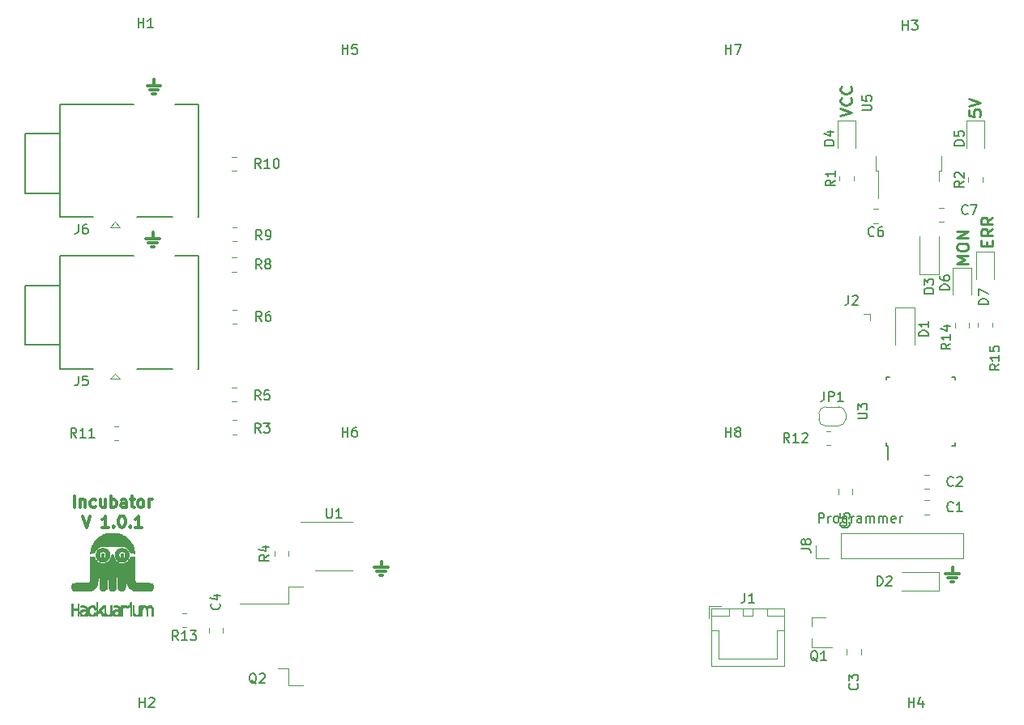
<source format=gbr>
%TF.GenerationSoftware,KiCad,Pcbnew,5.1.12-84ad8e8a86~92~ubuntu20.04.1*%
%TF.CreationDate,2021-11-15T21:49:06+01:00*%
%TF.ProjectId,incubator_bottom,696e6375-6261-4746-9f72-5f626f74746f,rev?*%
%TF.SameCoordinates,Original*%
%TF.FileFunction,Legend,Top*%
%TF.FilePolarity,Positive*%
%FSLAX46Y46*%
G04 Gerber Fmt 4.6, Leading zero omitted, Abs format (unit mm)*
G04 Created by KiCad (PCBNEW 5.1.12-84ad8e8a86~92~ubuntu20.04.1) date 2021-11-15 21:49:06*
%MOMM*%
%LPD*%
G01*
G04 APERTURE LIST*
%ADD10C,0.250000*%
%ADD11C,0.300000*%
%ADD12C,0.150000*%
%ADD13C,0.010000*%
%ADD14C,0.120000*%
G04 APERTURE END LIST*
D10*
X97831285Y49342857D02*
X97831285Y49742857D01*
X98459857Y49914285D02*
X98459857Y49342857D01*
X97259857Y49342857D01*
X97259857Y49914285D01*
X98459857Y51114285D02*
X97888428Y50714285D01*
X98459857Y50428571D02*
X97259857Y50428571D01*
X97259857Y50885714D01*
X97317000Y51000000D01*
X97374142Y51057142D01*
X97488428Y51114285D01*
X97659857Y51114285D01*
X97774142Y51057142D01*
X97831285Y51000000D01*
X97888428Y50885714D01*
X97888428Y50428571D01*
X98459857Y52314285D02*
X97888428Y51914285D01*
X98459857Y51628571D02*
X97259857Y51628571D01*
X97259857Y52085714D01*
X97317000Y52200000D01*
X97374142Y52257142D01*
X97488428Y52314285D01*
X97659857Y52314285D01*
X97774142Y52257142D01*
X97831285Y52200000D01*
X97888428Y52085714D01*
X97888428Y51628571D01*
X95919857Y47491857D02*
X94719857Y47491857D01*
X95577000Y47891857D01*
X94719857Y48291857D01*
X95919857Y48291857D01*
X94719857Y49091857D02*
X94719857Y49320428D01*
X94777000Y49434714D01*
X94891285Y49549000D01*
X95119857Y49606142D01*
X95519857Y49606142D01*
X95748428Y49549000D01*
X95862714Y49434714D01*
X95919857Y49320428D01*
X95919857Y49091857D01*
X95862714Y48977571D01*
X95748428Y48863285D01*
X95519857Y48806142D01*
X95119857Y48806142D01*
X94891285Y48863285D01*
X94777000Y48977571D01*
X94719857Y49091857D01*
X95919857Y50120428D02*
X94719857Y50120428D01*
X95919857Y50806142D01*
X94719857Y50806142D01*
X82527857Y62916000D02*
X83727857Y63316000D01*
X82527857Y63716000D01*
X83613571Y64801714D02*
X83670714Y64744571D01*
X83727857Y64573142D01*
X83727857Y64458857D01*
X83670714Y64287428D01*
X83556428Y64173142D01*
X83442142Y64116000D01*
X83213571Y64058857D01*
X83042142Y64058857D01*
X82813571Y64116000D01*
X82699285Y64173142D01*
X82585000Y64287428D01*
X82527857Y64458857D01*
X82527857Y64573142D01*
X82585000Y64744571D01*
X82642142Y64801714D01*
X83613571Y66001714D02*
X83670714Y65944571D01*
X83727857Y65773142D01*
X83727857Y65658857D01*
X83670714Y65487428D01*
X83556428Y65373142D01*
X83442142Y65316000D01*
X83213571Y65258857D01*
X83042142Y65258857D01*
X82813571Y65316000D01*
X82699285Y65373142D01*
X82585000Y65487428D01*
X82527857Y65658857D01*
X82527857Y65773142D01*
X82585000Y65944571D01*
X82642142Y66001714D01*
X95989857Y63525428D02*
X95989857Y62954000D01*
X96561285Y62896857D01*
X96504142Y62954000D01*
X96447000Y63068285D01*
X96447000Y63354000D01*
X96504142Y63468285D01*
X96561285Y63525428D01*
X96675571Y63582571D01*
X96961285Y63582571D01*
X97075571Y63525428D01*
X97132714Y63468285D01*
X97189857Y63354000D01*
X97189857Y63068285D01*
X97132714Y62954000D01*
X97075571Y62896857D01*
X95989857Y63925428D02*
X97189857Y64325428D01*
X95989857Y64725428D01*
D11*
X2534142Y21970142D02*
X2534142Y23170142D01*
X3105571Y22770142D02*
X3105571Y21970142D01*
X3105571Y22655857D02*
X3162714Y22713000D01*
X3277000Y22770142D01*
X3448428Y22770142D01*
X3562714Y22713000D01*
X3619857Y22598714D01*
X3619857Y21970142D01*
X4705571Y22027285D02*
X4591285Y21970142D01*
X4362714Y21970142D01*
X4248428Y22027285D01*
X4191285Y22084428D01*
X4134142Y22198714D01*
X4134142Y22541571D01*
X4191285Y22655857D01*
X4248428Y22713000D01*
X4362714Y22770142D01*
X4591285Y22770142D01*
X4705571Y22713000D01*
X5734142Y22770142D02*
X5734142Y21970142D01*
X5219857Y22770142D02*
X5219857Y22141571D01*
X5277000Y22027285D01*
X5391285Y21970142D01*
X5562714Y21970142D01*
X5677000Y22027285D01*
X5734142Y22084428D01*
X6305571Y21970142D02*
X6305571Y23170142D01*
X6305571Y22713000D02*
X6419857Y22770142D01*
X6648428Y22770142D01*
X6762714Y22713000D01*
X6819857Y22655857D01*
X6877000Y22541571D01*
X6877000Y22198714D01*
X6819857Y22084428D01*
X6762714Y22027285D01*
X6648428Y21970142D01*
X6419857Y21970142D01*
X6305571Y22027285D01*
X7905571Y21970142D02*
X7905571Y22598714D01*
X7848428Y22713000D01*
X7734142Y22770142D01*
X7505571Y22770142D01*
X7391285Y22713000D01*
X7905571Y22027285D02*
X7791285Y21970142D01*
X7505571Y21970142D01*
X7391285Y22027285D01*
X7334142Y22141571D01*
X7334142Y22255857D01*
X7391285Y22370142D01*
X7505571Y22427285D01*
X7791285Y22427285D01*
X7905571Y22484428D01*
X8305571Y22770142D02*
X8762714Y22770142D01*
X8477000Y23170142D02*
X8477000Y22141571D01*
X8534142Y22027285D01*
X8648428Y21970142D01*
X8762714Y21970142D01*
X9334142Y21970142D02*
X9219857Y22027285D01*
X9162714Y22084428D01*
X9105571Y22198714D01*
X9105571Y22541571D01*
X9162714Y22655857D01*
X9219857Y22713000D01*
X9334142Y22770142D01*
X9505571Y22770142D01*
X9619857Y22713000D01*
X9677000Y22655857D01*
X9734142Y22541571D01*
X9734142Y22198714D01*
X9677000Y22084428D01*
X9619857Y22027285D01*
X9505571Y21970142D01*
X9334142Y21970142D01*
X10248428Y21970142D02*
X10248428Y22770142D01*
X10248428Y22541571D02*
X10305571Y22655857D01*
X10362714Y22713000D01*
X10477000Y22770142D01*
X10591285Y22770142D01*
X3334142Y21070142D02*
X3734142Y19870142D01*
X4134142Y21070142D01*
X6077000Y19870142D02*
X5391285Y19870142D01*
X5734142Y19870142D02*
X5734142Y21070142D01*
X5619857Y20898714D01*
X5505571Y20784428D01*
X5391285Y20727285D01*
X6591285Y19984428D02*
X6648428Y19927285D01*
X6591285Y19870142D01*
X6534142Y19927285D01*
X6591285Y19984428D01*
X6591285Y19870142D01*
X7391285Y21070142D02*
X7505571Y21070142D01*
X7619857Y21013000D01*
X7676999Y20955857D01*
X7734142Y20841571D01*
X7791285Y20613000D01*
X7791285Y20327285D01*
X7734142Y20098714D01*
X7676999Y19984428D01*
X7619857Y19927285D01*
X7505571Y19870142D01*
X7391285Y19870142D01*
X7277000Y19927285D01*
X7219857Y19984428D01*
X7162714Y20098714D01*
X7105571Y20327285D01*
X7105571Y20613000D01*
X7162714Y20841571D01*
X7219857Y20955857D01*
X7277000Y21013000D01*
X7391285Y21070142D01*
X8305571Y19984428D02*
X8362714Y19927285D01*
X8305571Y19870142D01*
X8248428Y19927285D01*
X8305571Y19984428D01*
X8305571Y19870142D01*
X9505571Y19870142D02*
X8819857Y19870142D01*
X9162714Y19870142D02*
X9162714Y21070142D01*
X9048428Y20898714D01*
X8934142Y20784428D01*
X8819857Y20727285D01*
X33829714Y15672571D02*
X35258285Y15672571D01*
X34115428Y15244000D02*
X34972571Y15244000D01*
X34544000Y16315428D02*
X34544000Y15672571D01*
X34686857Y14815428D02*
X34401142Y14815428D01*
X11509285Y66091571D02*
X10080714Y66091571D01*
X11223571Y65663000D02*
X10366428Y65663000D01*
X10795000Y66734428D02*
X10795000Y66091571D01*
X10652142Y65234428D02*
X10937857Y65234428D01*
X11382285Y50089571D02*
X9953714Y50089571D01*
X11096571Y49661000D02*
X10239428Y49661000D01*
X10668000Y50732428D02*
X10668000Y50089571D01*
X10525142Y49232428D02*
X10810857Y49232428D01*
X94948285Y15037571D02*
X93519714Y15037571D01*
X94662571Y14609000D02*
X93805428Y14609000D01*
X94234000Y15680428D02*
X94234000Y15037571D01*
X94091142Y14180428D02*
X94376857Y14180428D01*
D12*
X80272476Y20375619D02*
X80272476Y21375619D01*
X80653428Y21375619D01*
X80748666Y21328000D01*
X80796285Y21280380D01*
X80843904Y21185142D01*
X80843904Y21042285D01*
X80796285Y20947047D01*
X80748666Y20899428D01*
X80653428Y20851809D01*
X80272476Y20851809D01*
X81272476Y20375619D02*
X81272476Y21042285D01*
X81272476Y20851809D02*
X81320095Y20947047D01*
X81367714Y20994666D01*
X81462952Y21042285D01*
X81558190Y21042285D01*
X82034380Y20375619D02*
X81939142Y20423238D01*
X81891523Y20470857D01*
X81843904Y20566095D01*
X81843904Y20851809D01*
X81891523Y20947047D01*
X81939142Y20994666D01*
X82034380Y21042285D01*
X82177238Y21042285D01*
X82272476Y20994666D01*
X82320095Y20947047D01*
X82367714Y20851809D01*
X82367714Y20566095D01*
X82320095Y20470857D01*
X82272476Y20423238D01*
X82177238Y20375619D01*
X82034380Y20375619D01*
X83224857Y21042285D02*
X83224857Y20232761D01*
X83177238Y20137523D01*
X83129619Y20089904D01*
X83034380Y20042285D01*
X82891523Y20042285D01*
X82796285Y20089904D01*
X83224857Y20423238D02*
X83129619Y20375619D01*
X82939142Y20375619D01*
X82843904Y20423238D01*
X82796285Y20470857D01*
X82748666Y20566095D01*
X82748666Y20851809D01*
X82796285Y20947047D01*
X82843904Y20994666D01*
X82939142Y21042285D01*
X83129619Y21042285D01*
X83224857Y20994666D01*
X83701047Y20375619D02*
X83701047Y21042285D01*
X83701047Y20851809D02*
X83748666Y20947047D01*
X83796285Y20994666D01*
X83891523Y21042285D01*
X83986761Y21042285D01*
X84748666Y20375619D02*
X84748666Y20899428D01*
X84701047Y20994666D01*
X84605809Y21042285D01*
X84415333Y21042285D01*
X84320095Y20994666D01*
X84748666Y20423238D02*
X84653428Y20375619D01*
X84415333Y20375619D01*
X84320095Y20423238D01*
X84272476Y20518476D01*
X84272476Y20613714D01*
X84320095Y20708952D01*
X84415333Y20756571D01*
X84653428Y20756571D01*
X84748666Y20804190D01*
X85224857Y20375619D02*
X85224857Y21042285D01*
X85224857Y20947047D02*
X85272476Y20994666D01*
X85367714Y21042285D01*
X85510571Y21042285D01*
X85605809Y20994666D01*
X85653428Y20899428D01*
X85653428Y20375619D01*
X85653428Y20899428D02*
X85701047Y20994666D01*
X85796285Y21042285D01*
X85939142Y21042285D01*
X86034380Y20994666D01*
X86082000Y20899428D01*
X86082000Y20375619D01*
X86558190Y20375619D02*
X86558190Y21042285D01*
X86558190Y20947047D02*
X86605809Y20994666D01*
X86701047Y21042285D01*
X86843904Y21042285D01*
X86939142Y20994666D01*
X86986761Y20899428D01*
X86986761Y20375619D01*
X86986761Y20899428D02*
X87034380Y20994666D01*
X87129619Y21042285D01*
X87272476Y21042285D01*
X87367714Y20994666D01*
X87415333Y20899428D01*
X87415333Y20375619D01*
X88272476Y20423238D02*
X88177238Y20375619D01*
X87986761Y20375619D01*
X87891523Y20423238D01*
X87843904Y20518476D01*
X87843904Y20899428D01*
X87891523Y20994666D01*
X87986761Y21042285D01*
X88177238Y21042285D01*
X88272476Y20994666D01*
X88320095Y20899428D01*
X88320095Y20804190D01*
X87843904Y20708952D01*
X88748666Y20375619D02*
X88748666Y21042285D01*
X88748666Y20851809D02*
X88796285Y20947047D01*
X88843904Y20994666D01*
X88939142Y21042285D01*
X89034380Y21042285D01*
D13*
%TO.C,logoHackuarium*%
G36*
X10654000Y10632000D02*
G01*
X10704000Y10632000D01*
X10704000Y10582000D01*
X10654000Y10582000D01*
X10654000Y10632000D01*
G37*
X10654000Y10632000D02*
X10704000Y10632000D01*
X10704000Y10582000D01*
X10654000Y10582000D01*
X10654000Y10632000D01*
G36*
X10604000Y10632000D02*
G01*
X10654000Y10632000D01*
X10654000Y10582000D01*
X10604000Y10582000D01*
X10604000Y10632000D01*
G37*
X10604000Y10632000D02*
X10654000Y10632000D01*
X10654000Y10582000D01*
X10604000Y10582000D01*
X10604000Y10632000D01*
G36*
X10554000Y10632000D02*
G01*
X10604000Y10632000D01*
X10604000Y10582000D01*
X10554000Y10582000D01*
X10554000Y10632000D01*
G37*
X10554000Y10632000D02*
X10604000Y10632000D01*
X10604000Y10582000D01*
X10554000Y10582000D01*
X10554000Y10632000D01*
G36*
X10104000Y10632000D02*
G01*
X10154000Y10632000D01*
X10154000Y10582000D01*
X10104000Y10582000D01*
X10104000Y10632000D01*
G37*
X10104000Y10632000D02*
X10154000Y10632000D01*
X10154000Y10582000D01*
X10104000Y10582000D01*
X10104000Y10632000D01*
G36*
X10054000Y10632000D02*
G01*
X10104000Y10632000D01*
X10104000Y10582000D01*
X10054000Y10582000D01*
X10054000Y10632000D01*
G37*
X10054000Y10632000D02*
X10104000Y10632000D01*
X10104000Y10582000D01*
X10054000Y10582000D01*
X10054000Y10632000D01*
G36*
X10004000Y10632000D02*
G01*
X10054000Y10632000D01*
X10054000Y10582000D01*
X10004000Y10582000D01*
X10004000Y10632000D01*
G37*
X10004000Y10632000D02*
X10054000Y10632000D01*
X10054000Y10582000D01*
X10004000Y10582000D01*
X10004000Y10632000D01*
G36*
X9504000Y10632000D02*
G01*
X9554000Y10632000D01*
X9554000Y10582000D01*
X9504000Y10582000D01*
X9504000Y10632000D01*
G37*
X9504000Y10632000D02*
X9554000Y10632000D01*
X9554000Y10582000D01*
X9504000Y10582000D01*
X9504000Y10632000D01*
G36*
X9454000Y10632000D02*
G01*
X9504000Y10632000D01*
X9504000Y10582000D01*
X9454000Y10582000D01*
X9454000Y10632000D01*
G37*
X9454000Y10632000D02*
X9504000Y10632000D01*
X9504000Y10582000D01*
X9454000Y10582000D01*
X9454000Y10632000D01*
G36*
X9404000Y10632000D02*
G01*
X9454000Y10632000D01*
X9454000Y10582000D01*
X9404000Y10582000D01*
X9404000Y10632000D01*
G37*
X9404000Y10632000D02*
X9454000Y10632000D01*
X9454000Y10582000D01*
X9404000Y10582000D01*
X9404000Y10632000D01*
G36*
X9304000Y10632000D02*
G01*
X9354000Y10632000D01*
X9354000Y10582000D01*
X9304000Y10582000D01*
X9304000Y10632000D01*
G37*
X9304000Y10632000D02*
X9354000Y10632000D01*
X9354000Y10582000D01*
X9304000Y10582000D01*
X9304000Y10632000D01*
G36*
X9254000Y10632000D02*
G01*
X9304000Y10632000D01*
X9304000Y10582000D01*
X9254000Y10582000D01*
X9254000Y10632000D01*
G37*
X9254000Y10632000D02*
X9304000Y10632000D01*
X9304000Y10582000D01*
X9254000Y10582000D01*
X9254000Y10632000D01*
G36*
X9204000Y10632000D02*
G01*
X9254000Y10632000D01*
X9254000Y10582000D01*
X9204000Y10582000D01*
X9204000Y10632000D01*
G37*
X9204000Y10632000D02*
X9254000Y10632000D01*
X9254000Y10582000D01*
X9204000Y10582000D01*
X9204000Y10632000D01*
G36*
X9104000Y10632000D02*
G01*
X9154000Y10632000D01*
X9154000Y10582000D01*
X9104000Y10582000D01*
X9104000Y10632000D01*
G37*
X9104000Y10632000D02*
X9154000Y10632000D01*
X9154000Y10582000D01*
X9104000Y10582000D01*
X9104000Y10632000D01*
G36*
X9054000Y10632000D02*
G01*
X9104000Y10632000D01*
X9104000Y10582000D01*
X9054000Y10582000D01*
X9054000Y10632000D01*
G37*
X9054000Y10632000D02*
X9104000Y10632000D01*
X9104000Y10582000D01*
X9054000Y10582000D01*
X9054000Y10632000D01*
G36*
X9004000Y10632000D02*
G01*
X9054000Y10632000D01*
X9054000Y10582000D01*
X9004000Y10582000D01*
X9004000Y10632000D01*
G37*
X9004000Y10632000D02*
X9054000Y10632000D01*
X9054000Y10582000D01*
X9004000Y10582000D01*
X9004000Y10632000D01*
G36*
X8954000Y10632000D02*
G01*
X9004000Y10632000D01*
X9004000Y10582000D01*
X8954000Y10582000D01*
X8954000Y10632000D01*
G37*
X8954000Y10632000D02*
X9004000Y10632000D01*
X9004000Y10582000D01*
X8954000Y10582000D01*
X8954000Y10632000D01*
G36*
X8904000Y10632000D02*
G01*
X8954000Y10632000D01*
X8954000Y10582000D01*
X8904000Y10582000D01*
X8904000Y10632000D01*
G37*
X8904000Y10632000D02*
X8954000Y10632000D01*
X8954000Y10582000D01*
X8904000Y10582000D01*
X8904000Y10632000D01*
G36*
X8854000Y10632000D02*
G01*
X8904000Y10632000D01*
X8904000Y10582000D01*
X8854000Y10582000D01*
X8854000Y10632000D01*
G37*
X8854000Y10632000D02*
X8904000Y10632000D01*
X8904000Y10582000D01*
X8854000Y10582000D01*
X8854000Y10632000D01*
G36*
X8804000Y10632000D02*
G01*
X8854000Y10632000D01*
X8854000Y10582000D01*
X8804000Y10582000D01*
X8804000Y10632000D01*
G37*
X8804000Y10632000D02*
X8854000Y10632000D01*
X8854000Y10582000D01*
X8804000Y10582000D01*
X8804000Y10632000D01*
G36*
X8754000Y10632000D02*
G01*
X8804000Y10632000D01*
X8804000Y10582000D01*
X8754000Y10582000D01*
X8754000Y10632000D01*
G37*
X8754000Y10632000D02*
X8804000Y10632000D01*
X8804000Y10582000D01*
X8754000Y10582000D01*
X8754000Y10632000D01*
G36*
X8704000Y10632000D02*
G01*
X8754000Y10632000D01*
X8754000Y10582000D01*
X8704000Y10582000D01*
X8704000Y10632000D01*
G37*
X8704000Y10632000D02*
X8754000Y10632000D01*
X8754000Y10582000D01*
X8704000Y10582000D01*
X8704000Y10632000D01*
G36*
X8404000Y10632000D02*
G01*
X8454000Y10632000D01*
X8454000Y10582000D01*
X8404000Y10582000D01*
X8404000Y10632000D01*
G37*
X8404000Y10632000D02*
X8454000Y10632000D01*
X8454000Y10582000D01*
X8404000Y10582000D01*
X8404000Y10632000D01*
G36*
X8354000Y10632000D02*
G01*
X8404000Y10632000D01*
X8404000Y10582000D01*
X8354000Y10582000D01*
X8354000Y10632000D01*
G37*
X8354000Y10632000D02*
X8404000Y10632000D01*
X8404000Y10582000D01*
X8354000Y10582000D01*
X8354000Y10632000D01*
G36*
X8304000Y10632000D02*
G01*
X8354000Y10632000D01*
X8354000Y10582000D01*
X8304000Y10582000D01*
X8304000Y10632000D01*
G37*
X8304000Y10632000D02*
X8354000Y10632000D01*
X8354000Y10582000D01*
X8304000Y10582000D01*
X8304000Y10632000D01*
G36*
X7404000Y10632000D02*
G01*
X7454000Y10632000D01*
X7454000Y10582000D01*
X7404000Y10582000D01*
X7404000Y10632000D01*
G37*
X7404000Y10632000D02*
X7454000Y10632000D01*
X7454000Y10582000D01*
X7404000Y10582000D01*
X7404000Y10632000D01*
G36*
X7354000Y10632000D02*
G01*
X7404000Y10632000D01*
X7404000Y10582000D01*
X7354000Y10582000D01*
X7354000Y10632000D01*
G37*
X7354000Y10632000D02*
X7404000Y10632000D01*
X7404000Y10582000D01*
X7354000Y10582000D01*
X7354000Y10632000D01*
G36*
X7204000Y10632000D02*
G01*
X7254000Y10632000D01*
X7254000Y10582000D01*
X7204000Y10582000D01*
X7204000Y10632000D01*
G37*
X7204000Y10632000D02*
X7254000Y10632000D01*
X7254000Y10582000D01*
X7204000Y10582000D01*
X7204000Y10632000D01*
G36*
X7154000Y10632000D02*
G01*
X7204000Y10632000D01*
X7204000Y10582000D01*
X7154000Y10582000D01*
X7154000Y10632000D01*
G37*
X7154000Y10632000D02*
X7204000Y10632000D01*
X7204000Y10582000D01*
X7154000Y10582000D01*
X7154000Y10632000D01*
G36*
X7104000Y10632000D02*
G01*
X7154000Y10632000D01*
X7154000Y10582000D01*
X7104000Y10582000D01*
X7104000Y10632000D01*
G37*
X7104000Y10632000D02*
X7154000Y10632000D01*
X7154000Y10582000D01*
X7104000Y10582000D01*
X7104000Y10632000D01*
G36*
X7004000Y10632000D02*
G01*
X7054000Y10632000D01*
X7054000Y10582000D01*
X7004000Y10582000D01*
X7004000Y10632000D01*
G37*
X7004000Y10632000D02*
X7054000Y10632000D01*
X7054000Y10582000D01*
X7004000Y10582000D01*
X7004000Y10632000D01*
G36*
X6954000Y10632000D02*
G01*
X7004000Y10632000D01*
X7004000Y10582000D01*
X6954000Y10582000D01*
X6954000Y10632000D01*
G37*
X6954000Y10632000D02*
X7004000Y10632000D01*
X7004000Y10582000D01*
X6954000Y10582000D01*
X6954000Y10632000D01*
G36*
X6904000Y10632000D02*
G01*
X6954000Y10632000D01*
X6954000Y10582000D01*
X6904000Y10582000D01*
X6904000Y10632000D01*
G37*
X6904000Y10632000D02*
X6954000Y10632000D01*
X6954000Y10582000D01*
X6904000Y10582000D01*
X6904000Y10632000D01*
G36*
X6854000Y10632000D02*
G01*
X6904000Y10632000D01*
X6904000Y10582000D01*
X6854000Y10582000D01*
X6854000Y10632000D01*
G37*
X6854000Y10632000D02*
X6904000Y10632000D01*
X6904000Y10582000D01*
X6854000Y10582000D01*
X6854000Y10632000D01*
G36*
X6804000Y10632000D02*
G01*
X6854000Y10632000D01*
X6854000Y10582000D01*
X6804000Y10582000D01*
X6804000Y10632000D01*
G37*
X6804000Y10632000D02*
X6854000Y10632000D01*
X6854000Y10582000D01*
X6804000Y10582000D01*
X6804000Y10632000D01*
G36*
X6754000Y10632000D02*
G01*
X6804000Y10632000D01*
X6804000Y10582000D01*
X6754000Y10582000D01*
X6754000Y10632000D01*
G37*
X6754000Y10632000D02*
X6804000Y10632000D01*
X6804000Y10582000D01*
X6754000Y10582000D01*
X6754000Y10632000D01*
G36*
X6704000Y10632000D02*
G01*
X6754000Y10632000D01*
X6754000Y10582000D01*
X6704000Y10582000D01*
X6704000Y10632000D01*
G37*
X6704000Y10632000D02*
X6754000Y10632000D01*
X6754000Y10582000D01*
X6704000Y10582000D01*
X6704000Y10632000D01*
G36*
X6654000Y10632000D02*
G01*
X6704000Y10632000D01*
X6704000Y10582000D01*
X6654000Y10582000D01*
X6654000Y10632000D01*
G37*
X6654000Y10632000D02*
X6704000Y10632000D01*
X6704000Y10582000D01*
X6654000Y10582000D01*
X6654000Y10632000D01*
G36*
X6604000Y10632000D02*
G01*
X6654000Y10632000D01*
X6654000Y10582000D01*
X6604000Y10582000D01*
X6604000Y10632000D01*
G37*
X6604000Y10632000D02*
X6654000Y10632000D01*
X6654000Y10582000D01*
X6604000Y10582000D01*
X6604000Y10632000D01*
G36*
X6354000Y10632000D02*
G01*
X6404000Y10632000D01*
X6404000Y10582000D01*
X6354000Y10582000D01*
X6354000Y10632000D01*
G37*
X6354000Y10632000D02*
X6404000Y10632000D01*
X6404000Y10582000D01*
X6354000Y10582000D01*
X6354000Y10632000D01*
G36*
X6304000Y10632000D02*
G01*
X6354000Y10632000D01*
X6354000Y10582000D01*
X6304000Y10582000D01*
X6304000Y10632000D01*
G37*
X6304000Y10632000D02*
X6354000Y10632000D01*
X6354000Y10582000D01*
X6304000Y10582000D01*
X6304000Y10632000D01*
G36*
X6254000Y10632000D02*
G01*
X6304000Y10632000D01*
X6304000Y10582000D01*
X6254000Y10582000D01*
X6254000Y10632000D01*
G37*
X6254000Y10632000D02*
X6304000Y10632000D01*
X6304000Y10582000D01*
X6254000Y10582000D01*
X6254000Y10632000D01*
G36*
X6154000Y10632000D02*
G01*
X6204000Y10632000D01*
X6204000Y10582000D01*
X6154000Y10582000D01*
X6154000Y10632000D01*
G37*
X6154000Y10632000D02*
X6204000Y10632000D01*
X6204000Y10582000D01*
X6154000Y10582000D01*
X6154000Y10632000D01*
G36*
X6104000Y10632000D02*
G01*
X6154000Y10632000D01*
X6154000Y10582000D01*
X6104000Y10582000D01*
X6104000Y10632000D01*
G37*
X6104000Y10632000D02*
X6154000Y10632000D01*
X6154000Y10582000D01*
X6104000Y10582000D01*
X6104000Y10632000D01*
G36*
X6054000Y10632000D02*
G01*
X6104000Y10632000D01*
X6104000Y10582000D01*
X6054000Y10582000D01*
X6054000Y10632000D01*
G37*
X6054000Y10632000D02*
X6104000Y10632000D01*
X6104000Y10582000D01*
X6054000Y10582000D01*
X6054000Y10632000D01*
G36*
X6004000Y10632000D02*
G01*
X6054000Y10632000D01*
X6054000Y10582000D01*
X6004000Y10582000D01*
X6004000Y10632000D01*
G37*
X6004000Y10632000D02*
X6054000Y10632000D01*
X6054000Y10582000D01*
X6004000Y10582000D01*
X6004000Y10632000D01*
G36*
X5954000Y10632000D02*
G01*
X6004000Y10632000D01*
X6004000Y10582000D01*
X5954000Y10582000D01*
X5954000Y10632000D01*
G37*
X5954000Y10632000D02*
X6004000Y10632000D01*
X6004000Y10582000D01*
X5954000Y10582000D01*
X5954000Y10632000D01*
G36*
X5904000Y10632000D02*
G01*
X5954000Y10632000D01*
X5954000Y10582000D01*
X5904000Y10582000D01*
X5904000Y10632000D01*
G37*
X5904000Y10632000D02*
X5954000Y10632000D01*
X5954000Y10582000D01*
X5904000Y10582000D01*
X5904000Y10632000D01*
G36*
X5854000Y10632000D02*
G01*
X5904000Y10632000D01*
X5904000Y10582000D01*
X5854000Y10582000D01*
X5854000Y10632000D01*
G37*
X5854000Y10632000D02*
X5904000Y10632000D01*
X5904000Y10582000D01*
X5854000Y10582000D01*
X5854000Y10632000D01*
G36*
X5804000Y10632000D02*
G01*
X5854000Y10632000D01*
X5854000Y10582000D01*
X5804000Y10582000D01*
X5804000Y10632000D01*
G37*
X5804000Y10632000D02*
X5854000Y10632000D01*
X5854000Y10582000D01*
X5804000Y10582000D01*
X5804000Y10632000D01*
G36*
X5754000Y10632000D02*
G01*
X5804000Y10632000D01*
X5804000Y10582000D01*
X5754000Y10582000D01*
X5754000Y10632000D01*
G37*
X5754000Y10632000D02*
X5804000Y10632000D01*
X5804000Y10582000D01*
X5754000Y10582000D01*
X5754000Y10632000D01*
G36*
X5554000Y10632000D02*
G01*
X5604000Y10632000D01*
X5604000Y10582000D01*
X5554000Y10582000D01*
X5554000Y10632000D01*
G37*
X5554000Y10632000D02*
X5604000Y10632000D01*
X5604000Y10582000D01*
X5554000Y10582000D01*
X5554000Y10632000D01*
G36*
X5504000Y10632000D02*
G01*
X5554000Y10632000D01*
X5554000Y10582000D01*
X5504000Y10582000D01*
X5504000Y10632000D01*
G37*
X5504000Y10632000D02*
X5554000Y10632000D01*
X5554000Y10582000D01*
X5504000Y10582000D01*
X5504000Y10632000D01*
G36*
X5454000Y10632000D02*
G01*
X5504000Y10632000D01*
X5504000Y10582000D01*
X5454000Y10582000D01*
X5454000Y10632000D01*
G37*
X5454000Y10632000D02*
X5504000Y10632000D01*
X5504000Y10582000D01*
X5454000Y10582000D01*
X5454000Y10632000D01*
G36*
X5404000Y10632000D02*
G01*
X5454000Y10632000D01*
X5454000Y10582000D01*
X5404000Y10582000D01*
X5404000Y10632000D01*
G37*
X5404000Y10632000D02*
X5454000Y10632000D01*
X5454000Y10582000D01*
X5404000Y10582000D01*
X5404000Y10632000D01*
G36*
X4854000Y10632000D02*
G01*
X4904000Y10632000D01*
X4904000Y10582000D01*
X4854000Y10582000D01*
X4854000Y10632000D01*
G37*
X4854000Y10632000D02*
X4904000Y10632000D01*
X4904000Y10582000D01*
X4854000Y10582000D01*
X4854000Y10632000D01*
G36*
X4804000Y10632000D02*
G01*
X4854000Y10632000D01*
X4854000Y10582000D01*
X4804000Y10582000D01*
X4804000Y10632000D01*
G37*
X4804000Y10632000D02*
X4854000Y10632000D01*
X4854000Y10582000D01*
X4804000Y10582000D01*
X4804000Y10632000D01*
G36*
X4754000Y10632000D02*
G01*
X4804000Y10632000D01*
X4804000Y10582000D01*
X4754000Y10582000D01*
X4754000Y10632000D01*
G37*
X4754000Y10632000D02*
X4804000Y10632000D01*
X4804000Y10582000D01*
X4754000Y10582000D01*
X4754000Y10632000D01*
G36*
X4504000Y10632000D02*
G01*
X4554000Y10632000D01*
X4554000Y10582000D01*
X4504000Y10582000D01*
X4504000Y10632000D01*
G37*
X4504000Y10632000D02*
X4554000Y10632000D01*
X4554000Y10582000D01*
X4504000Y10582000D01*
X4504000Y10632000D01*
G36*
X4454000Y10632000D02*
G01*
X4504000Y10632000D01*
X4504000Y10582000D01*
X4454000Y10582000D01*
X4454000Y10632000D01*
G37*
X4454000Y10632000D02*
X4504000Y10632000D01*
X4504000Y10582000D01*
X4454000Y10582000D01*
X4454000Y10632000D01*
G36*
X4404000Y10632000D02*
G01*
X4454000Y10632000D01*
X4454000Y10582000D01*
X4404000Y10582000D01*
X4404000Y10632000D01*
G37*
X4404000Y10632000D02*
X4454000Y10632000D01*
X4454000Y10582000D01*
X4404000Y10582000D01*
X4404000Y10632000D01*
G36*
X4354000Y10632000D02*
G01*
X4404000Y10632000D01*
X4404000Y10582000D01*
X4354000Y10582000D01*
X4354000Y10632000D01*
G37*
X4354000Y10632000D02*
X4404000Y10632000D01*
X4404000Y10582000D01*
X4354000Y10582000D01*
X4354000Y10632000D01*
G36*
X4304000Y10632000D02*
G01*
X4354000Y10632000D01*
X4354000Y10582000D01*
X4304000Y10582000D01*
X4304000Y10632000D01*
G37*
X4304000Y10632000D02*
X4354000Y10632000D01*
X4354000Y10582000D01*
X4304000Y10582000D01*
X4304000Y10632000D01*
G36*
X4254000Y10632000D02*
G01*
X4304000Y10632000D01*
X4304000Y10582000D01*
X4254000Y10582000D01*
X4254000Y10632000D01*
G37*
X4254000Y10632000D02*
X4304000Y10632000D01*
X4304000Y10582000D01*
X4254000Y10582000D01*
X4254000Y10632000D01*
G36*
X4204000Y10632000D02*
G01*
X4254000Y10632000D01*
X4254000Y10582000D01*
X4204000Y10582000D01*
X4204000Y10632000D01*
G37*
X4204000Y10632000D02*
X4254000Y10632000D01*
X4254000Y10582000D01*
X4204000Y10582000D01*
X4204000Y10632000D01*
G36*
X4154000Y10632000D02*
G01*
X4204000Y10632000D01*
X4204000Y10582000D01*
X4154000Y10582000D01*
X4154000Y10632000D01*
G37*
X4154000Y10632000D02*
X4204000Y10632000D01*
X4204000Y10582000D01*
X4154000Y10582000D01*
X4154000Y10632000D01*
G36*
X4104000Y10632000D02*
G01*
X4154000Y10632000D01*
X4154000Y10582000D01*
X4104000Y10582000D01*
X4104000Y10632000D01*
G37*
X4104000Y10632000D02*
X4154000Y10632000D01*
X4154000Y10582000D01*
X4104000Y10582000D01*
X4104000Y10632000D01*
G36*
X4054000Y10632000D02*
G01*
X4104000Y10632000D01*
X4104000Y10582000D01*
X4054000Y10582000D01*
X4054000Y10632000D01*
G37*
X4054000Y10632000D02*
X4104000Y10632000D01*
X4104000Y10582000D01*
X4054000Y10582000D01*
X4054000Y10632000D01*
G36*
X3804000Y10632000D02*
G01*
X3854000Y10632000D01*
X3854000Y10582000D01*
X3804000Y10582000D01*
X3804000Y10632000D01*
G37*
X3804000Y10632000D02*
X3854000Y10632000D01*
X3854000Y10582000D01*
X3804000Y10582000D01*
X3804000Y10632000D01*
G36*
X3754000Y10632000D02*
G01*
X3804000Y10632000D01*
X3804000Y10582000D01*
X3754000Y10582000D01*
X3754000Y10632000D01*
G37*
X3754000Y10632000D02*
X3804000Y10632000D01*
X3804000Y10582000D01*
X3754000Y10582000D01*
X3754000Y10632000D01*
G36*
X3704000Y10632000D02*
G01*
X3754000Y10632000D01*
X3754000Y10582000D01*
X3704000Y10582000D01*
X3704000Y10632000D01*
G37*
X3704000Y10632000D02*
X3754000Y10632000D01*
X3754000Y10582000D01*
X3704000Y10582000D01*
X3704000Y10632000D01*
G36*
X3604000Y10632000D02*
G01*
X3654000Y10632000D01*
X3654000Y10582000D01*
X3604000Y10582000D01*
X3604000Y10632000D01*
G37*
X3604000Y10632000D02*
X3654000Y10632000D01*
X3654000Y10582000D01*
X3604000Y10582000D01*
X3604000Y10632000D01*
G36*
X3554000Y10632000D02*
G01*
X3604000Y10632000D01*
X3604000Y10582000D01*
X3554000Y10582000D01*
X3554000Y10632000D01*
G37*
X3554000Y10632000D02*
X3604000Y10632000D01*
X3604000Y10582000D01*
X3554000Y10582000D01*
X3554000Y10632000D01*
G36*
X3504000Y10632000D02*
G01*
X3554000Y10632000D01*
X3554000Y10582000D01*
X3504000Y10582000D01*
X3504000Y10632000D01*
G37*
X3504000Y10632000D02*
X3554000Y10632000D01*
X3554000Y10582000D01*
X3504000Y10582000D01*
X3504000Y10632000D01*
G36*
X3454000Y10632000D02*
G01*
X3504000Y10632000D01*
X3504000Y10582000D01*
X3454000Y10582000D01*
X3454000Y10632000D01*
G37*
X3454000Y10632000D02*
X3504000Y10632000D01*
X3504000Y10582000D01*
X3454000Y10582000D01*
X3454000Y10632000D01*
G36*
X3404000Y10632000D02*
G01*
X3454000Y10632000D01*
X3454000Y10582000D01*
X3404000Y10582000D01*
X3404000Y10632000D01*
G37*
X3404000Y10632000D02*
X3454000Y10632000D01*
X3454000Y10582000D01*
X3404000Y10582000D01*
X3404000Y10632000D01*
G36*
X3354000Y10632000D02*
G01*
X3404000Y10632000D01*
X3404000Y10582000D01*
X3354000Y10582000D01*
X3354000Y10632000D01*
G37*
X3354000Y10632000D02*
X3404000Y10632000D01*
X3404000Y10582000D01*
X3354000Y10582000D01*
X3354000Y10632000D01*
G36*
X3304000Y10632000D02*
G01*
X3354000Y10632000D01*
X3354000Y10582000D01*
X3304000Y10582000D01*
X3304000Y10632000D01*
G37*
X3304000Y10632000D02*
X3354000Y10632000D01*
X3354000Y10582000D01*
X3304000Y10582000D01*
X3304000Y10632000D01*
G36*
X3254000Y10632000D02*
G01*
X3304000Y10632000D01*
X3304000Y10582000D01*
X3254000Y10582000D01*
X3254000Y10632000D01*
G37*
X3254000Y10632000D02*
X3304000Y10632000D01*
X3304000Y10582000D01*
X3254000Y10582000D01*
X3254000Y10632000D01*
G36*
X3204000Y10632000D02*
G01*
X3254000Y10632000D01*
X3254000Y10582000D01*
X3204000Y10582000D01*
X3204000Y10632000D01*
G37*
X3204000Y10632000D02*
X3254000Y10632000D01*
X3254000Y10582000D01*
X3204000Y10582000D01*
X3204000Y10632000D01*
G36*
X2904000Y10632000D02*
G01*
X2954000Y10632000D01*
X2954000Y10582000D01*
X2904000Y10582000D01*
X2904000Y10632000D01*
G37*
X2904000Y10632000D02*
X2954000Y10632000D01*
X2954000Y10582000D01*
X2904000Y10582000D01*
X2904000Y10632000D01*
G36*
X2854000Y10632000D02*
G01*
X2904000Y10632000D01*
X2904000Y10582000D01*
X2854000Y10582000D01*
X2854000Y10632000D01*
G37*
X2854000Y10632000D02*
X2904000Y10632000D01*
X2904000Y10582000D01*
X2854000Y10582000D01*
X2854000Y10632000D01*
G36*
X2804000Y10632000D02*
G01*
X2854000Y10632000D01*
X2854000Y10582000D01*
X2804000Y10582000D01*
X2804000Y10632000D01*
G37*
X2804000Y10632000D02*
X2854000Y10632000D01*
X2854000Y10582000D01*
X2804000Y10582000D01*
X2804000Y10632000D01*
G36*
X2254000Y10632000D02*
G01*
X2304000Y10632000D01*
X2304000Y10582000D01*
X2254000Y10582000D01*
X2254000Y10632000D01*
G37*
X2254000Y10632000D02*
X2304000Y10632000D01*
X2304000Y10582000D01*
X2254000Y10582000D01*
X2254000Y10632000D01*
G36*
X2204000Y10632000D02*
G01*
X2254000Y10632000D01*
X2254000Y10582000D01*
X2204000Y10582000D01*
X2204000Y10632000D01*
G37*
X2204000Y10632000D02*
X2254000Y10632000D01*
X2254000Y10582000D01*
X2204000Y10582000D01*
X2204000Y10632000D01*
G36*
X2154000Y10632000D02*
G01*
X2204000Y10632000D01*
X2204000Y10582000D01*
X2154000Y10582000D01*
X2154000Y10632000D01*
G37*
X2154000Y10632000D02*
X2204000Y10632000D01*
X2204000Y10582000D01*
X2154000Y10582000D01*
X2154000Y10632000D01*
G36*
X10654000Y10682000D02*
G01*
X10704000Y10682000D01*
X10704000Y10632000D01*
X10654000Y10632000D01*
X10654000Y10682000D01*
G37*
X10654000Y10682000D02*
X10704000Y10682000D01*
X10704000Y10632000D01*
X10654000Y10632000D01*
X10654000Y10682000D01*
G36*
X10604000Y10682000D02*
G01*
X10654000Y10682000D01*
X10654000Y10632000D01*
X10604000Y10632000D01*
X10604000Y10682000D01*
G37*
X10604000Y10682000D02*
X10654000Y10682000D01*
X10654000Y10632000D01*
X10604000Y10632000D01*
X10604000Y10682000D01*
G36*
X10554000Y10682000D02*
G01*
X10604000Y10682000D01*
X10604000Y10632000D01*
X10554000Y10632000D01*
X10554000Y10682000D01*
G37*
X10554000Y10682000D02*
X10604000Y10682000D01*
X10604000Y10632000D01*
X10554000Y10632000D01*
X10554000Y10682000D01*
G36*
X10104000Y10682000D02*
G01*
X10154000Y10682000D01*
X10154000Y10632000D01*
X10104000Y10632000D01*
X10104000Y10682000D01*
G37*
X10104000Y10682000D02*
X10154000Y10682000D01*
X10154000Y10632000D01*
X10104000Y10632000D01*
X10104000Y10682000D01*
G36*
X10054000Y10682000D02*
G01*
X10104000Y10682000D01*
X10104000Y10632000D01*
X10054000Y10632000D01*
X10054000Y10682000D01*
G37*
X10054000Y10682000D02*
X10104000Y10682000D01*
X10104000Y10632000D01*
X10054000Y10632000D01*
X10054000Y10682000D01*
G36*
X10004000Y10682000D02*
G01*
X10054000Y10682000D01*
X10054000Y10632000D01*
X10004000Y10632000D01*
X10004000Y10682000D01*
G37*
X10004000Y10682000D02*
X10054000Y10682000D01*
X10054000Y10632000D01*
X10004000Y10632000D01*
X10004000Y10682000D01*
G36*
X9504000Y10682000D02*
G01*
X9554000Y10682000D01*
X9554000Y10632000D01*
X9504000Y10632000D01*
X9504000Y10682000D01*
G37*
X9504000Y10682000D02*
X9554000Y10682000D01*
X9554000Y10632000D01*
X9504000Y10632000D01*
X9504000Y10682000D01*
G36*
X9454000Y10682000D02*
G01*
X9504000Y10682000D01*
X9504000Y10632000D01*
X9454000Y10632000D01*
X9454000Y10682000D01*
G37*
X9454000Y10682000D02*
X9504000Y10682000D01*
X9504000Y10632000D01*
X9454000Y10632000D01*
X9454000Y10682000D01*
G36*
X9404000Y10682000D02*
G01*
X9454000Y10682000D01*
X9454000Y10632000D01*
X9404000Y10632000D01*
X9404000Y10682000D01*
G37*
X9404000Y10682000D02*
X9454000Y10682000D01*
X9454000Y10632000D01*
X9404000Y10632000D01*
X9404000Y10682000D01*
G36*
X9304000Y10682000D02*
G01*
X9354000Y10682000D01*
X9354000Y10632000D01*
X9304000Y10632000D01*
X9304000Y10682000D01*
G37*
X9304000Y10682000D02*
X9354000Y10682000D01*
X9354000Y10632000D01*
X9304000Y10632000D01*
X9304000Y10682000D01*
G36*
X9254000Y10682000D02*
G01*
X9304000Y10682000D01*
X9304000Y10632000D01*
X9254000Y10632000D01*
X9254000Y10682000D01*
G37*
X9254000Y10682000D02*
X9304000Y10682000D01*
X9304000Y10632000D01*
X9254000Y10632000D01*
X9254000Y10682000D01*
G36*
X9204000Y10682000D02*
G01*
X9254000Y10682000D01*
X9254000Y10632000D01*
X9204000Y10632000D01*
X9204000Y10682000D01*
G37*
X9204000Y10682000D02*
X9254000Y10682000D01*
X9254000Y10632000D01*
X9204000Y10632000D01*
X9204000Y10682000D01*
G36*
X9154000Y10682000D02*
G01*
X9204000Y10682000D01*
X9204000Y10632000D01*
X9154000Y10632000D01*
X9154000Y10682000D01*
G37*
X9154000Y10682000D02*
X9204000Y10682000D01*
X9204000Y10632000D01*
X9154000Y10632000D01*
X9154000Y10682000D01*
G36*
X9104000Y10682000D02*
G01*
X9154000Y10682000D01*
X9154000Y10632000D01*
X9104000Y10632000D01*
X9104000Y10682000D01*
G37*
X9104000Y10682000D02*
X9154000Y10682000D01*
X9154000Y10632000D01*
X9104000Y10632000D01*
X9104000Y10682000D01*
G36*
X9054000Y10682000D02*
G01*
X9104000Y10682000D01*
X9104000Y10632000D01*
X9054000Y10632000D01*
X9054000Y10682000D01*
G37*
X9054000Y10682000D02*
X9104000Y10682000D01*
X9104000Y10632000D01*
X9054000Y10632000D01*
X9054000Y10682000D01*
G36*
X9004000Y10682000D02*
G01*
X9054000Y10682000D01*
X9054000Y10632000D01*
X9004000Y10632000D01*
X9004000Y10682000D01*
G37*
X9004000Y10682000D02*
X9054000Y10682000D01*
X9054000Y10632000D01*
X9004000Y10632000D01*
X9004000Y10682000D01*
G36*
X8954000Y10682000D02*
G01*
X9004000Y10682000D01*
X9004000Y10632000D01*
X8954000Y10632000D01*
X8954000Y10682000D01*
G37*
X8954000Y10682000D02*
X9004000Y10682000D01*
X9004000Y10632000D01*
X8954000Y10632000D01*
X8954000Y10682000D01*
G36*
X8904000Y10682000D02*
G01*
X8954000Y10682000D01*
X8954000Y10632000D01*
X8904000Y10632000D01*
X8904000Y10682000D01*
G37*
X8904000Y10682000D02*
X8954000Y10682000D01*
X8954000Y10632000D01*
X8904000Y10632000D01*
X8904000Y10682000D01*
G36*
X8854000Y10682000D02*
G01*
X8904000Y10682000D01*
X8904000Y10632000D01*
X8854000Y10632000D01*
X8854000Y10682000D01*
G37*
X8854000Y10682000D02*
X8904000Y10682000D01*
X8904000Y10632000D01*
X8854000Y10632000D01*
X8854000Y10682000D01*
G36*
X8804000Y10682000D02*
G01*
X8854000Y10682000D01*
X8854000Y10632000D01*
X8804000Y10632000D01*
X8804000Y10682000D01*
G37*
X8804000Y10682000D02*
X8854000Y10682000D01*
X8854000Y10632000D01*
X8804000Y10632000D01*
X8804000Y10682000D01*
G36*
X8754000Y10682000D02*
G01*
X8804000Y10682000D01*
X8804000Y10632000D01*
X8754000Y10632000D01*
X8754000Y10682000D01*
G37*
X8754000Y10682000D02*
X8804000Y10682000D01*
X8804000Y10632000D01*
X8754000Y10632000D01*
X8754000Y10682000D01*
G36*
X8704000Y10682000D02*
G01*
X8754000Y10682000D01*
X8754000Y10632000D01*
X8704000Y10632000D01*
X8704000Y10682000D01*
G37*
X8704000Y10682000D02*
X8754000Y10682000D01*
X8754000Y10632000D01*
X8704000Y10632000D01*
X8704000Y10682000D01*
G36*
X8654000Y10682000D02*
G01*
X8704000Y10682000D01*
X8704000Y10632000D01*
X8654000Y10632000D01*
X8654000Y10682000D01*
G37*
X8654000Y10682000D02*
X8704000Y10682000D01*
X8704000Y10632000D01*
X8654000Y10632000D01*
X8654000Y10682000D01*
G36*
X8404000Y10682000D02*
G01*
X8454000Y10682000D01*
X8454000Y10632000D01*
X8404000Y10632000D01*
X8404000Y10682000D01*
G37*
X8404000Y10682000D02*
X8454000Y10682000D01*
X8454000Y10632000D01*
X8404000Y10632000D01*
X8404000Y10682000D01*
G36*
X8354000Y10682000D02*
G01*
X8404000Y10682000D01*
X8404000Y10632000D01*
X8354000Y10632000D01*
X8354000Y10682000D01*
G37*
X8354000Y10682000D02*
X8404000Y10682000D01*
X8404000Y10632000D01*
X8354000Y10632000D01*
X8354000Y10682000D01*
G36*
X8304000Y10682000D02*
G01*
X8354000Y10682000D01*
X8354000Y10632000D01*
X8304000Y10632000D01*
X8304000Y10682000D01*
G37*
X8304000Y10682000D02*
X8354000Y10682000D01*
X8354000Y10632000D01*
X8304000Y10632000D01*
X8304000Y10682000D01*
G36*
X7454000Y10682000D02*
G01*
X7504000Y10682000D01*
X7504000Y10632000D01*
X7454000Y10632000D01*
X7454000Y10682000D01*
G37*
X7454000Y10682000D02*
X7504000Y10682000D01*
X7504000Y10632000D01*
X7454000Y10632000D01*
X7454000Y10682000D01*
G36*
X7404000Y10682000D02*
G01*
X7454000Y10682000D01*
X7454000Y10632000D01*
X7404000Y10632000D01*
X7404000Y10682000D01*
G37*
X7404000Y10682000D02*
X7454000Y10682000D01*
X7454000Y10632000D01*
X7404000Y10632000D01*
X7404000Y10682000D01*
G36*
X7354000Y10682000D02*
G01*
X7404000Y10682000D01*
X7404000Y10632000D01*
X7354000Y10632000D01*
X7354000Y10682000D01*
G37*
X7354000Y10682000D02*
X7404000Y10682000D01*
X7404000Y10632000D01*
X7354000Y10632000D01*
X7354000Y10682000D01*
G36*
X7304000Y10682000D02*
G01*
X7354000Y10682000D01*
X7354000Y10632000D01*
X7304000Y10632000D01*
X7304000Y10682000D01*
G37*
X7304000Y10682000D02*
X7354000Y10682000D01*
X7354000Y10632000D01*
X7304000Y10632000D01*
X7304000Y10682000D01*
G36*
X7204000Y10682000D02*
G01*
X7254000Y10682000D01*
X7254000Y10632000D01*
X7204000Y10632000D01*
X7204000Y10682000D01*
G37*
X7204000Y10682000D02*
X7254000Y10682000D01*
X7254000Y10632000D01*
X7204000Y10632000D01*
X7204000Y10682000D01*
G36*
X7154000Y10682000D02*
G01*
X7204000Y10682000D01*
X7204000Y10632000D01*
X7154000Y10632000D01*
X7154000Y10682000D01*
G37*
X7154000Y10682000D02*
X7204000Y10682000D01*
X7204000Y10632000D01*
X7154000Y10632000D01*
X7154000Y10682000D01*
G36*
X7104000Y10682000D02*
G01*
X7154000Y10682000D01*
X7154000Y10632000D01*
X7104000Y10632000D01*
X7104000Y10682000D01*
G37*
X7104000Y10682000D02*
X7154000Y10682000D01*
X7154000Y10632000D01*
X7104000Y10632000D01*
X7104000Y10682000D01*
G36*
X7054000Y10682000D02*
G01*
X7104000Y10682000D01*
X7104000Y10632000D01*
X7054000Y10632000D01*
X7054000Y10682000D01*
G37*
X7054000Y10682000D02*
X7104000Y10682000D01*
X7104000Y10632000D01*
X7054000Y10632000D01*
X7054000Y10682000D01*
G36*
X7004000Y10682000D02*
G01*
X7054000Y10682000D01*
X7054000Y10632000D01*
X7004000Y10632000D01*
X7004000Y10682000D01*
G37*
X7004000Y10682000D02*
X7054000Y10682000D01*
X7054000Y10632000D01*
X7004000Y10632000D01*
X7004000Y10682000D01*
G36*
X6954000Y10682000D02*
G01*
X7004000Y10682000D01*
X7004000Y10632000D01*
X6954000Y10632000D01*
X6954000Y10682000D01*
G37*
X6954000Y10682000D02*
X7004000Y10682000D01*
X7004000Y10632000D01*
X6954000Y10632000D01*
X6954000Y10682000D01*
G36*
X6904000Y10682000D02*
G01*
X6954000Y10682000D01*
X6954000Y10632000D01*
X6904000Y10632000D01*
X6904000Y10682000D01*
G37*
X6904000Y10682000D02*
X6954000Y10682000D01*
X6954000Y10632000D01*
X6904000Y10632000D01*
X6904000Y10682000D01*
G36*
X6854000Y10682000D02*
G01*
X6904000Y10682000D01*
X6904000Y10632000D01*
X6854000Y10632000D01*
X6854000Y10682000D01*
G37*
X6854000Y10682000D02*
X6904000Y10682000D01*
X6904000Y10632000D01*
X6854000Y10632000D01*
X6854000Y10682000D01*
G36*
X6804000Y10682000D02*
G01*
X6854000Y10682000D01*
X6854000Y10632000D01*
X6804000Y10632000D01*
X6804000Y10682000D01*
G37*
X6804000Y10682000D02*
X6854000Y10682000D01*
X6854000Y10632000D01*
X6804000Y10632000D01*
X6804000Y10682000D01*
G36*
X6754000Y10682000D02*
G01*
X6804000Y10682000D01*
X6804000Y10632000D01*
X6754000Y10632000D01*
X6754000Y10682000D01*
G37*
X6754000Y10682000D02*
X6804000Y10682000D01*
X6804000Y10632000D01*
X6754000Y10632000D01*
X6754000Y10682000D01*
G36*
X6704000Y10682000D02*
G01*
X6754000Y10682000D01*
X6754000Y10632000D01*
X6704000Y10632000D01*
X6704000Y10682000D01*
G37*
X6704000Y10682000D02*
X6754000Y10682000D01*
X6754000Y10632000D01*
X6704000Y10632000D01*
X6704000Y10682000D01*
G36*
X6654000Y10682000D02*
G01*
X6704000Y10682000D01*
X6704000Y10632000D01*
X6654000Y10632000D01*
X6654000Y10682000D01*
G37*
X6654000Y10682000D02*
X6704000Y10682000D01*
X6704000Y10632000D01*
X6654000Y10632000D01*
X6654000Y10682000D01*
G36*
X6604000Y10682000D02*
G01*
X6654000Y10682000D01*
X6654000Y10632000D01*
X6604000Y10632000D01*
X6604000Y10682000D01*
G37*
X6604000Y10682000D02*
X6654000Y10682000D01*
X6654000Y10632000D01*
X6604000Y10632000D01*
X6604000Y10682000D01*
G36*
X6554000Y10682000D02*
G01*
X6604000Y10682000D01*
X6604000Y10632000D01*
X6554000Y10632000D01*
X6554000Y10682000D01*
G37*
X6554000Y10682000D02*
X6604000Y10682000D01*
X6604000Y10632000D01*
X6554000Y10632000D01*
X6554000Y10682000D01*
G36*
X6354000Y10682000D02*
G01*
X6404000Y10682000D01*
X6404000Y10632000D01*
X6354000Y10632000D01*
X6354000Y10682000D01*
G37*
X6354000Y10682000D02*
X6404000Y10682000D01*
X6404000Y10632000D01*
X6354000Y10632000D01*
X6354000Y10682000D01*
G36*
X6304000Y10682000D02*
G01*
X6354000Y10682000D01*
X6354000Y10632000D01*
X6304000Y10632000D01*
X6304000Y10682000D01*
G37*
X6304000Y10682000D02*
X6354000Y10682000D01*
X6354000Y10632000D01*
X6304000Y10632000D01*
X6304000Y10682000D01*
G36*
X6254000Y10682000D02*
G01*
X6304000Y10682000D01*
X6304000Y10632000D01*
X6254000Y10632000D01*
X6254000Y10682000D01*
G37*
X6254000Y10682000D02*
X6304000Y10682000D01*
X6304000Y10632000D01*
X6254000Y10632000D01*
X6254000Y10682000D01*
G36*
X6204000Y10682000D02*
G01*
X6254000Y10682000D01*
X6254000Y10632000D01*
X6204000Y10632000D01*
X6204000Y10682000D01*
G37*
X6204000Y10682000D02*
X6254000Y10682000D01*
X6254000Y10632000D01*
X6204000Y10632000D01*
X6204000Y10682000D01*
G36*
X6154000Y10682000D02*
G01*
X6204000Y10682000D01*
X6204000Y10632000D01*
X6154000Y10632000D01*
X6154000Y10682000D01*
G37*
X6154000Y10682000D02*
X6204000Y10682000D01*
X6204000Y10632000D01*
X6154000Y10632000D01*
X6154000Y10682000D01*
G36*
X6104000Y10682000D02*
G01*
X6154000Y10682000D01*
X6154000Y10632000D01*
X6104000Y10632000D01*
X6104000Y10682000D01*
G37*
X6104000Y10682000D02*
X6154000Y10682000D01*
X6154000Y10632000D01*
X6104000Y10632000D01*
X6104000Y10682000D01*
G36*
X6054000Y10682000D02*
G01*
X6104000Y10682000D01*
X6104000Y10632000D01*
X6054000Y10632000D01*
X6054000Y10682000D01*
G37*
X6054000Y10682000D02*
X6104000Y10682000D01*
X6104000Y10632000D01*
X6054000Y10632000D01*
X6054000Y10682000D01*
G36*
X6004000Y10682000D02*
G01*
X6054000Y10682000D01*
X6054000Y10632000D01*
X6004000Y10632000D01*
X6004000Y10682000D01*
G37*
X6004000Y10682000D02*
X6054000Y10682000D01*
X6054000Y10632000D01*
X6004000Y10632000D01*
X6004000Y10682000D01*
G36*
X5954000Y10682000D02*
G01*
X6004000Y10682000D01*
X6004000Y10632000D01*
X5954000Y10632000D01*
X5954000Y10682000D01*
G37*
X5954000Y10682000D02*
X6004000Y10682000D01*
X6004000Y10632000D01*
X5954000Y10632000D01*
X5954000Y10682000D01*
G36*
X5904000Y10682000D02*
G01*
X5954000Y10682000D01*
X5954000Y10632000D01*
X5904000Y10632000D01*
X5904000Y10682000D01*
G37*
X5904000Y10682000D02*
X5954000Y10682000D01*
X5954000Y10632000D01*
X5904000Y10632000D01*
X5904000Y10682000D01*
G36*
X5854000Y10682000D02*
G01*
X5904000Y10682000D01*
X5904000Y10632000D01*
X5854000Y10632000D01*
X5854000Y10682000D01*
G37*
X5854000Y10682000D02*
X5904000Y10682000D01*
X5904000Y10632000D01*
X5854000Y10632000D01*
X5854000Y10682000D01*
G36*
X5804000Y10682000D02*
G01*
X5854000Y10682000D01*
X5854000Y10632000D01*
X5804000Y10632000D01*
X5804000Y10682000D01*
G37*
X5804000Y10682000D02*
X5854000Y10682000D01*
X5854000Y10632000D01*
X5804000Y10632000D01*
X5804000Y10682000D01*
G36*
X5754000Y10682000D02*
G01*
X5804000Y10682000D01*
X5804000Y10632000D01*
X5754000Y10632000D01*
X5754000Y10682000D01*
G37*
X5754000Y10682000D02*
X5804000Y10682000D01*
X5804000Y10632000D01*
X5754000Y10632000D01*
X5754000Y10682000D01*
G36*
X5704000Y10682000D02*
G01*
X5754000Y10682000D01*
X5754000Y10632000D01*
X5704000Y10632000D01*
X5704000Y10682000D01*
G37*
X5704000Y10682000D02*
X5754000Y10682000D01*
X5754000Y10632000D01*
X5704000Y10632000D01*
X5704000Y10682000D01*
G36*
X5554000Y10682000D02*
G01*
X5604000Y10682000D01*
X5604000Y10632000D01*
X5554000Y10632000D01*
X5554000Y10682000D01*
G37*
X5554000Y10682000D02*
X5604000Y10682000D01*
X5604000Y10632000D01*
X5554000Y10632000D01*
X5554000Y10682000D01*
G36*
X5504000Y10682000D02*
G01*
X5554000Y10682000D01*
X5554000Y10632000D01*
X5504000Y10632000D01*
X5504000Y10682000D01*
G37*
X5504000Y10682000D02*
X5554000Y10682000D01*
X5554000Y10632000D01*
X5504000Y10632000D01*
X5504000Y10682000D01*
G36*
X5454000Y10682000D02*
G01*
X5504000Y10682000D01*
X5504000Y10632000D01*
X5454000Y10632000D01*
X5454000Y10682000D01*
G37*
X5454000Y10682000D02*
X5504000Y10682000D01*
X5504000Y10632000D01*
X5454000Y10632000D01*
X5454000Y10682000D01*
G36*
X5404000Y10682000D02*
G01*
X5454000Y10682000D01*
X5454000Y10632000D01*
X5404000Y10632000D01*
X5404000Y10682000D01*
G37*
X5404000Y10682000D02*
X5454000Y10682000D01*
X5454000Y10632000D01*
X5404000Y10632000D01*
X5404000Y10682000D01*
G36*
X4854000Y10682000D02*
G01*
X4904000Y10682000D01*
X4904000Y10632000D01*
X4854000Y10632000D01*
X4854000Y10682000D01*
G37*
X4854000Y10682000D02*
X4904000Y10682000D01*
X4904000Y10632000D01*
X4854000Y10632000D01*
X4854000Y10682000D01*
G36*
X4804000Y10682000D02*
G01*
X4854000Y10682000D01*
X4854000Y10632000D01*
X4804000Y10632000D01*
X4804000Y10682000D01*
G37*
X4804000Y10682000D02*
X4854000Y10682000D01*
X4854000Y10632000D01*
X4804000Y10632000D01*
X4804000Y10682000D01*
G36*
X4754000Y10682000D02*
G01*
X4804000Y10682000D01*
X4804000Y10632000D01*
X4754000Y10632000D01*
X4754000Y10682000D01*
G37*
X4754000Y10682000D02*
X4804000Y10682000D01*
X4804000Y10632000D01*
X4754000Y10632000D01*
X4754000Y10682000D01*
G36*
X4554000Y10682000D02*
G01*
X4604000Y10682000D01*
X4604000Y10632000D01*
X4554000Y10632000D01*
X4554000Y10682000D01*
G37*
X4554000Y10682000D02*
X4604000Y10682000D01*
X4604000Y10632000D01*
X4554000Y10632000D01*
X4554000Y10682000D01*
G36*
X4504000Y10682000D02*
G01*
X4554000Y10682000D01*
X4554000Y10632000D01*
X4504000Y10632000D01*
X4504000Y10682000D01*
G37*
X4504000Y10682000D02*
X4554000Y10682000D01*
X4554000Y10632000D01*
X4504000Y10632000D01*
X4504000Y10682000D01*
G36*
X4454000Y10682000D02*
G01*
X4504000Y10682000D01*
X4504000Y10632000D01*
X4454000Y10632000D01*
X4454000Y10682000D01*
G37*
X4454000Y10682000D02*
X4504000Y10682000D01*
X4504000Y10632000D01*
X4454000Y10632000D01*
X4454000Y10682000D01*
G36*
X4404000Y10682000D02*
G01*
X4454000Y10682000D01*
X4454000Y10632000D01*
X4404000Y10632000D01*
X4404000Y10682000D01*
G37*
X4404000Y10682000D02*
X4454000Y10682000D01*
X4454000Y10632000D01*
X4404000Y10632000D01*
X4404000Y10682000D01*
G36*
X4354000Y10682000D02*
G01*
X4404000Y10682000D01*
X4404000Y10632000D01*
X4354000Y10632000D01*
X4354000Y10682000D01*
G37*
X4354000Y10682000D02*
X4404000Y10682000D01*
X4404000Y10632000D01*
X4354000Y10632000D01*
X4354000Y10682000D01*
G36*
X4304000Y10682000D02*
G01*
X4354000Y10682000D01*
X4354000Y10632000D01*
X4304000Y10632000D01*
X4304000Y10682000D01*
G37*
X4304000Y10682000D02*
X4354000Y10682000D01*
X4354000Y10632000D01*
X4304000Y10632000D01*
X4304000Y10682000D01*
G36*
X4254000Y10682000D02*
G01*
X4304000Y10682000D01*
X4304000Y10632000D01*
X4254000Y10632000D01*
X4254000Y10682000D01*
G37*
X4254000Y10682000D02*
X4304000Y10682000D01*
X4304000Y10632000D01*
X4254000Y10632000D01*
X4254000Y10682000D01*
G36*
X4204000Y10682000D02*
G01*
X4254000Y10682000D01*
X4254000Y10632000D01*
X4204000Y10632000D01*
X4204000Y10682000D01*
G37*
X4204000Y10682000D02*
X4254000Y10682000D01*
X4254000Y10632000D01*
X4204000Y10632000D01*
X4204000Y10682000D01*
G36*
X4154000Y10682000D02*
G01*
X4204000Y10682000D01*
X4204000Y10632000D01*
X4154000Y10632000D01*
X4154000Y10682000D01*
G37*
X4154000Y10682000D02*
X4204000Y10682000D01*
X4204000Y10632000D01*
X4154000Y10632000D01*
X4154000Y10682000D01*
G36*
X4104000Y10682000D02*
G01*
X4154000Y10682000D01*
X4154000Y10632000D01*
X4104000Y10632000D01*
X4104000Y10682000D01*
G37*
X4104000Y10682000D02*
X4154000Y10682000D01*
X4154000Y10632000D01*
X4104000Y10632000D01*
X4104000Y10682000D01*
G36*
X4054000Y10682000D02*
G01*
X4104000Y10682000D01*
X4104000Y10632000D01*
X4054000Y10632000D01*
X4054000Y10682000D01*
G37*
X4054000Y10682000D02*
X4104000Y10682000D01*
X4104000Y10632000D01*
X4054000Y10632000D01*
X4054000Y10682000D01*
G36*
X4004000Y10682000D02*
G01*
X4054000Y10682000D01*
X4054000Y10632000D01*
X4004000Y10632000D01*
X4004000Y10682000D01*
G37*
X4004000Y10682000D02*
X4054000Y10682000D01*
X4054000Y10632000D01*
X4004000Y10632000D01*
X4004000Y10682000D01*
G36*
X3804000Y10682000D02*
G01*
X3854000Y10682000D01*
X3854000Y10632000D01*
X3804000Y10632000D01*
X3804000Y10682000D01*
G37*
X3804000Y10682000D02*
X3854000Y10682000D01*
X3854000Y10632000D01*
X3804000Y10632000D01*
X3804000Y10682000D01*
G36*
X3754000Y10682000D02*
G01*
X3804000Y10682000D01*
X3804000Y10632000D01*
X3754000Y10632000D01*
X3754000Y10682000D01*
G37*
X3754000Y10682000D02*
X3804000Y10682000D01*
X3804000Y10632000D01*
X3754000Y10632000D01*
X3754000Y10682000D01*
G36*
X3704000Y10682000D02*
G01*
X3754000Y10682000D01*
X3754000Y10632000D01*
X3704000Y10632000D01*
X3704000Y10682000D01*
G37*
X3704000Y10682000D02*
X3754000Y10682000D01*
X3754000Y10632000D01*
X3704000Y10632000D01*
X3704000Y10682000D01*
G36*
X3654000Y10682000D02*
G01*
X3704000Y10682000D01*
X3704000Y10632000D01*
X3654000Y10632000D01*
X3654000Y10682000D01*
G37*
X3654000Y10682000D02*
X3704000Y10682000D01*
X3704000Y10632000D01*
X3654000Y10632000D01*
X3654000Y10682000D01*
G36*
X3604000Y10682000D02*
G01*
X3654000Y10682000D01*
X3654000Y10632000D01*
X3604000Y10632000D01*
X3604000Y10682000D01*
G37*
X3604000Y10682000D02*
X3654000Y10682000D01*
X3654000Y10632000D01*
X3604000Y10632000D01*
X3604000Y10682000D01*
G36*
X3554000Y10682000D02*
G01*
X3604000Y10682000D01*
X3604000Y10632000D01*
X3554000Y10632000D01*
X3554000Y10682000D01*
G37*
X3554000Y10682000D02*
X3604000Y10682000D01*
X3604000Y10632000D01*
X3554000Y10632000D01*
X3554000Y10682000D01*
G36*
X3504000Y10682000D02*
G01*
X3554000Y10682000D01*
X3554000Y10632000D01*
X3504000Y10632000D01*
X3504000Y10682000D01*
G37*
X3504000Y10682000D02*
X3554000Y10682000D01*
X3554000Y10632000D01*
X3504000Y10632000D01*
X3504000Y10682000D01*
G36*
X3454000Y10682000D02*
G01*
X3504000Y10682000D01*
X3504000Y10632000D01*
X3454000Y10632000D01*
X3454000Y10682000D01*
G37*
X3454000Y10682000D02*
X3504000Y10682000D01*
X3504000Y10632000D01*
X3454000Y10632000D01*
X3454000Y10682000D01*
G36*
X3404000Y10682000D02*
G01*
X3454000Y10682000D01*
X3454000Y10632000D01*
X3404000Y10632000D01*
X3404000Y10682000D01*
G37*
X3404000Y10682000D02*
X3454000Y10682000D01*
X3454000Y10632000D01*
X3404000Y10632000D01*
X3404000Y10682000D01*
G36*
X3354000Y10682000D02*
G01*
X3404000Y10682000D01*
X3404000Y10632000D01*
X3354000Y10632000D01*
X3354000Y10682000D01*
G37*
X3354000Y10682000D02*
X3404000Y10682000D01*
X3404000Y10632000D01*
X3354000Y10632000D01*
X3354000Y10682000D01*
G36*
X3304000Y10682000D02*
G01*
X3354000Y10682000D01*
X3354000Y10632000D01*
X3304000Y10632000D01*
X3304000Y10682000D01*
G37*
X3304000Y10682000D02*
X3354000Y10682000D01*
X3354000Y10632000D01*
X3304000Y10632000D01*
X3304000Y10682000D01*
G36*
X3254000Y10682000D02*
G01*
X3304000Y10682000D01*
X3304000Y10632000D01*
X3254000Y10632000D01*
X3254000Y10682000D01*
G37*
X3254000Y10682000D02*
X3304000Y10682000D01*
X3304000Y10632000D01*
X3254000Y10632000D01*
X3254000Y10682000D01*
G36*
X3204000Y10682000D02*
G01*
X3254000Y10682000D01*
X3254000Y10632000D01*
X3204000Y10632000D01*
X3204000Y10682000D01*
G37*
X3204000Y10682000D02*
X3254000Y10682000D01*
X3254000Y10632000D01*
X3204000Y10632000D01*
X3204000Y10682000D01*
G36*
X3154000Y10682000D02*
G01*
X3204000Y10682000D01*
X3204000Y10632000D01*
X3154000Y10632000D01*
X3154000Y10682000D01*
G37*
X3154000Y10682000D02*
X3204000Y10682000D01*
X3204000Y10632000D01*
X3154000Y10632000D01*
X3154000Y10682000D01*
G36*
X3104000Y10682000D02*
G01*
X3154000Y10682000D01*
X3154000Y10632000D01*
X3104000Y10632000D01*
X3104000Y10682000D01*
G37*
X3104000Y10682000D02*
X3154000Y10682000D01*
X3154000Y10632000D01*
X3104000Y10632000D01*
X3104000Y10682000D01*
G36*
X2904000Y10682000D02*
G01*
X2954000Y10682000D01*
X2954000Y10632000D01*
X2904000Y10632000D01*
X2904000Y10682000D01*
G37*
X2904000Y10682000D02*
X2954000Y10682000D01*
X2954000Y10632000D01*
X2904000Y10632000D01*
X2904000Y10682000D01*
G36*
X2854000Y10682000D02*
G01*
X2904000Y10682000D01*
X2904000Y10632000D01*
X2854000Y10632000D01*
X2854000Y10682000D01*
G37*
X2854000Y10682000D02*
X2904000Y10682000D01*
X2904000Y10632000D01*
X2854000Y10632000D01*
X2854000Y10682000D01*
G36*
X2804000Y10682000D02*
G01*
X2854000Y10682000D01*
X2854000Y10632000D01*
X2804000Y10632000D01*
X2804000Y10682000D01*
G37*
X2804000Y10682000D02*
X2854000Y10682000D01*
X2854000Y10632000D01*
X2804000Y10632000D01*
X2804000Y10682000D01*
G36*
X2254000Y10682000D02*
G01*
X2304000Y10682000D01*
X2304000Y10632000D01*
X2254000Y10632000D01*
X2254000Y10682000D01*
G37*
X2254000Y10682000D02*
X2304000Y10682000D01*
X2304000Y10632000D01*
X2254000Y10632000D01*
X2254000Y10682000D01*
G36*
X2204000Y10682000D02*
G01*
X2254000Y10682000D01*
X2254000Y10632000D01*
X2204000Y10632000D01*
X2204000Y10682000D01*
G37*
X2204000Y10682000D02*
X2254000Y10682000D01*
X2254000Y10632000D01*
X2204000Y10632000D01*
X2204000Y10682000D01*
G36*
X2154000Y10682000D02*
G01*
X2204000Y10682000D01*
X2204000Y10632000D01*
X2154000Y10632000D01*
X2154000Y10682000D01*
G37*
X2154000Y10682000D02*
X2204000Y10682000D01*
X2204000Y10632000D01*
X2154000Y10632000D01*
X2154000Y10682000D01*
G36*
X10654000Y10732000D02*
G01*
X10704000Y10732000D01*
X10704000Y10682000D01*
X10654000Y10682000D01*
X10654000Y10732000D01*
G37*
X10654000Y10732000D02*
X10704000Y10732000D01*
X10704000Y10682000D01*
X10654000Y10682000D01*
X10654000Y10732000D01*
G36*
X10604000Y10732000D02*
G01*
X10654000Y10732000D01*
X10654000Y10682000D01*
X10604000Y10682000D01*
X10604000Y10732000D01*
G37*
X10604000Y10732000D02*
X10654000Y10732000D01*
X10654000Y10682000D01*
X10604000Y10682000D01*
X10604000Y10732000D01*
G36*
X10554000Y10732000D02*
G01*
X10604000Y10732000D01*
X10604000Y10682000D01*
X10554000Y10682000D01*
X10554000Y10732000D01*
G37*
X10554000Y10732000D02*
X10604000Y10732000D01*
X10604000Y10682000D01*
X10554000Y10682000D01*
X10554000Y10732000D01*
G36*
X10104000Y10732000D02*
G01*
X10154000Y10732000D01*
X10154000Y10682000D01*
X10104000Y10682000D01*
X10104000Y10732000D01*
G37*
X10104000Y10732000D02*
X10154000Y10732000D01*
X10154000Y10682000D01*
X10104000Y10682000D01*
X10104000Y10732000D01*
G36*
X10054000Y10732000D02*
G01*
X10104000Y10732000D01*
X10104000Y10682000D01*
X10054000Y10682000D01*
X10054000Y10732000D01*
G37*
X10054000Y10732000D02*
X10104000Y10732000D01*
X10104000Y10682000D01*
X10054000Y10682000D01*
X10054000Y10732000D01*
G36*
X10004000Y10732000D02*
G01*
X10054000Y10732000D01*
X10054000Y10682000D01*
X10004000Y10682000D01*
X10004000Y10732000D01*
G37*
X10004000Y10732000D02*
X10054000Y10732000D01*
X10054000Y10682000D01*
X10004000Y10682000D01*
X10004000Y10732000D01*
G36*
X9504000Y10732000D02*
G01*
X9554000Y10732000D01*
X9554000Y10682000D01*
X9504000Y10682000D01*
X9504000Y10732000D01*
G37*
X9504000Y10732000D02*
X9554000Y10732000D01*
X9554000Y10682000D01*
X9504000Y10682000D01*
X9504000Y10732000D01*
G36*
X9454000Y10732000D02*
G01*
X9504000Y10732000D01*
X9504000Y10682000D01*
X9454000Y10682000D01*
X9454000Y10732000D01*
G37*
X9454000Y10732000D02*
X9504000Y10732000D01*
X9504000Y10682000D01*
X9454000Y10682000D01*
X9454000Y10732000D01*
G36*
X9404000Y10732000D02*
G01*
X9454000Y10732000D01*
X9454000Y10682000D01*
X9404000Y10682000D01*
X9404000Y10732000D01*
G37*
X9404000Y10732000D02*
X9454000Y10732000D01*
X9454000Y10682000D01*
X9404000Y10682000D01*
X9404000Y10732000D01*
G36*
X9304000Y10732000D02*
G01*
X9354000Y10732000D01*
X9354000Y10682000D01*
X9304000Y10682000D01*
X9304000Y10732000D01*
G37*
X9304000Y10732000D02*
X9354000Y10732000D01*
X9354000Y10682000D01*
X9304000Y10682000D01*
X9304000Y10732000D01*
G36*
X9254000Y10732000D02*
G01*
X9304000Y10732000D01*
X9304000Y10682000D01*
X9254000Y10682000D01*
X9254000Y10732000D01*
G37*
X9254000Y10732000D02*
X9304000Y10732000D01*
X9304000Y10682000D01*
X9254000Y10682000D01*
X9254000Y10732000D01*
G36*
X9204000Y10732000D02*
G01*
X9254000Y10732000D01*
X9254000Y10682000D01*
X9204000Y10682000D01*
X9204000Y10732000D01*
G37*
X9204000Y10732000D02*
X9254000Y10732000D01*
X9254000Y10682000D01*
X9204000Y10682000D01*
X9204000Y10732000D01*
G36*
X9154000Y10732000D02*
G01*
X9204000Y10732000D01*
X9204000Y10682000D01*
X9154000Y10682000D01*
X9154000Y10732000D01*
G37*
X9154000Y10732000D02*
X9204000Y10732000D01*
X9204000Y10682000D01*
X9154000Y10682000D01*
X9154000Y10732000D01*
G36*
X9104000Y10732000D02*
G01*
X9154000Y10732000D01*
X9154000Y10682000D01*
X9104000Y10682000D01*
X9104000Y10732000D01*
G37*
X9104000Y10732000D02*
X9154000Y10732000D01*
X9154000Y10682000D01*
X9104000Y10682000D01*
X9104000Y10732000D01*
G36*
X9054000Y10732000D02*
G01*
X9104000Y10732000D01*
X9104000Y10682000D01*
X9054000Y10682000D01*
X9054000Y10732000D01*
G37*
X9054000Y10732000D02*
X9104000Y10732000D01*
X9104000Y10682000D01*
X9054000Y10682000D01*
X9054000Y10732000D01*
G36*
X9004000Y10732000D02*
G01*
X9054000Y10732000D01*
X9054000Y10682000D01*
X9004000Y10682000D01*
X9004000Y10732000D01*
G37*
X9004000Y10732000D02*
X9054000Y10732000D01*
X9054000Y10682000D01*
X9004000Y10682000D01*
X9004000Y10732000D01*
G36*
X8954000Y10732000D02*
G01*
X9004000Y10732000D01*
X9004000Y10682000D01*
X8954000Y10682000D01*
X8954000Y10732000D01*
G37*
X8954000Y10732000D02*
X9004000Y10732000D01*
X9004000Y10682000D01*
X8954000Y10682000D01*
X8954000Y10732000D01*
G36*
X8904000Y10732000D02*
G01*
X8954000Y10732000D01*
X8954000Y10682000D01*
X8904000Y10682000D01*
X8904000Y10732000D01*
G37*
X8904000Y10732000D02*
X8954000Y10732000D01*
X8954000Y10682000D01*
X8904000Y10682000D01*
X8904000Y10732000D01*
G36*
X8854000Y10732000D02*
G01*
X8904000Y10732000D01*
X8904000Y10682000D01*
X8854000Y10682000D01*
X8854000Y10732000D01*
G37*
X8854000Y10732000D02*
X8904000Y10732000D01*
X8904000Y10682000D01*
X8854000Y10682000D01*
X8854000Y10732000D01*
G36*
X8804000Y10732000D02*
G01*
X8854000Y10732000D01*
X8854000Y10682000D01*
X8804000Y10682000D01*
X8804000Y10732000D01*
G37*
X8804000Y10732000D02*
X8854000Y10732000D01*
X8854000Y10682000D01*
X8804000Y10682000D01*
X8804000Y10732000D01*
G36*
X8754000Y10732000D02*
G01*
X8804000Y10732000D01*
X8804000Y10682000D01*
X8754000Y10682000D01*
X8754000Y10732000D01*
G37*
X8754000Y10732000D02*
X8804000Y10732000D01*
X8804000Y10682000D01*
X8754000Y10682000D01*
X8754000Y10732000D01*
G36*
X8704000Y10732000D02*
G01*
X8754000Y10732000D01*
X8754000Y10682000D01*
X8704000Y10682000D01*
X8704000Y10732000D01*
G37*
X8704000Y10732000D02*
X8754000Y10732000D01*
X8754000Y10682000D01*
X8704000Y10682000D01*
X8704000Y10732000D01*
G36*
X8654000Y10732000D02*
G01*
X8704000Y10732000D01*
X8704000Y10682000D01*
X8654000Y10682000D01*
X8654000Y10732000D01*
G37*
X8654000Y10732000D02*
X8704000Y10732000D01*
X8704000Y10682000D01*
X8654000Y10682000D01*
X8654000Y10732000D01*
G36*
X8604000Y10732000D02*
G01*
X8654000Y10732000D01*
X8654000Y10682000D01*
X8604000Y10682000D01*
X8604000Y10732000D01*
G37*
X8604000Y10732000D02*
X8654000Y10732000D01*
X8654000Y10682000D01*
X8604000Y10682000D01*
X8604000Y10732000D01*
G36*
X8404000Y10732000D02*
G01*
X8454000Y10732000D01*
X8454000Y10682000D01*
X8404000Y10682000D01*
X8404000Y10732000D01*
G37*
X8404000Y10732000D02*
X8454000Y10732000D01*
X8454000Y10682000D01*
X8404000Y10682000D01*
X8404000Y10732000D01*
G36*
X8354000Y10732000D02*
G01*
X8404000Y10732000D01*
X8404000Y10682000D01*
X8354000Y10682000D01*
X8354000Y10732000D01*
G37*
X8354000Y10732000D02*
X8404000Y10732000D01*
X8404000Y10682000D01*
X8354000Y10682000D01*
X8354000Y10732000D01*
G36*
X8304000Y10732000D02*
G01*
X8354000Y10732000D01*
X8354000Y10682000D01*
X8304000Y10682000D01*
X8304000Y10732000D01*
G37*
X8304000Y10732000D02*
X8354000Y10732000D01*
X8354000Y10682000D01*
X8304000Y10682000D01*
X8304000Y10732000D01*
G36*
X7454000Y10732000D02*
G01*
X7504000Y10732000D01*
X7504000Y10682000D01*
X7454000Y10682000D01*
X7454000Y10732000D01*
G37*
X7454000Y10732000D02*
X7504000Y10732000D01*
X7504000Y10682000D01*
X7454000Y10682000D01*
X7454000Y10732000D01*
G36*
X7404000Y10732000D02*
G01*
X7454000Y10732000D01*
X7454000Y10682000D01*
X7404000Y10682000D01*
X7404000Y10732000D01*
G37*
X7404000Y10732000D02*
X7454000Y10732000D01*
X7454000Y10682000D01*
X7404000Y10682000D01*
X7404000Y10732000D01*
G36*
X7354000Y10732000D02*
G01*
X7404000Y10732000D01*
X7404000Y10682000D01*
X7354000Y10682000D01*
X7354000Y10732000D01*
G37*
X7354000Y10732000D02*
X7404000Y10732000D01*
X7404000Y10682000D01*
X7354000Y10682000D01*
X7354000Y10732000D01*
G36*
X7304000Y10732000D02*
G01*
X7354000Y10732000D01*
X7354000Y10682000D01*
X7304000Y10682000D01*
X7304000Y10732000D01*
G37*
X7304000Y10732000D02*
X7354000Y10732000D01*
X7354000Y10682000D01*
X7304000Y10682000D01*
X7304000Y10732000D01*
G36*
X7204000Y10732000D02*
G01*
X7254000Y10732000D01*
X7254000Y10682000D01*
X7204000Y10682000D01*
X7204000Y10732000D01*
G37*
X7204000Y10732000D02*
X7254000Y10732000D01*
X7254000Y10682000D01*
X7204000Y10682000D01*
X7204000Y10732000D01*
G36*
X7154000Y10732000D02*
G01*
X7204000Y10732000D01*
X7204000Y10682000D01*
X7154000Y10682000D01*
X7154000Y10732000D01*
G37*
X7154000Y10732000D02*
X7204000Y10732000D01*
X7204000Y10682000D01*
X7154000Y10682000D01*
X7154000Y10732000D01*
G36*
X7104000Y10732000D02*
G01*
X7154000Y10732000D01*
X7154000Y10682000D01*
X7104000Y10682000D01*
X7104000Y10732000D01*
G37*
X7104000Y10732000D02*
X7154000Y10732000D01*
X7154000Y10682000D01*
X7104000Y10682000D01*
X7104000Y10732000D01*
G36*
X7054000Y10732000D02*
G01*
X7104000Y10732000D01*
X7104000Y10682000D01*
X7054000Y10682000D01*
X7054000Y10732000D01*
G37*
X7054000Y10732000D02*
X7104000Y10732000D01*
X7104000Y10682000D01*
X7054000Y10682000D01*
X7054000Y10732000D01*
G36*
X7004000Y10732000D02*
G01*
X7054000Y10732000D01*
X7054000Y10682000D01*
X7004000Y10682000D01*
X7004000Y10732000D01*
G37*
X7004000Y10732000D02*
X7054000Y10732000D01*
X7054000Y10682000D01*
X7004000Y10682000D01*
X7004000Y10732000D01*
G36*
X6954000Y10732000D02*
G01*
X7004000Y10732000D01*
X7004000Y10682000D01*
X6954000Y10682000D01*
X6954000Y10732000D01*
G37*
X6954000Y10732000D02*
X7004000Y10732000D01*
X7004000Y10682000D01*
X6954000Y10682000D01*
X6954000Y10732000D01*
G36*
X6904000Y10732000D02*
G01*
X6954000Y10732000D01*
X6954000Y10682000D01*
X6904000Y10682000D01*
X6904000Y10732000D01*
G37*
X6904000Y10732000D02*
X6954000Y10732000D01*
X6954000Y10682000D01*
X6904000Y10682000D01*
X6904000Y10732000D01*
G36*
X6854000Y10732000D02*
G01*
X6904000Y10732000D01*
X6904000Y10682000D01*
X6854000Y10682000D01*
X6854000Y10732000D01*
G37*
X6854000Y10732000D02*
X6904000Y10732000D01*
X6904000Y10682000D01*
X6854000Y10682000D01*
X6854000Y10732000D01*
G36*
X6804000Y10732000D02*
G01*
X6854000Y10732000D01*
X6854000Y10682000D01*
X6804000Y10682000D01*
X6804000Y10732000D01*
G37*
X6804000Y10732000D02*
X6854000Y10732000D01*
X6854000Y10682000D01*
X6804000Y10682000D01*
X6804000Y10732000D01*
G36*
X6754000Y10732000D02*
G01*
X6804000Y10732000D01*
X6804000Y10682000D01*
X6754000Y10682000D01*
X6754000Y10732000D01*
G37*
X6754000Y10732000D02*
X6804000Y10732000D01*
X6804000Y10682000D01*
X6754000Y10682000D01*
X6754000Y10732000D01*
G36*
X6704000Y10732000D02*
G01*
X6754000Y10732000D01*
X6754000Y10682000D01*
X6704000Y10682000D01*
X6704000Y10732000D01*
G37*
X6704000Y10732000D02*
X6754000Y10732000D01*
X6754000Y10682000D01*
X6704000Y10682000D01*
X6704000Y10732000D01*
G36*
X6654000Y10732000D02*
G01*
X6704000Y10732000D01*
X6704000Y10682000D01*
X6654000Y10682000D01*
X6654000Y10732000D01*
G37*
X6654000Y10732000D02*
X6704000Y10732000D01*
X6704000Y10682000D01*
X6654000Y10682000D01*
X6654000Y10732000D01*
G36*
X6604000Y10732000D02*
G01*
X6654000Y10732000D01*
X6654000Y10682000D01*
X6604000Y10682000D01*
X6604000Y10732000D01*
G37*
X6604000Y10732000D02*
X6654000Y10732000D01*
X6654000Y10682000D01*
X6604000Y10682000D01*
X6604000Y10732000D01*
G36*
X6554000Y10732000D02*
G01*
X6604000Y10732000D01*
X6604000Y10682000D01*
X6554000Y10682000D01*
X6554000Y10732000D01*
G37*
X6554000Y10732000D02*
X6604000Y10732000D01*
X6604000Y10682000D01*
X6554000Y10682000D01*
X6554000Y10732000D01*
G36*
X6504000Y10732000D02*
G01*
X6554000Y10732000D01*
X6554000Y10682000D01*
X6504000Y10682000D01*
X6504000Y10732000D01*
G37*
X6504000Y10732000D02*
X6554000Y10732000D01*
X6554000Y10682000D01*
X6504000Y10682000D01*
X6504000Y10732000D01*
G36*
X6354000Y10732000D02*
G01*
X6404000Y10732000D01*
X6404000Y10682000D01*
X6354000Y10682000D01*
X6354000Y10732000D01*
G37*
X6354000Y10732000D02*
X6404000Y10732000D01*
X6404000Y10682000D01*
X6354000Y10682000D01*
X6354000Y10732000D01*
G36*
X6304000Y10732000D02*
G01*
X6354000Y10732000D01*
X6354000Y10682000D01*
X6304000Y10682000D01*
X6304000Y10732000D01*
G37*
X6304000Y10732000D02*
X6354000Y10732000D01*
X6354000Y10682000D01*
X6304000Y10682000D01*
X6304000Y10732000D01*
G36*
X6254000Y10732000D02*
G01*
X6304000Y10732000D01*
X6304000Y10682000D01*
X6254000Y10682000D01*
X6254000Y10732000D01*
G37*
X6254000Y10732000D02*
X6304000Y10732000D01*
X6304000Y10682000D01*
X6254000Y10682000D01*
X6254000Y10732000D01*
G36*
X6204000Y10732000D02*
G01*
X6254000Y10732000D01*
X6254000Y10682000D01*
X6204000Y10682000D01*
X6204000Y10732000D01*
G37*
X6204000Y10732000D02*
X6254000Y10732000D01*
X6254000Y10682000D01*
X6204000Y10682000D01*
X6204000Y10732000D01*
G36*
X6154000Y10732000D02*
G01*
X6204000Y10732000D01*
X6204000Y10682000D01*
X6154000Y10682000D01*
X6154000Y10732000D01*
G37*
X6154000Y10732000D02*
X6204000Y10732000D01*
X6204000Y10682000D01*
X6154000Y10682000D01*
X6154000Y10732000D01*
G36*
X6104000Y10732000D02*
G01*
X6154000Y10732000D01*
X6154000Y10682000D01*
X6104000Y10682000D01*
X6104000Y10732000D01*
G37*
X6104000Y10732000D02*
X6154000Y10732000D01*
X6154000Y10682000D01*
X6104000Y10682000D01*
X6104000Y10732000D01*
G36*
X6054000Y10732000D02*
G01*
X6104000Y10732000D01*
X6104000Y10682000D01*
X6054000Y10682000D01*
X6054000Y10732000D01*
G37*
X6054000Y10732000D02*
X6104000Y10732000D01*
X6104000Y10682000D01*
X6054000Y10682000D01*
X6054000Y10732000D01*
G36*
X6004000Y10732000D02*
G01*
X6054000Y10732000D01*
X6054000Y10682000D01*
X6004000Y10682000D01*
X6004000Y10732000D01*
G37*
X6004000Y10732000D02*
X6054000Y10732000D01*
X6054000Y10682000D01*
X6004000Y10682000D01*
X6004000Y10732000D01*
G36*
X5954000Y10732000D02*
G01*
X6004000Y10732000D01*
X6004000Y10682000D01*
X5954000Y10682000D01*
X5954000Y10732000D01*
G37*
X5954000Y10732000D02*
X6004000Y10732000D01*
X6004000Y10682000D01*
X5954000Y10682000D01*
X5954000Y10732000D01*
G36*
X5904000Y10732000D02*
G01*
X5954000Y10732000D01*
X5954000Y10682000D01*
X5904000Y10682000D01*
X5904000Y10732000D01*
G37*
X5904000Y10732000D02*
X5954000Y10732000D01*
X5954000Y10682000D01*
X5904000Y10682000D01*
X5904000Y10732000D01*
G36*
X5854000Y10732000D02*
G01*
X5904000Y10732000D01*
X5904000Y10682000D01*
X5854000Y10682000D01*
X5854000Y10732000D01*
G37*
X5854000Y10732000D02*
X5904000Y10732000D01*
X5904000Y10682000D01*
X5854000Y10682000D01*
X5854000Y10732000D01*
G36*
X5804000Y10732000D02*
G01*
X5854000Y10732000D01*
X5854000Y10682000D01*
X5804000Y10682000D01*
X5804000Y10732000D01*
G37*
X5804000Y10732000D02*
X5854000Y10732000D01*
X5854000Y10682000D01*
X5804000Y10682000D01*
X5804000Y10732000D01*
G36*
X5754000Y10732000D02*
G01*
X5804000Y10732000D01*
X5804000Y10682000D01*
X5754000Y10682000D01*
X5754000Y10732000D01*
G37*
X5754000Y10732000D02*
X5804000Y10732000D01*
X5804000Y10682000D01*
X5754000Y10682000D01*
X5754000Y10732000D01*
G36*
X5704000Y10732000D02*
G01*
X5754000Y10732000D01*
X5754000Y10682000D01*
X5704000Y10682000D01*
X5704000Y10732000D01*
G37*
X5704000Y10732000D02*
X5754000Y10732000D01*
X5754000Y10682000D01*
X5704000Y10682000D01*
X5704000Y10732000D01*
G36*
X5654000Y10732000D02*
G01*
X5704000Y10732000D01*
X5704000Y10682000D01*
X5654000Y10682000D01*
X5654000Y10732000D01*
G37*
X5654000Y10732000D02*
X5704000Y10732000D01*
X5704000Y10682000D01*
X5654000Y10682000D01*
X5654000Y10732000D01*
G36*
X5504000Y10732000D02*
G01*
X5554000Y10732000D01*
X5554000Y10682000D01*
X5504000Y10682000D01*
X5504000Y10732000D01*
G37*
X5504000Y10732000D02*
X5554000Y10732000D01*
X5554000Y10682000D01*
X5504000Y10682000D01*
X5504000Y10732000D01*
G36*
X5454000Y10732000D02*
G01*
X5504000Y10732000D01*
X5504000Y10682000D01*
X5454000Y10682000D01*
X5454000Y10732000D01*
G37*
X5454000Y10732000D02*
X5504000Y10732000D01*
X5504000Y10682000D01*
X5454000Y10682000D01*
X5454000Y10732000D01*
G36*
X5404000Y10732000D02*
G01*
X5454000Y10732000D01*
X5454000Y10682000D01*
X5404000Y10682000D01*
X5404000Y10732000D01*
G37*
X5404000Y10732000D02*
X5454000Y10732000D01*
X5454000Y10682000D01*
X5404000Y10682000D01*
X5404000Y10732000D01*
G36*
X5354000Y10732000D02*
G01*
X5404000Y10732000D01*
X5404000Y10682000D01*
X5354000Y10682000D01*
X5354000Y10732000D01*
G37*
X5354000Y10732000D02*
X5404000Y10732000D01*
X5404000Y10682000D01*
X5354000Y10682000D01*
X5354000Y10732000D01*
G36*
X4854000Y10732000D02*
G01*
X4904000Y10732000D01*
X4904000Y10682000D01*
X4854000Y10682000D01*
X4854000Y10732000D01*
G37*
X4854000Y10732000D02*
X4904000Y10732000D01*
X4904000Y10682000D01*
X4854000Y10682000D01*
X4854000Y10732000D01*
G36*
X4804000Y10732000D02*
G01*
X4854000Y10732000D01*
X4854000Y10682000D01*
X4804000Y10682000D01*
X4804000Y10732000D01*
G37*
X4804000Y10732000D02*
X4854000Y10732000D01*
X4854000Y10682000D01*
X4804000Y10682000D01*
X4804000Y10732000D01*
G36*
X4754000Y10732000D02*
G01*
X4804000Y10732000D01*
X4804000Y10682000D01*
X4754000Y10682000D01*
X4754000Y10732000D01*
G37*
X4754000Y10732000D02*
X4804000Y10732000D01*
X4804000Y10682000D01*
X4754000Y10682000D01*
X4754000Y10732000D01*
G36*
X4604000Y10732000D02*
G01*
X4654000Y10732000D01*
X4654000Y10682000D01*
X4604000Y10682000D01*
X4604000Y10732000D01*
G37*
X4604000Y10732000D02*
X4654000Y10732000D01*
X4654000Y10682000D01*
X4604000Y10682000D01*
X4604000Y10732000D01*
G36*
X4554000Y10732000D02*
G01*
X4604000Y10732000D01*
X4604000Y10682000D01*
X4554000Y10682000D01*
X4554000Y10732000D01*
G37*
X4554000Y10732000D02*
X4604000Y10732000D01*
X4604000Y10682000D01*
X4554000Y10682000D01*
X4554000Y10732000D01*
G36*
X4504000Y10732000D02*
G01*
X4554000Y10732000D01*
X4554000Y10682000D01*
X4504000Y10682000D01*
X4504000Y10732000D01*
G37*
X4504000Y10732000D02*
X4554000Y10732000D01*
X4554000Y10682000D01*
X4504000Y10682000D01*
X4504000Y10732000D01*
G36*
X4454000Y10732000D02*
G01*
X4504000Y10732000D01*
X4504000Y10682000D01*
X4454000Y10682000D01*
X4454000Y10732000D01*
G37*
X4454000Y10732000D02*
X4504000Y10732000D01*
X4504000Y10682000D01*
X4454000Y10682000D01*
X4454000Y10732000D01*
G36*
X4404000Y10732000D02*
G01*
X4454000Y10732000D01*
X4454000Y10682000D01*
X4404000Y10682000D01*
X4404000Y10732000D01*
G37*
X4404000Y10732000D02*
X4454000Y10732000D01*
X4454000Y10682000D01*
X4404000Y10682000D01*
X4404000Y10732000D01*
G36*
X4354000Y10732000D02*
G01*
X4404000Y10732000D01*
X4404000Y10682000D01*
X4354000Y10682000D01*
X4354000Y10732000D01*
G37*
X4354000Y10732000D02*
X4404000Y10732000D01*
X4404000Y10682000D01*
X4354000Y10682000D01*
X4354000Y10732000D01*
G36*
X4304000Y10732000D02*
G01*
X4354000Y10732000D01*
X4354000Y10682000D01*
X4304000Y10682000D01*
X4304000Y10732000D01*
G37*
X4304000Y10732000D02*
X4354000Y10732000D01*
X4354000Y10682000D01*
X4304000Y10682000D01*
X4304000Y10732000D01*
G36*
X4254000Y10732000D02*
G01*
X4304000Y10732000D01*
X4304000Y10682000D01*
X4254000Y10682000D01*
X4254000Y10732000D01*
G37*
X4254000Y10732000D02*
X4304000Y10732000D01*
X4304000Y10682000D01*
X4254000Y10682000D01*
X4254000Y10732000D01*
G36*
X4204000Y10732000D02*
G01*
X4254000Y10732000D01*
X4254000Y10682000D01*
X4204000Y10682000D01*
X4204000Y10732000D01*
G37*
X4204000Y10732000D02*
X4254000Y10732000D01*
X4254000Y10682000D01*
X4204000Y10682000D01*
X4204000Y10732000D01*
G36*
X4154000Y10732000D02*
G01*
X4204000Y10732000D01*
X4204000Y10682000D01*
X4154000Y10682000D01*
X4154000Y10732000D01*
G37*
X4154000Y10732000D02*
X4204000Y10732000D01*
X4204000Y10682000D01*
X4154000Y10682000D01*
X4154000Y10732000D01*
G36*
X4104000Y10732000D02*
G01*
X4154000Y10732000D01*
X4154000Y10682000D01*
X4104000Y10682000D01*
X4104000Y10732000D01*
G37*
X4104000Y10732000D02*
X4154000Y10732000D01*
X4154000Y10682000D01*
X4104000Y10682000D01*
X4104000Y10732000D01*
G36*
X4054000Y10732000D02*
G01*
X4104000Y10732000D01*
X4104000Y10682000D01*
X4054000Y10682000D01*
X4054000Y10732000D01*
G37*
X4054000Y10732000D02*
X4104000Y10732000D01*
X4104000Y10682000D01*
X4054000Y10682000D01*
X4054000Y10732000D01*
G36*
X4004000Y10732000D02*
G01*
X4054000Y10732000D01*
X4054000Y10682000D01*
X4004000Y10682000D01*
X4004000Y10732000D01*
G37*
X4004000Y10732000D02*
X4054000Y10732000D01*
X4054000Y10682000D01*
X4004000Y10682000D01*
X4004000Y10732000D01*
G36*
X3954000Y10732000D02*
G01*
X4004000Y10732000D01*
X4004000Y10682000D01*
X3954000Y10682000D01*
X3954000Y10732000D01*
G37*
X3954000Y10732000D02*
X4004000Y10732000D01*
X4004000Y10682000D01*
X3954000Y10682000D01*
X3954000Y10732000D01*
G36*
X3804000Y10732000D02*
G01*
X3854000Y10732000D01*
X3854000Y10682000D01*
X3804000Y10682000D01*
X3804000Y10732000D01*
G37*
X3804000Y10732000D02*
X3854000Y10732000D01*
X3854000Y10682000D01*
X3804000Y10682000D01*
X3804000Y10732000D01*
G36*
X3754000Y10732000D02*
G01*
X3804000Y10732000D01*
X3804000Y10682000D01*
X3754000Y10682000D01*
X3754000Y10732000D01*
G37*
X3754000Y10732000D02*
X3804000Y10732000D01*
X3804000Y10682000D01*
X3754000Y10682000D01*
X3754000Y10732000D01*
G36*
X3704000Y10732000D02*
G01*
X3754000Y10732000D01*
X3754000Y10682000D01*
X3704000Y10682000D01*
X3704000Y10732000D01*
G37*
X3704000Y10732000D02*
X3754000Y10732000D01*
X3754000Y10682000D01*
X3704000Y10682000D01*
X3704000Y10732000D01*
G36*
X3654000Y10732000D02*
G01*
X3704000Y10732000D01*
X3704000Y10682000D01*
X3654000Y10682000D01*
X3654000Y10732000D01*
G37*
X3654000Y10732000D02*
X3704000Y10732000D01*
X3704000Y10682000D01*
X3654000Y10682000D01*
X3654000Y10732000D01*
G36*
X3604000Y10732000D02*
G01*
X3654000Y10732000D01*
X3654000Y10682000D01*
X3604000Y10682000D01*
X3604000Y10732000D01*
G37*
X3604000Y10732000D02*
X3654000Y10732000D01*
X3654000Y10682000D01*
X3604000Y10682000D01*
X3604000Y10732000D01*
G36*
X3554000Y10732000D02*
G01*
X3604000Y10732000D01*
X3604000Y10682000D01*
X3554000Y10682000D01*
X3554000Y10732000D01*
G37*
X3554000Y10732000D02*
X3604000Y10732000D01*
X3604000Y10682000D01*
X3554000Y10682000D01*
X3554000Y10732000D01*
G36*
X3504000Y10732000D02*
G01*
X3554000Y10732000D01*
X3554000Y10682000D01*
X3504000Y10682000D01*
X3504000Y10732000D01*
G37*
X3504000Y10732000D02*
X3554000Y10732000D01*
X3554000Y10682000D01*
X3504000Y10682000D01*
X3504000Y10732000D01*
G36*
X3454000Y10732000D02*
G01*
X3504000Y10732000D01*
X3504000Y10682000D01*
X3454000Y10682000D01*
X3454000Y10732000D01*
G37*
X3454000Y10732000D02*
X3504000Y10732000D01*
X3504000Y10682000D01*
X3454000Y10682000D01*
X3454000Y10732000D01*
G36*
X3404000Y10732000D02*
G01*
X3454000Y10732000D01*
X3454000Y10682000D01*
X3404000Y10682000D01*
X3404000Y10732000D01*
G37*
X3404000Y10732000D02*
X3454000Y10732000D01*
X3454000Y10682000D01*
X3404000Y10682000D01*
X3404000Y10732000D01*
G36*
X3354000Y10732000D02*
G01*
X3404000Y10732000D01*
X3404000Y10682000D01*
X3354000Y10682000D01*
X3354000Y10732000D01*
G37*
X3354000Y10732000D02*
X3404000Y10732000D01*
X3404000Y10682000D01*
X3354000Y10682000D01*
X3354000Y10732000D01*
G36*
X3304000Y10732000D02*
G01*
X3354000Y10732000D01*
X3354000Y10682000D01*
X3304000Y10682000D01*
X3304000Y10732000D01*
G37*
X3304000Y10732000D02*
X3354000Y10732000D01*
X3354000Y10682000D01*
X3304000Y10682000D01*
X3304000Y10732000D01*
G36*
X3254000Y10732000D02*
G01*
X3304000Y10732000D01*
X3304000Y10682000D01*
X3254000Y10682000D01*
X3254000Y10732000D01*
G37*
X3254000Y10732000D02*
X3304000Y10732000D01*
X3304000Y10682000D01*
X3254000Y10682000D01*
X3254000Y10732000D01*
G36*
X3204000Y10732000D02*
G01*
X3254000Y10732000D01*
X3254000Y10682000D01*
X3204000Y10682000D01*
X3204000Y10732000D01*
G37*
X3204000Y10732000D02*
X3254000Y10732000D01*
X3254000Y10682000D01*
X3204000Y10682000D01*
X3204000Y10732000D01*
G36*
X3154000Y10732000D02*
G01*
X3204000Y10732000D01*
X3204000Y10682000D01*
X3154000Y10682000D01*
X3154000Y10732000D01*
G37*
X3154000Y10732000D02*
X3204000Y10732000D01*
X3204000Y10682000D01*
X3154000Y10682000D01*
X3154000Y10732000D01*
G36*
X3104000Y10732000D02*
G01*
X3154000Y10732000D01*
X3154000Y10682000D01*
X3104000Y10682000D01*
X3104000Y10732000D01*
G37*
X3104000Y10732000D02*
X3154000Y10732000D01*
X3154000Y10682000D01*
X3104000Y10682000D01*
X3104000Y10732000D01*
G36*
X3054000Y10732000D02*
G01*
X3104000Y10732000D01*
X3104000Y10682000D01*
X3054000Y10682000D01*
X3054000Y10732000D01*
G37*
X3054000Y10732000D02*
X3104000Y10732000D01*
X3104000Y10682000D01*
X3054000Y10682000D01*
X3054000Y10732000D01*
G36*
X2904000Y10732000D02*
G01*
X2954000Y10732000D01*
X2954000Y10682000D01*
X2904000Y10682000D01*
X2904000Y10732000D01*
G37*
X2904000Y10732000D02*
X2954000Y10732000D01*
X2954000Y10682000D01*
X2904000Y10682000D01*
X2904000Y10732000D01*
G36*
X2854000Y10732000D02*
G01*
X2904000Y10732000D01*
X2904000Y10682000D01*
X2854000Y10682000D01*
X2854000Y10732000D01*
G37*
X2854000Y10732000D02*
X2904000Y10732000D01*
X2904000Y10682000D01*
X2854000Y10682000D01*
X2854000Y10732000D01*
G36*
X2804000Y10732000D02*
G01*
X2854000Y10732000D01*
X2854000Y10682000D01*
X2804000Y10682000D01*
X2804000Y10732000D01*
G37*
X2804000Y10732000D02*
X2854000Y10732000D01*
X2854000Y10682000D01*
X2804000Y10682000D01*
X2804000Y10732000D01*
G36*
X2254000Y10732000D02*
G01*
X2304000Y10732000D01*
X2304000Y10682000D01*
X2254000Y10682000D01*
X2254000Y10732000D01*
G37*
X2254000Y10732000D02*
X2304000Y10732000D01*
X2304000Y10682000D01*
X2254000Y10682000D01*
X2254000Y10732000D01*
G36*
X2204000Y10732000D02*
G01*
X2254000Y10732000D01*
X2254000Y10682000D01*
X2204000Y10682000D01*
X2204000Y10732000D01*
G37*
X2204000Y10732000D02*
X2254000Y10732000D01*
X2254000Y10682000D01*
X2204000Y10682000D01*
X2204000Y10732000D01*
G36*
X2154000Y10732000D02*
G01*
X2204000Y10732000D01*
X2204000Y10682000D01*
X2154000Y10682000D01*
X2154000Y10732000D01*
G37*
X2154000Y10732000D02*
X2204000Y10732000D01*
X2204000Y10682000D01*
X2154000Y10682000D01*
X2154000Y10732000D01*
G36*
X10654000Y10782000D02*
G01*
X10704000Y10782000D01*
X10704000Y10732000D01*
X10654000Y10732000D01*
X10654000Y10782000D01*
G37*
X10654000Y10782000D02*
X10704000Y10782000D01*
X10704000Y10732000D01*
X10654000Y10732000D01*
X10654000Y10782000D01*
G36*
X10604000Y10782000D02*
G01*
X10654000Y10782000D01*
X10654000Y10732000D01*
X10604000Y10732000D01*
X10604000Y10782000D01*
G37*
X10604000Y10782000D02*
X10654000Y10782000D01*
X10654000Y10732000D01*
X10604000Y10732000D01*
X10604000Y10782000D01*
G36*
X10554000Y10782000D02*
G01*
X10604000Y10782000D01*
X10604000Y10732000D01*
X10554000Y10732000D01*
X10554000Y10782000D01*
G37*
X10554000Y10782000D02*
X10604000Y10782000D01*
X10604000Y10732000D01*
X10554000Y10732000D01*
X10554000Y10782000D01*
G36*
X10104000Y10782000D02*
G01*
X10154000Y10782000D01*
X10154000Y10732000D01*
X10104000Y10732000D01*
X10104000Y10782000D01*
G37*
X10104000Y10782000D02*
X10154000Y10782000D01*
X10154000Y10732000D01*
X10104000Y10732000D01*
X10104000Y10782000D01*
G36*
X10054000Y10782000D02*
G01*
X10104000Y10782000D01*
X10104000Y10732000D01*
X10054000Y10732000D01*
X10054000Y10782000D01*
G37*
X10054000Y10782000D02*
X10104000Y10782000D01*
X10104000Y10732000D01*
X10054000Y10732000D01*
X10054000Y10782000D01*
G36*
X10004000Y10782000D02*
G01*
X10054000Y10782000D01*
X10054000Y10732000D01*
X10004000Y10732000D01*
X10004000Y10782000D01*
G37*
X10004000Y10782000D02*
X10054000Y10782000D01*
X10054000Y10732000D01*
X10004000Y10732000D01*
X10004000Y10782000D01*
G36*
X9504000Y10782000D02*
G01*
X9554000Y10782000D01*
X9554000Y10732000D01*
X9504000Y10732000D01*
X9504000Y10782000D01*
G37*
X9504000Y10782000D02*
X9554000Y10782000D01*
X9554000Y10732000D01*
X9504000Y10732000D01*
X9504000Y10782000D01*
G36*
X9454000Y10782000D02*
G01*
X9504000Y10782000D01*
X9504000Y10732000D01*
X9454000Y10732000D01*
X9454000Y10782000D01*
G37*
X9454000Y10782000D02*
X9504000Y10782000D01*
X9504000Y10732000D01*
X9454000Y10732000D01*
X9454000Y10782000D01*
G36*
X9404000Y10782000D02*
G01*
X9454000Y10782000D01*
X9454000Y10732000D01*
X9404000Y10732000D01*
X9404000Y10782000D01*
G37*
X9404000Y10782000D02*
X9454000Y10782000D01*
X9454000Y10732000D01*
X9404000Y10732000D01*
X9404000Y10782000D01*
G36*
X9304000Y10782000D02*
G01*
X9354000Y10782000D01*
X9354000Y10732000D01*
X9304000Y10732000D01*
X9304000Y10782000D01*
G37*
X9304000Y10782000D02*
X9354000Y10782000D01*
X9354000Y10732000D01*
X9304000Y10732000D01*
X9304000Y10782000D01*
G36*
X9254000Y10782000D02*
G01*
X9304000Y10782000D01*
X9304000Y10732000D01*
X9254000Y10732000D01*
X9254000Y10782000D01*
G37*
X9254000Y10782000D02*
X9304000Y10782000D01*
X9304000Y10732000D01*
X9254000Y10732000D01*
X9254000Y10782000D01*
G36*
X9204000Y10782000D02*
G01*
X9254000Y10782000D01*
X9254000Y10732000D01*
X9204000Y10732000D01*
X9204000Y10782000D01*
G37*
X9204000Y10782000D02*
X9254000Y10782000D01*
X9254000Y10732000D01*
X9204000Y10732000D01*
X9204000Y10782000D01*
G36*
X9154000Y10782000D02*
G01*
X9204000Y10782000D01*
X9204000Y10732000D01*
X9154000Y10732000D01*
X9154000Y10782000D01*
G37*
X9154000Y10782000D02*
X9204000Y10782000D01*
X9204000Y10732000D01*
X9154000Y10732000D01*
X9154000Y10782000D01*
G36*
X9104000Y10782000D02*
G01*
X9154000Y10782000D01*
X9154000Y10732000D01*
X9104000Y10732000D01*
X9104000Y10782000D01*
G37*
X9104000Y10782000D02*
X9154000Y10782000D01*
X9154000Y10732000D01*
X9104000Y10732000D01*
X9104000Y10782000D01*
G36*
X8754000Y10782000D02*
G01*
X8804000Y10782000D01*
X8804000Y10732000D01*
X8754000Y10732000D01*
X8754000Y10782000D01*
G37*
X8754000Y10782000D02*
X8804000Y10782000D01*
X8804000Y10732000D01*
X8754000Y10732000D01*
X8754000Y10782000D01*
G36*
X8704000Y10782000D02*
G01*
X8754000Y10782000D01*
X8754000Y10732000D01*
X8704000Y10732000D01*
X8704000Y10782000D01*
G37*
X8704000Y10782000D02*
X8754000Y10782000D01*
X8754000Y10732000D01*
X8704000Y10732000D01*
X8704000Y10782000D01*
G36*
X8654000Y10782000D02*
G01*
X8704000Y10782000D01*
X8704000Y10732000D01*
X8654000Y10732000D01*
X8654000Y10782000D01*
G37*
X8654000Y10782000D02*
X8704000Y10782000D01*
X8704000Y10732000D01*
X8654000Y10732000D01*
X8654000Y10782000D01*
G36*
X8604000Y10782000D02*
G01*
X8654000Y10782000D01*
X8654000Y10732000D01*
X8604000Y10732000D01*
X8604000Y10782000D01*
G37*
X8604000Y10782000D02*
X8654000Y10782000D01*
X8654000Y10732000D01*
X8604000Y10732000D01*
X8604000Y10782000D01*
G36*
X8404000Y10782000D02*
G01*
X8454000Y10782000D01*
X8454000Y10732000D01*
X8404000Y10732000D01*
X8404000Y10782000D01*
G37*
X8404000Y10782000D02*
X8454000Y10782000D01*
X8454000Y10732000D01*
X8404000Y10732000D01*
X8404000Y10782000D01*
G36*
X8354000Y10782000D02*
G01*
X8404000Y10782000D01*
X8404000Y10732000D01*
X8354000Y10732000D01*
X8354000Y10782000D01*
G37*
X8354000Y10782000D02*
X8404000Y10782000D01*
X8404000Y10732000D01*
X8354000Y10732000D01*
X8354000Y10782000D01*
G36*
X8304000Y10782000D02*
G01*
X8354000Y10782000D01*
X8354000Y10732000D01*
X8304000Y10732000D01*
X8304000Y10782000D01*
G37*
X8304000Y10782000D02*
X8354000Y10782000D01*
X8354000Y10732000D01*
X8304000Y10732000D01*
X8304000Y10782000D01*
G36*
X7454000Y10782000D02*
G01*
X7504000Y10782000D01*
X7504000Y10732000D01*
X7454000Y10732000D01*
X7454000Y10782000D01*
G37*
X7454000Y10782000D02*
X7504000Y10782000D01*
X7504000Y10732000D01*
X7454000Y10732000D01*
X7454000Y10782000D01*
G36*
X7404000Y10782000D02*
G01*
X7454000Y10782000D01*
X7454000Y10732000D01*
X7404000Y10732000D01*
X7404000Y10782000D01*
G37*
X7404000Y10782000D02*
X7454000Y10782000D01*
X7454000Y10732000D01*
X7404000Y10732000D01*
X7404000Y10782000D01*
G36*
X7354000Y10782000D02*
G01*
X7404000Y10782000D01*
X7404000Y10732000D01*
X7354000Y10732000D01*
X7354000Y10782000D01*
G37*
X7354000Y10782000D02*
X7404000Y10782000D01*
X7404000Y10732000D01*
X7354000Y10732000D01*
X7354000Y10782000D01*
G36*
X7304000Y10782000D02*
G01*
X7354000Y10782000D01*
X7354000Y10732000D01*
X7304000Y10732000D01*
X7304000Y10782000D01*
G37*
X7304000Y10782000D02*
X7354000Y10782000D01*
X7354000Y10732000D01*
X7304000Y10732000D01*
X7304000Y10782000D01*
G36*
X7204000Y10782000D02*
G01*
X7254000Y10782000D01*
X7254000Y10732000D01*
X7204000Y10732000D01*
X7204000Y10782000D01*
G37*
X7204000Y10782000D02*
X7254000Y10782000D01*
X7254000Y10732000D01*
X7204000Y10732000D01*
X7204000Y10782000D01*
G36*
X7154000Y10782000D02*
G01*
X7204000Y10782000D01*
X7204000Y10732000D01*
X7154000Y10732000D01*
X7154000Y10782000D01*
G37*
X7154000Y10782000D02*
X7204000Y10782000D01*
X7204000Y10732000D01*
X7154000Y10732000D01*
X7154000Y10782000D01*
G36*
X7104000Y10782000D02*
G01*
X7154000Y10782000D01*
X7154000Y10732000D01*
X7104000Y10732000D01*
X7104000Y10782000D01*
G37*
X7104000Y10782000D02*
X7154000Y10782000D01*
X7154000Y10732000D01*
X7104000Y10732000D01*
X7104000Y10782000D01*
G36*
X7054000Y10782000D02*
G01*
X7104000Y10782000D01*
X7104000Y10732000D01*
X7054000Y10732000D01*
X7054000Y10782000D01*
G37*
X7054000Y10782000D02*
X7104000Y10782000D01*
X7104000Y10732000D01*
X7054000Y10732000D01*
X7054000Y10782000D01*
G36*
X7004000Y10782000D02*
G01*
X7054000Y10782000D01*
X7054000Y10732000D01*
X7004000Y10732000D01*
X7004000Y10782000D01*
G37*
X7004000Y10782000D02*
X7054000Y10782000D01*
X7054000Y10732000D01*
X7004000Y10732000D01*
X7004000Y10782000D01*
G36*
X6654000Y10782000D02*
G01*
X6704000Y10782000D01*
X6704000Y10732000D01*
X6654000Y10732000D01*
X6654000Y10782000D01*
G37*
X6654000Y10782000D02*
X6704000Y10782000D01*
X6704000Y10732000D01*
X6654000Y10732000D01*
X6654000Y10782000D01*
G36*
X6604000Y10782000D02*
G01*
X6654000Y10782000D01*
X6654000Y10732000D01*
X6604000Y10732000D01*
X6604000Y10782000D01*
G37*
X6604000Y10782000D02*
X6654000Y10782000D01*
X6654000Y10732000D01*
X6604000Y10732000D01*
X6604000Y10782000D01*
G36*
X6554000Y10782000D02*
G01*
X6604000Y10782000D01*
X6604000Y10732000D01*
X6554000Y10732000D01*
X6554000Y10782000D01*
G37*
X6554000Y10782000D02*
X6604000Y10782000D01*
X6604000Y10732000D01*
X6554000Y10732000D01*
X6554000Y10782000D01*
G36*
X6504000Y10782000D02*
G01*
X6554000Y10782000D01*
X6554000Y10732000D01*
X6504000Y10732000D01*
X6504000Y10782000D01*
G37*
X6504000Y10782000D02*
X6554000Y10782000D01*
X6554000Y10732000D01*
X6504000Y10732000D01*
X6504000Y10782000D01*
G36*
X6354000Y10782000D02*
G01*
X6404000Y10782000D01*
X6404000Y10732000D01*
X6354000Y10732000D01*
X6354000Y10782000D01*
G37*
X6354000Y10782000D02*
X6404000Y10782000D01*
X6404000Y10732000D01*
X6354000Y10732000D01*
X6354000Y10782000D01*
G36*
X6304000Y10782000D02*
G01*
X6354000Y10782000D01*
X6354000Y10732000D01*
X6304000Y10732000D01*
X6304000Y10782000D01*
G37*
X6304000Y10782000D02*
X6354000Y10782000D01*
X6354000Y10732000D01*
X6304000Y10732000D01*
X6304000Y10782000D01*
G36*
X6254000Y10782000D02*
G01*
X6304000Y10782000D01*
X6304000Y10732000D01*
X6254000Y10732000D01*
X6254000Y10782000D01*
G37*
X6254000Y10782000D02*
X6304000Y10782000D01*
X6304000Y10732000D01*
X6254000Y10732000D01*
X6254000Y10782000D01*
G36*
X6204000Y10782000D02*
G01*
X6254000Y10782000D01*
X6254000Y10732000D01*
X6204000Y10732000D01*
X6204000Y10782000D01*
G37*
X6204000Y10782000D02*
X6254000Y10782000D01*
X6254000Y10732000D01*
X6204000Y10732000D01*
X6204000Y10782000D01*
G36*
X6154000Y10782000D02*
G01*
X6204000Y10782000D01*
X6204000Y10732000D01*
X6154000Y10732000D01*
X6154000Y10782000D01*
G37*
X6154000Y10782000D02*
X6204000Y10782000D01*
X6204000Y10732000D01*
X6154000Y10732000D01*
X6154000Y10782000D01*
G36*
X6104000Y10782000D02*
G01*
X6154000Y10782000D01*
X6154000Y10732000D01*
X6104000Y10732000D01*
X6104000Y10782000D01*
G37*
X6104000Y10782000D02*
X6154000Y10782000D01*
X6154000Y10732000D01*
X6104000Y10732000D01*
X6104000Y10782000D01*
G36*
X5804000Y10782000D02*
G01*
X5854000Y10782000D01*
X5854000Y10732000D01*
X5804000Y10732000D01*
X5804000Y10782000D01*
G37*
X5804000Y10782000D02*
X5854000Y10782000D01*
X5854000Y10732000D01*
X5804000Y10732000D01*
X5804000Y10782000D01*
G36*
X5754000Y10782000D02*
G01*
X5804000Y10782000D01*
X5804000Y10732000D01*
X5754000Y10732000D01*
X5754000Y10782000D01*
G37*
X5754000Y10782000D02*
X5804000Y10782000D01*
X5804000Y10732000D01*
X5754000Y10732000D01*
X5754000Y10782000D01*
G36*
X5704000Y10782000D02*
G01*
X5754000Y10782000D01*
X5754000Y10732000D01*
X5704000Y10732000D01*
X5704000Y10782000D01*
G37*
X5704000Y10782000D02*
X5754000Y10782000D01*
X5754000Y10732000D01*
X5704000Y10732000D01*
X5704000Y10782000D01*
G36*
X5654000Y10782000D02*
G01*
X5704000Y10782000D01*
X5704000Y10732000D01*
X5654000Y10732000D01*
X5654000Y10782000D01*
G37*
X5654000Y10782000D02*
X5704000Y10782000D01*
X5704000Y10732000D01*
X5654000Y10732000D01*
X5654000Y10782000D01*
G36*
X5604000Y10782000D02*
G01*
X5654000Y10782000D01*
X5654000Y10732000D01*
X5604000Y10732000D01*
X5604000Y10782000D01*
G37*
X5604000Y10782000D02*
X5654000Y10782000D01*
X5654000Y10732000D01*
X5604000Y10732000D01*
X5604000Y10782000D01*
G36*
X5454000Y10782000D02*
G01*
X5504000Y10782000D01*
X5504000Y10732000D01*
X5454000Y10732000D01*
X5454000Y10782000D01*
G37*
X5454000Y10782000D02*
X5504000Y10782000D01*
X5504000Y10732000D01*
X5454000Y10732000D01*
X5454000Y10782000D01*
G36*
X5404000Y10782000D02*
G01*
X5454000Y10782000D01*
X5454000Y10732000D01*
X5404000Y10732000D01*
X5404000Y10782000D01*
G37*
X5404000Y10782000D02*
X5454000Y10782000D01*
X5454000Y10732000D01*
X5404000Y10732000D01*
X5404000Y10782000D01*
G36*
X5354000Y10782000D02*
G01*
X5404000Y10782000D01*
X5404000Y10732000D01*
X5354000Y10732000D01*
X5354000Y10782000D01*
G37*
X5354000Y10782000D02*
X5404000Y10782000D01*
X5404000Y10732000D01*
X5354000Y10732000D01*
X5354000Y10782000D01*
G36*
X5304000Y10782000D02*
G01*
X5354000Y10782000D01*
X5354000Y10732000D01*
X5304000Y10732000D01*
X5304000Y10782000D01*
G37*
X5304000Y10782000D02*
X5354000Y10782000D01*
X5354000Y10732000D01*
X5304000Y10732000D01*
X5304000Y10782000D01*
G36*
X4854000Y10782000D02*
G01*
X4904000Y10782000D01*
X4904000Y10732000D01*
X4854000Y10732000D01*
X4854000Y10782000D01*
G37*
X4854000Y10782000D02*
X4904000Y10782000D01*
X4904000Y10732000D01*
X4854000Y10732000D01*
X4854000Y10782000D01*
G36*
X4804000Y10782000D02*
G01*
X4854000Y10782000D01*
X4854000Y10732000D01*
X4804000Y10732000D01*
X4804000Y10782000D01*
G37*
X4804000Y10782000D02*
X4854000Y10782000D01*
X4854000Y10732000D01*
X4804000Y10732000D01*
X4804000Y10782000D01*
G36*
X4754000Y10782000D02*
G01*
X4804000Y10782000D01*
X4804000Y10732000D01*
X4754000Y10732000D01*
X4754000Y10782000D01*
G37*
X4754000Y10782000D02*
X4804000Y10782000D01*
X4804000Y10732000D01*
X4754000Y10732000D01*
X4754000Y10782000D01*
G36*
X4654000Y10782000D02*
G01*
X4704000Y10782000D01*
X4704000Y10732000D01*
X4654000Y10732000D01*
X4654000Y10782000D01*
G37*
X4654000Y10782000D02*
X4704000Y10782000D01*
X4704000Y10732000D01*
X4654000Y10732000D01*
X4654000Y10782000D01*
G36*
X4604000Y10782000D02*
G01*
X4654000Y10782000D01*
X4654000Y10732000D01*
X4604000Y10732000D01*
X4604000Y10782000D01*
G37*
X4604000Y10782000D02*
X4654000Y10782000D01*
X4654000Y10732000D01*
X4604000Y10732000D01*
X4604000Y10782000D01*
G36*
X4554000Y10782000D02*
G01*
X4604000Y10782000D01*
X4604000Y10732000D01*
X4554000Y10732000D01*
X4554000Y10782000D01*
G37*
X4554000Y10782000D02*
X4604000Y10782000D01*
X4604000Y10732000D01*
X4554000Y10732000D01*
X4554000Y10782000D01*
G36*
X4504000Y10782000D02*
G01*
X4554000Y10782000D01*
X4554000Y10732000D01*
X4504000Y10732000D01*
X4504000Y10782000D01*
G37*
X4504000Y10782000D02*
X4554000Y10782000D01*
X4554000Y10732000D01*
X4504000Y10732000D01*
X4504000Y10782000D01*
G36*
X4454000Y10782000D02*
G01*
X4504000Y10782000D01*
X4504000Y10732000D01*
X4454000Y10732000D01*
X4454000Y10782000D01*
G37*
X4454000Y10782000D02*
X4504000Y10782000D01*
X4504000Y10732000D01*
X4454000Y10732000D01*
X4454000Y10782000D01*
G36*
X4104000Y10782000D02*
G01*
X4154000Y10782000D01*
X4154000Y10732000D01*
X4104000Y10732000D01*
X4104000Y10782000D01*
G37*
X4104000Y10782000D02*
X4154000Y10782000D01*
X4154000Y10732000D01*
X4104000Y10732000D01*
X4104000Y10782000D01*
G36*
X4054000Y10782000D02*
G01*
X4104000Y10782000D01*
X4104000Y10732000D01*
X4054000Y10732000D01*
X4054000Y10782000D01*
G37*
X4054000Y10782000D02*
X4104000Y10782000D01*
X4104000Y10732000D01*
X4054000Y10732000D01*
X4054000Y10782000D01*
G36*
X4004000Y10782000D02*
G01*
X4054000Y10782000D01*
X4054000Y10732000D01*
X4004000Y10732000D01*
X4004000Y10782000D01*
G37*
X4004000Y10782000D02*
X4054000Y10782000D01*
X4054000Y10732000D01*
X4004000Y10732000D01*
X4004000Y10782000D01*
G36*
X3954000Y10782000D02*
G01*
X4004000Y10782000D01*
X4004000Y10732000D01*
X3954000Y10732000D01*
X3954000Y10782000D01*
G37*
X3954000Y10782000D02*
X4004000Y10782000D01*
X4004000Y10732000D01*
X3954000Y10732000D01*
X3954000Y10782000D01*
G36*
X3904000Y10782000D02*
G01*
X3954000Y10782000D01*
X3954000Y10732000D01*
X3904000Y10732000D01*
X3904000Y10782000D01*
G37*
X3904000Y10782000D02*
X3954000Y10782000D01*
X3954000Y10732000D01*
X3904000Y10732000D01*
X3904000Y10782000D01*
G36*
X3804000Y10782000D02*
G01*
X3854000Y10782000D01*
X3854000Y10732000D01*
X3804000Y10732000D01*
X3804000Y10782000D01*
G37*
X3804000Y10782000D02*
X3854000Y10782000D01*
X3854000Y10732000D01*
X3804000Y10732000D01*
X3804000Y10782000D01*
G36*
X3754000Y10782000D02*
G01*
X3804000Y10782000D01*
X3804000Y10732000D01*
X3754000Y10732000D01*
X3754000Y10782000D01*
G37*
X3754000Y10782000D02*
X3804000Y10782000D01*
X3804000Y10732000D01*
X3754000Y10732000D01*
X3754000Y10782000D01*
G36*
X3704000Y10782000D02*
G01*
X3754000Y10782000D01*
X3754000Y10732000D01*
X3704000Y10732000D01*
X3704000Y10782000D01*
G37*
X3704000Y10782000D02*
X3754000Y10782000D01*
X3754000Y10732000D01*
X3704000Y10732000D01*
X3704000Y10782000D01*
G36*
X3654000Y10782000D02*
G01*
X3704000Y10782000D01*
X3704000Y10732000D01*
X3654000Y10732000D01*
X3654000Y10782000D01*
G37*
X3654000Y10782000D02*
X3704000Y10782000D01*
X3704000Y10732000D01*
X3654000Y10732000D01*
X3654000Y10782000D01*
G36*
X3604000Y10782000D02*
G01*
X3654000Y10782000D01*
X3654000Y10732000D01*
X3604000Y10732000D01*
X3604000Y10782000D01*
G37*
X3604000Y10782000D02*
X3654000Y10782000D01*
X3654000Y10732000D01*
X3604000Y10732000D01*
X3604000Y10782000D01*
G36*
X3554000Y10782000D02*
G01*
X3604000Y10782000D01*
X3604000Y10732000D01*
X3554000Y10732000D01*
X3554000Y10782000D01*
G37*
X3554000Y10782000D02*
X3604000Y10782000D01*
X3604000Y10732000D01*
X3554000Y10732000D01*
X3554000Y10782000D01*
G36*
X3204000Y10782000D02*
G01*
X3254000Y10782000D01*
X3254000Y10732000D01*
X3204000Y10732000D01*
X3204000Y10782000D01*
G37*
X3204000Y10782000D02*
X3254000Y10782000D01*
X3254000Y10732000D01*
X3204000Y10732000D01*
X3204000Y10782000D01*
G36*
X3154000Y10782000D02*
G01*
X3204000Y10782000D01*
X3204000Y10732000D01*
X3154000Y10732000D01*
X3154000Y10782000D01*
G37*
X3154000Y10782000D02*
X3204000Y10782000D01*
X3204000Y10732000D01*
X3154000Y10732000D01*
X3154000Y10782000D01*
G36*
X3104000Y10782000D02*
G01*
X3154000Y10782000D01*
X3154000Y10732000D01*
X3104000Y10732000D01*
X3104000Y10782000D01*
G37*
X3104000Y10782000D02*
X3154000Y10782000D01*
X3154000Y10732000D01*
X3104000Y10732000D01*
X3104000Y10782000D01*
G36*
X3054000Y10782000D02*
G01*
X3104000Y10782000D01*
X3104000Y10732000D01*
X3054000Y10732000D01*
X3054000Y10782000D01*
G37*
X3054000Y10782000D02*
X3104000Y10782000D01*
X3104000Y10732000D01*
X3054000Y10732000D01*
X3054000Y10782000D01*
G36*
X2904000Y10782000D02*
G01*
X2954000Y10782000D01*
X2954000Y10732000D01*
X2904000Y10732000D01*
X2904000Y10782000D01*
G37*
X2904000Y10782000D02*
X2954000Y10782000D01*
X2954000Y10732000D01*
X2904000Y10732000D01*
X2904000Y10782000D01*
G36*
X2854000Y10782000D02*
G01*
X2904000Y10782000D01*
X2904000Y10732000D01*
X2854000Y10732000D01*
X2854000Y10782000D01*
G37*
X2854000Y10782000D02*
X2904000Y10782000D01*
X2904000Y10732000D01*
X2854000Y10732000D01*
X2854000Y10782000D01*
G36*
X2804000Y10782000D02*
G01*
X2854000Y10782000D01*
X2854000Y10732000D01*
X2804000Y10732000D01*
X2804000Y10782000D01*
G37*
X2804000Y10782000D02*
X2854000Y10782000D01*
X2854000Y10732000D01*
X2804000Y10732000D01*
X2804000Y10782000D01*
G36*
X2254000Y10782000D02*
G01*
X2304000Y10782000D01*
X2304000Y10732000D01*
X2254000Y10732000D01*
X2254000Y10782000D01*
G37*
X2254000Y10782000D02*
X2304000Y10782000D01*
X2304000Y10732000D01*
X2254000Y10732000D01*
X2254000Y10782000D01*
G36*
X2204000Y10782000D02*
G01*
X2254000Y10782000D01*
X2254000Y10732000D01*
X2204000Y10732000D01*
X2204000Y10782000D01*
G37*
X2204000Y10782000D02*
X2254000Y10782000D01*
X2254000Y10732000D01*
X2204000Y10732000D01*
X2204000Y10782000D01*
G36*
X2154000Y10782000D02*
G01*
X2204000Y10782000D01*
X2204000Y10732000D01*
X2154000Y10732000D01*
X2154000Y10782000D01*
G37*
X2154000Y10782000D02*
X2204000Y10782000D01*
X2204000Y10732000D01*
X2154000Y10732000D01*
X2154000Y10782000D01*
G36*
X10654000Y10832000D02*
G01*
X10704000Y10832000D01*
X10704000Y10782000D01*
X10654000Y10782000D01*
X10654000Y10832000D01*
G37*
X10654000Y10832000D02*
X10704000Y10832000D01*
X10704000Y10782000D01*
X10654000Y10782000D01*
X10654000Y10832000D01*
G36*
X10604000Y10832000D02*
G01*
X10654000Y10832000D01*
X10654000Y10782000D01*
X10604000Y10782000D01*
X10604000Y10832000D01*
G37*
X10604000Y10832000D02*
X10654000Y10832000D01*
X10654000Y10782000D01*
X10604000Y10782000D01*
X10604000Y10832000D01*
G36*
X10554000Y10832000D02*
G01*
X10604000Y10832000D01*
X10604000Y10782000D01*
X10554000Y10782000D01*
X10554000Y10832000D01*
G37*
X10554000Y10832000D02*
X10604000Y10832000D01*
X10604000Y10782000D01*
X10554000Y10782000D01*
X10554000Y10832000D01*
G36*
X10104000Y10832000D02*
G01*
X10154000Y10832000D01*
X10154000Y10782000D01*
X10104000Y10782000D01*
X10104000Y10832000D01*
G37*
X10104000Y10832000D02*
X10154000Y10832000D01*
X10154000Y10782000D01*
X10104000Y10782000D01*
X10104000Y10832000D01*
G36*
X10054000Y10832000D02*
G01*
X10104000Y10832000D01*
X10104000Y10782000D01*
X10054000Y10782000D01*
X10054000Y10832000D01*
G37*
X10054000Y10832000D02*
X10104000Y10832000D01*
X10104000Y10782000D01*
X10054000Y10782000D01*
X10054000Y10832000D01*
G36*
X10004000Y10832000D02*
G01*
X10054000Y10832000D01*
X10054000Y10782000D01*
X10004000Y10782000D01*
X10004000Y10832000D01*
G37*
X10004000Y10832000D02*
X10054000Y10832000D01*
X10054000Y10782000D01*
X10004000Y10782000D01*
X10004000Y10832000D01*
G36*
X9504000Y10832000D02*
G01*
X9554000Y10832000D01*
X9554000Y10782000D01*
X9504000Y10782000D01*
X9504000Y10832000D01*
G37*
X9504000Y10832000D02*
X9554000Y10832000D01*
X9554000Y10782000D01*
X9504000Y10782000D01*
X9504000Y10832000D01*
G36*
X9454000Y10832000D02*
G01*
X9504000Y10832000D01*
X9504000Y10782000D01*
X9454000Y10782000D01*
X9454000Y10832000D01*
G37*
X9454000Y10832000D02*
X9504000Y10832000D01*
X9504000Y10782000D01*
X9454000Y10782000D01*
X9454000Y10832000D01*
G36*
X9404000Y10832000D02*
G01*
X9454000Y10832000D01*
X9454000Y10782000D01*
X9404000Y10782000D01*
X9404000Y10832000D01*
G37*
X9404000Y10832000D02*
X9454000Y10832000D01*
X9454000Y10782000D01*
X9404000Y10782000D01*
X9404000Y10832000D01*
G36*
X9304000Y10832000D02*
G01*
X9354000Y10832000D01*
X9354000Y10782000D01*
X9304000Y10782000D01*
X9304000Y10832000D01*
G37*
X9304000Y10832000D02*
X9354000Y10832000D01*
X9354000Y10782000D01*
X9304000Y10782000D01*
X9304000Y10832000D01*
G36*
X9254000Y10832000D02*
G01*
X9304000Y10832000D01*
X9304000Y10782000D01*
X9254000Y10782000D01*
X9254000Y10832000D01*
G37*
X9254000Y10832000D02*
X9304000Y10832000D01*
X9304000Y10782000D01*
X9254000Y10782000D01*
X9254000Y10832000D01*
G36*
X9204000Y10832000D02*
G01*
X9254000Y10832000D01*
X9254000Y10782000D01*
X9204000Y10782000D01*
X9204000Y10832000D01*
G37*
X9204000Y10832000D02*
X9254000Y10832000D01*
X9254000Y10782000D01*
X9204000Y10782000D01*
X9204000Y10832000D01*
G36*
X9154000Y10832000D02*
G01*
X9204000Y10832000D01*
X9204000Y10782000D01*
X9154000Y10782000D01*
X9154000Y10832000D01*
G37*
X9154000Y10832000D02*
X9204000Y10832000D01*
X9204000Y10782000D01*
X9154000Y10782000D01*
X9154000Y10832000D01*
G36*
X8704000Y10832000D02*
G01*
X8754000Y10832000D01*
X8754000Y10782000D01*
X8704000Y10782000D01*
X8704000Y10832000D01*
G37*
X8704000Y10832000D02*
X8754000Y10832000D01*
X8754000Y10782000D01*
X8704000Y10782000D01*
X8704000Y10832000D01*
G36*
X8654000Y10832000D02*
G01*
X8704000Y10832000D01*
X8704000Y10782000D01*
X8654000Y10782000D01*
X8654000Y10832000D01*
G37*
X8654000Y10832000D02*
X8704000Y10832000D01*
X8704000Y10782000D01*
X8654000Y10782000D01*
X8654000Y10832000D01*
G36*
X8604000Y10832000D02*
G01*
X8654000Y10832000D01*
X8654000Y10782000D01*
X8604000Y10782000D01*
X8604000Y10832000D01*
G37*
X8604000Y10832000D02*
X8654000Y10832000D01*
X8654000Y10782000D01*
X8604000Y10782000D01*
X8604000Y10832000D01*
G36*
X8554000Y10832000D02*
G01*
X8604000Y10832000D01*
X8604000Y10782000D01*
X8554000Y10782000D01*
X8554000Y10832000D01*
G37*
X8554000Y10832000D02*
X8604000Y10832000D01*
X8604000Y10782000D01*
X8554000Y10782000D01*
X8554000Y10832000D01*
G36*
X8404000Y10832000D02*
G01*
X8454000Y10832000D01*
X8454000Y10782000D01*
X8404000Y10782000D01*
X8404000Y10832000D01*
G37*
X8404000Y10832000D02*
X8454000Y10832000D01*
X8454000Y10782000D01*
X8404000Y10782000D01*
X8404000Y10832000D01*
G36*
X8354000Y10832000D02*
G01*
X8404000Y10832000D01*
X8404000Y10782000D01*
X8354000Y10782000D01*
X8354000Y10832000D01*
G37*
X8354000Y10832000D02*
X8404000Y10832000D01*
X8404000Y10782000D01*
X8354000Y10782000D01*
X8354000Y10832000D01*
G36*
X8304000Y10832000D02*
G01*
X8354000Y10832000D01*
X8354000Y10782000D01*
X8304000Y10782000D01*
X8304000Y10832000D01*
G37*
X8304000Y10832000D02*
X8354000Y10832000D01*
X8354000Y10782000D01*
X8304000Y10782000D01*
X8304000Y10832000D01*
G36*
X7454000Y10832000D02*
G01*
X7504000Y10832000D01*
X7504000Y10782000D01*
X7454000Y10782000D01*
X7454000Y10832000D01*
G37*
X7454000Y10832000D02*
X7504000Y10832000D01*
X7504000Y10782000D01*
X7454000Y10782000D01*
X7454000Y10832000D01*
G36*
X7404000Y10832000D02*
G01*
X7454000Y10832000D01*
X7454000Y10782000D01*
X7404000Y10782000D01*
X7404000Y10832000D01*
G37*
X7404000Y10832000D02*
X7454000Y10832000D01*
X7454000Y10782000D01*
X7404000Y10782000D01*
X7404000Y10832000D01*
G36*
X7354000Y10832000D02*
G01*
X7404000Y10832000D01*
X7404000Y10782000D01*
X7354000Y10782000D01*
X7354000Y10832000D01*
G37*
X7354000Y10832000D02*
X7404000Y10832000D01*
X7404000Y10782000D01*
X7354000Y10782000D01*
X7354000Y10832000D01*
G36*
X7304000Y10832000D02*
G01*
X7354000Y10832000D01*
X7354000Y10782000D01*
X7304000Y10782000D01*
X7304000Y10832000D01*
G37*
X7304000Y10832000D02*
X7354000Y10832000D01*
X7354000Y10782000D01*
X7304000Y10782000D01*
X7304000Y10832000D01*
G36*
X7204000Y10832000D02*
G01*
X7254000Y10832000D01*
X7254000Y10782000D01*
X7204000Y10782000D01*
X7204000Y10832000D01*
G37*
X7204000Y10832000D02*
X7254000Y10832000D01*
X7254000Y10782000D01*
X7204000Y10782000D01*
X7204000Y10832000D01*
G36*
X7154000Y10832000D02*
G01*
X7204000Y10832000D01*
X7204000Y10782000D01*
X7154000Y10782000D01*
X7154000Y10832000D01*
G37*
X7154000Y10832000D02*
X7204000Y10832000D01*
X7204000Y10782000D01*
X7154000Y10782000D01*
X7154000Y10832000D01*
G36*
X7104000Y10832000D02*
G01*
X7154000Y10832000D01*
X7154000Y10782000D01*
X7104000Y10782000D01*
X7104000Y10832000D01*
G37*
X7104000Y10832000D02*
X7154000Y10832000D01*
X7154000Y10782000D01*
X7104000Y10782000D01*
X7104000Y10832000D01*
G36*
X7054000Y10832000D02*
G01*
X7104000Y10832000D01*
X7104000Y10782000D01*
X7054000Y10782000D01*
X7054000Y10832000D01*
G37*
X7054000Y10832000D02*
X7104000Y10832000D01*
X7104000Y10782000D01*
X7054000Y10782000D01*
X7054000Y10832000D01*
G36*
X6604000Y10832000D02*
G01*
X6654000Y10832000D01*
X6654000Y10782000D01*
X6604000Y10782000D01*
X6604000Y10832000D01*
G37*
X6604000Y10832000D02*
X6654000Y10832000D01*
X6654000Y10782000D01*
X6604000Y10782000D01*
X6604000Y10832000D01*
G36*
X6554000Y10832000D02*
G01*
X6604000Y10832000D01*
X6604000Y10782000D01*
X6554000Y10782000D01*
X6554000Y10832000D01*
G37*
X6554000Y10832000D02*
X6604000Y10832000D01*
X6604000Y10782000D01*
X6554000Y10782000D01*
X6554000Y10832000D01*
G36*
X6504000Y10832000D02*
G01*
X6554000Y10832000D01*
X6554000Y10782000D01*
X6504000Y10782000D01*
X6504000Y10832000D01*
G37*
X6504000Y10832000D02*
X6554000Y10832000D01*
X6554000Y10782000D01*
X6504000Y10782000D01*
X6504000Y10832000D01*
G36*
X6454000Y10832000D02*
G01*
X6504000Y10832000D01*
X6504000Y10782000D01*
X6454000Y10782000D01*
X6454000Y10832000D01*
G37*
X6454000Y10832000D02*
X6504000Y10832000D01*
X6504000Y10782000D01*
X6454000Y10782000D01*
X6454000Y10832000D01*
G36*
X6354000Y10832000D02*
G01*
X6404000Y10832000D01*
X6404000Y10782000D01*
X6354000Y10782000D01*
X6354000Y10832000D01*
G37*
X6354000Y10832000D02*
X6404000Y10832000D01*
X6404000Y10782000D01*
X6354000Y10782000D01*
X6354000Y10832000D01*
G36*
X6304000Y10832000D02*
G01*
X6354000Y10832000D01*
X6354000Y10782000D01*
X6304000Y10782000D01*
X6304000Y10832000D01*
G37*
X6304000Y10832000D02*
X6354000Y10832000D01*
X6354000Y10782000D01*
X6304000Y10782000D01*
X6304000Y10832000D01*
G36*
X6254000Y10832000D02*
G01*
X6304000Y10832000D01*
X6304000Y10782000D01*
X6254000Y10782000D01*
X6254000Y10832000D01*
G37*
X6254000Y10832000D02*
X6304000Y10832000D01*
X6304000Y10782000D01*
X6254000Y10782000D01*
X6254000Y10832000D01*
G36*
X6204000Y10832000D02*
G01*
X6254000Y10832000D01*
X6254000Y10782000D01*
X6204000Y10782000D01*
X6204000Y10832000D01*
G37*
X6204000Y10832000D02*
X6254000Y10832000D01*
X6254000Y10782000D01*
X6204000Y10782000D01*
X6204000Y10832000D01*
G36*
X5754000Y10832000D02*
G01*
X5804000Y10832000D01*
X5804000Y10782000D01*
X5754000Y10782000D01*
X5754000Y10832000D01*
G37*
X5754000Y10832000D02*
X5804000Y10832000D01*
X5804000Y10782000D01*
X5754000Y10782000D01*
X5754000Y10832000D01*
G36*
X5704000Y10832000D02*
G01*
X5754000Y10832000D01*
X5754000Y10782000D01*
X5704000Y10782000D01*
X5704000Y10832000D01*
G37*
X5704000Y10832000D02*
X5754000Y10832000D01*
X5754000Y10782000D01*
X5704000Y10782000D01*
X5704000Y10832000D01*
G36*
X5654000Y10832000D02*
G01*
X5704000Y10832000D01*
X5704000Y10782000D01*
X5654000Y10782000D01*
X5654000Y10832000D01*
G37*
X5654000Y10832000D02*
X5704000Y10832000D01*
X5704000Y10782000D01*
X5654000Y10782000D01*
X5654000Y10832000D01*
G36*
X5604000Y10832000D02*
G01*
X5654000Y10832000D01*
X5654000Y10782000D01*
X5604000Y10782000D01*
X5604000Y10832000D01*
G37*
X5604000Y10832000D02*
X5654000Y10832000D01*
X5654000Y10782000D01*
X5604000Y10782000D01*
X5604000Y10832000D01*
G36*
X5454000Y10832000D02*
G01*
X5504000Y10832000D01*
X5504000Y10782000D01*
X5454000Y10782000D01*
X5454000Y10832000D01*
G37*
X5454000Y10832000D02*
X5504000Y10832000D01*
X5504000Y10782000D01*
X5454000Y10782000D01*
X5454000Y10832000D01*
G36*
X5404000Y10832000D02*
G01*
X5454000Y10832000D01*
X5454000Y10782000D01*
X5404000Y10782000D01*
X5404000Y10832000D01*
G37*
X5404000Y10832000D02*
X5454000Y10832000D01*
X5454000Y10782000D01*
X5404000Y10782000D01*
X5404000Y10832000D01*
G36*
X5354000Y10832000D02*
G01*
X5404000Y10832000D01*
X5404000Y10782000D01*
X5354000Y10782000D01*
X5354000Y10832000D01*
G37*
X5354000Y10832000D02*
X5404000Y10832000D01*
X5404000Y10782000D01*
X5354000Y10782000D01*
X5354000Y10832000D01*
G36*
X5304000Y10832000D02*
G01*
X5354000Y10832000D01*
X5354000Y10782000D01*
X5304000Y10782000D01*
X5304000Y10832000D01*
G37*
X5304000Y10832000D02*
X5354000Y10832000D01*
X5354000Y10782000D01*
X5304000Y10782000D01*
X5304000Y10832000D01*
G36*
X4854000Y10832000D02*
G01*
X4904000Y10832000D01*
X4904000Y10782000D01*
X4854000Y10782000D01*
X4854000Y10832000D01*
G37*
X4854000Y10832000D02*
X4904000Y10832000D01*
X4904000Y10782000D01*
X4854000Y10782000D01*
X4854000Y10832000D01*
G36*
X4804000Y10832000D02*
G01*
X4854000Y10832000D01*
X4854000Y10782000D01*
X4804000Y10782000D01*
X4804000Y10832000D01*
G37*
X4804000Y10832000D02*
X4854000Y10832000D01*
X4854000Y10782000D01*
X4804000Y10782000D01*
X4804000Y10832000D01*
G36*
X4754000Y10832000D02*
G01*
X4804000Y10832000D01*
X4804000Y10782000D01*
X4754000Y10782000D01*
X4754000Y10832000D01*
G37*
X4754000Y10832000D02*
X4804000Y10832000D01*
X4804000Y10782000D01*
X4754000Y10782000D01*
X4754000Y10832000D01*
G36*
X4654000Y10832000D02*
G01*
X4704000Y10832000D01*
X4704000Y10782000D01*
X4654000Y10782000D01*
X4654000Y10832000D01*
G37*
X4654000Y10832000D02*
X4704000Y10832000D01*
X4704000Y10782000D01*
X4654000Y10782000D01*
X4654000Y10832000D01*
G36*
X4604000Y10832000D02*
G01*
X4654000Y10832000D01*
X4654000Y10782000D01*
X4604000Y10782000D01*
X4604000Y10832000D01*
G37*
X4604000Y10832000D02*
X4654000Y10832000D01*
X4654000Y10782000D01*
X4604000Y10782000D01*
X4604000Y10832000D01*
G36*
X4554000Y10832000D02*
G01*
X4604000Y10832000D01*
X4604000Y10782000D01*
X4554000Y10782000D01*
X4554000Y10832000D01*
G37*
X4554000Y10832000D02*
X4604000Y10832000D01*
X4604000Y10782000D01*
X4554000Y10782000D01*
X4554000Y10832000D01*
G36*
X4504000Y10832000D02*
G01*
X4554000Y10832000D01*
X4554000Y10782000D01*
X4504000Y10782000D01*
X4504000Y10832000D01*
G37*
X4504000Y10832000D02*
X4554000Y10832000D01*
X4554000Y10782000D01*
X4504000Y10782000D01*
X4504000Y10832000D01*
G36*
X4054000Y10832000D02*
G01*
X4104000Y10832000D01*
X4104000Y10782000D01*
X4054000Y10782000D01*
X4054000Y10832000D01*
G37*
X4054000Y10832000D02*
X4104000Y10832000D01*
X4104000Y10782000D01*
X4054000Y10782000D01*
X4054000Y10832000D01*
G36*
X4004000Y10832000D02*
G01*
X4054000Y10832000D01*
X4054000Y10782000D01*
X4004000Y10782000D01*
X4004000Y10832000D01*
G37*
X4004000Y10832000D02*
X4054000Y10832000D01*
X4054000Y10782000D01*
X4004000Y10782000D01*
X4004000Y10832000D01*
G36*
X3954000Y10832000D02*
G01*
X4004000Y10832000D01*
X4004000Y10782000D01*
X3954000Y10782000D01*
X3954000Y10832000D01*
G37*
X3954000Y10832000D02*
X4004000Y10832000D01*
X4004000Y10782000D01*
X3954000Y10782000D01*
X3954000Y10832000D01*
G36*
X3904000Y10832000D02*
G01*
X3954000Y10832000D01*
X3954000Y10782000D01*
X3904000Y10782000D01*
X3904000Y10832000D01*
G37*
X3904000Y10832000D02*
X3954000Y10832000D01*
X3954000Y10782000D01*
X3904000Y10782000D01*
X3904000Y10832000D01*
G36*
X3804000Y10832000D02*
G01*
X3854000Y10832000D01*
X3854000Y10782000D01*
X3804000Y10782000D01*
X3804000Y10832000D01*
G37*
X3804000Y10832000D02*
X3854000Y10832000D01*
X3854000Y10782000D01*
X3804000Y10782000D01*
X3804000Y10832000D01*
G36*
X3754000Y10832000D02*
G01*
X3804000Y10832000D01*
X3804000Y10782000D01*
X3754000Y10782000D01*
X3754000Y10832000D01*
G37*
X3754000Y10832000D02*
X3804000Y10832000D01*
X3804000Y10782000D01*
X3754000Y10782000D01*
X3754000Y10832000D01*
G36*
X3704000Y10832000D02*
G01*
X3754000Y10832000D01*
X3754000Y10782000D01*
X3704000Y10782000D01*
X3704000Y10832000D01*
G37*
X3704000Y10832000D02*
X3754000Y10832000D01*
X3754000Y10782000D01*
X3704000Y10782000D01*
X3704000Y10832000D01*
G36*
X3654000Y10832000D02*
G01*
X3704000Y10832000D01*
X3704000Y10782000D01*
X3654000Y10782000D01*
X3654000Y10832000D01*
G37*
X3654000Y10832000D02*
X3704000Y10832000D01*
X3704000Y10782000D01*
X3654000Y10782000D01*
X3654000Y10832000D01*
G36*
X3604000Y10832000D02*
G01*
X3654000Y10832000D01*
X3654000Y10782000D01*
X3604000Y10782000D01*
X3604000Y10832000D01*
G37*
X3604000Y10832000D02*
X3654000Y10832000D01*
X3654000Y10782000D01*
X3604000Y10782000D01*
X3604000Y10832000D01*
G36*
X3154000Y10832000D02*
G01*
X3204000Y10832000D01*
X3204000Y10782000D01*
X3154000Y10782000D01*
X3154000Y10832000D01*
G37*
X3154000Y10832000D02*
X3204000Y10832000D01*
X3204000Y10782000D01*
X3154000Y10782000D01*
X3154000Y10832000D01*
G36*
X3104000Y10832000D02*
G01*
X3154000Y10832000D01*
X3154000Y10782000D01*
X3104000Y10782000D01*
X3104000Y10832000D01*
G37*
X3104000Y10832000D02*
X3154000Y10832000D01*
X3154000Y10782000D01*
X3104000Y10782000D01*
X3104000Y10832000D01*
G36*
X3054000Y10832000D02*
G01*
X3104000Y10832000D01*
X3104000Y10782000D01*
X3054000Y10782000D01*
X3054000Y10832000D01*
G37*
X3054000Y10832000D02*
X3104000Y10832000D01*
X3104000Y10782000D01*
X3054000Y10782000D01*
X3054000Y10832000D01*
G36*
X2904000Y10832000D02*
G01*
X2954000Y10832000D01*
X2954000Y10782000D01*
X2904000Y10782000D01*
X2904000Y10832000D01*
G37*
X2904000Y10832000D02*
X2954000Y10832000D01*
X2954000Y10782000D01*
X2904000Y10782000D01*
X2904000Y10832000D01*
G36*
X2854000Y10832000D02*
G01*
X2904000Y10832000D01*
X2904000Y10782000D01*
X2854000Y10782000D01*
X2854000Y10832000D01*
G37*
X2854000Y10832000D02*
X2904000Y10832000D01*
X2904000Y10782000D01*
X2854000Y10782000D01*
X2854000Y10832000D01*
G36*
X2804000Y10832000D02*
G01*
X2854000Y10832000D01*
X2854000Y10782000D01*
X2804000Y10782000D01*
X2804000Y10832000D01*
G37*
X2804000Y10832000D02*
X2854000Y10832000D01*
X2854000Y10782000D01*
X2804000Y10782000D01*
X2804000Y10832000D01*
G36*
X2254000Y10832000D02*
G01*
X2304000Y10832000D01*
X2304000Y10782000D01*
X2254000Y10782000D01*
X2254000Y10832000D01*
G37*
X2254000Y10832000D02*
X2304000Y10832000D01*
X2304000Y10782000D01*
X2254000Y10782000D01*
X2254000Y10832000D01*
G36*
X2204000Y10832000D02*
G01*
X2254000Y10832000D01*
X2254000Y10782000D01*
X2204000Y10782000D01*
X2204000Y10832000D01*
G37*
X2204000Y10832000D02*
X2254000Y10832000D01*
X2254000Y10782000D01*
X2204000Y10782000D01*
X2204000Y10832000D01*
G36*
X2154000Y10832000D02*
G01*
X2204000Y10832000D01*
X2204000Y10782000D01*
X2154000Y10782000D01*
X2154000Y10832000D01*
G37*
X2154000Y10832000D02*
X2204000Y10832000D01*
X2204000Y10782000D01*
X2154000Y10782000D01*
X2154000Y10832000D01*
G36*
X10654000Y10882000D02*
G01*
X10704000Y10882000D01*
X10704000Y10832000D01*
X10654000Y10832000D01*
X10654000Y10882000D01*
G37*
X10654000Y10882000D02*
X10704000Y10882000D01*
X10704000Y10832000D01*
X10654000Y10832000D01*
X10654000Y10882000D01*
G36*
X10604000Y10882000D02*
G01*
X10654000Y10882000D01*
X10654000Y10832000D01*
X10604000Y10832000D01*
X10604000Y10882000D01*
G37*
X10604000Y10882000D02*
X10654000Y10882000D01*
X10654000Y10832000D01*
X10604000Y10832000D01*
X10604000Y10882000D01*
G36*
X10554000Y10882000D02*
G01*
X10604000Y10882000D01*
X10604000Y10832000D01*
X10554000Y10832000D01*
X10554000Y10882000D01*
G37*
X10554000Y10882000D02*
X10604000Y10882000D01*
X10604000Y10832000D01*
X10554000Y10832000D01*
X10554000Y10882000D01*
G36*
X10104000Y10882000D02*
G01*
X10154000Y10882000D01*
X10154000Y10832000D01*
X10104000Y10832000D01*
X10104000Y10882000D01*
G37*
X10104000Y10882000D02*
X10154000Y10882000D01*
X10154000Y10832000D01*
X10104000Y10832000D01*
X10104000Y10882000D01*
G36*
X10054000Y10882000D02*
G01*
X10104000Y10882000D01*
X10104000Y10832000D01*
X10054000Y10832000D01*
X10054000Y10882000D01*
G37*
X10054000Y10882000D02*
X10104000Y10882000D01*
X10104000Y10832000D01*
X10054000Y10832000D01*
X10054000Y10882000D01*
G36*
X10004000Y10882000D02*
G01*
X10054000Y10882000D01*
X10054000Y10832000D01*
X10004000Y10832000D01*
X10004000Y10882000D01*
G37*
X10004000Y10882000D02*
X10054000Y10882000D01*
X10054000Y10832000D01*
X10004000Y10832000D01*
X10004000Y10882000D01*
G36*
X9504000Y10882000D02*
G01*
X9554000Y10882000D01*
X9554000Y10832000D01*
X9504000Y10832000D01*
X9504000Y10882000D01*
G37*
X9504000Y10882000D02*
X9554000Y10882000D01*
X9554000Y10832000D01*
X9504000Y10832000D01*
X9504000Y10882000D01*
G36*
X9454000Y10882000D02*
G01*
X9504000Y10882000D01*
X9504000Y10832000D01*
X9454000Y10832000D01*
X9454000Y10882000D01*
G37*
X9454000Y10882000D02*
X9504000Y10882000D01*
X9504000Y10832000D01*
X9454000Y10832000D01*
X9454000Y10882000D01*
G36*
X9404000Y10882000D02*
G01*
X9454000Y10882000D01*
X9454000Y10832000D01*
X9404000Y10832000D01*
X9404000Y10882000D01*
G37*
X9404000Y10882000D02*
X9454000Y10882000D01*
X9454000Y10832000D01*
X9404000Y10832000D01*
X9404000Y10882000D01*
G36*
X9304000Y10882000D02*
G01*
X9354000Y10882000D01*
X9354000Y10832000D01*
X9304000Y10832000D01*
X9304000Y10882000D01*
G37*
X9304000Y10882000D02*
X9354000Y10882000D01*
X9354000Y10832000D01*
X9304000Y10832000D01*
X9304000Y10882000D01*
G36*
X9254000Y10882000D02*
G01*
X9304000Y10882000D01*
X9304000Y10832000D01*
X9254000Y10832000D01*
X9254000Y10882000D01*
G37*
X9254000Y10882000D02*
X9304000Y10882000D01*
X9304000Y10832000D01*
X9254000Y10832000D01*
X9254000Y10882000D01*
G36*
X9204000Y10882000D02*
G01*
X9254000Y10882000D01*
X9254000Y10832000D01*
X9204000Y10832000D01*
X9204000Y10882000D01*
G37*
X9204000Y10882000D02*
X9254000Y10882000D01*
X9254000Y10832000D01*
X9204000Y10832000D01*
X9204000Y10882000D01*
G36*
X8654000Y10882000D02*
G01*
X8704000Y10882000D01*
X8704000Y10832000D01*
X8654000Y10832000D01*
X8654000Y10882000D01*
G37*
X8654000Y10882000D02*
X8704000Y10882000D01*
X8704000Y10832000D01*
X8654000Y10832000D01*
X8654000Y10882000D01*
G36*
X8604000Y10882000D02*
G01*
X8654000Y10882000D01*
X8654000Y10832000D01*
X8604000Y10832000D01*
X8604000Y10882000D01*
G37*
X8604000Y10882000D02*
X8654000Y10882000D01*
X8654000Y10832000D01*
X8604000Y10832000D01*
X8604000Y10882000D01*
G36*
X8554000Y10882000D02*
G01*
X8604000Y10882000D01*
X8604000Y10832000D01*
X8554000Y10832000D01*
X8554000Y10882000D01*
G37*
X8554000Y10882000D02*
X8604000Y10882000D01*
X8604000Y10832000D01*
X8554000Y10832000D01*
X8554000Y10882000D01*
G36*
X8404000Y10882000D02*
G01*
X8454000Y10882000D01*
X8454000Y10832000D01*
X8404000Y10832000D01*
X8404000Y10882000D01*
G37*
X8404000Y10882000D02*
X8454000Y10882000D01*
X8454000Y10832000D01*
X8404000Y10832000D01*
X8404000Y10882000D01*
G36*
X8354000Y10882000D02*
G01*
X8404000Y10882000D01*
X8404000Y10832000D01*
X8354000Y10832000D01*
X8354000Y10882000D01*
G37*
X8354000Y10882000D02*
X8404000Y10882000D01*
X8404000Y10832000D01*
X8354000Y10832000D01*
X8354000Y10882000D01*
G36*
X8304000Y10882000D02*
G01*
X8354000Y10882000D01*
X8354000Y10832000D01*
X8304000Y10832000D01*
X8304000Y10882000D01*
G37*
X8304000Y10882000D02*
X8354000Y10882000D01*
X8354000Y10832000D01*
X8304000Y10832000D01*
X8304000Y10882000D01*
G36*
X7454000Y10882000D02*
G01*
X7504000Y10882000D01*
X7504000Y10832000D01*
X7454000Y10832000D01*
X7454000Y10882000D01*
G37*
X7454000Y10882000D02*
X7504000Y10882000D01*
X7504000Y10832000D01*
X7454000Y10832000D01*
X7454000Y10882000D01*
G36*
X7404000Y10882000D02*
G01*
X7454000Y10882000D01*
X7454000Y10832000D01*
X7404000Y10832000D01*
X7404000Y10882000D01*
G37*
X7404000Y10882000D02*
X7454000Y10882000D01*
X7454000Y10832000D01*
X7404000Y10832000D01*
X7404000Y10882000D01*
G36*
X7354000Y10882000D02*
G01*
X7404000Y10882000D01*
X7404000Y10832000D01*
X7354000Y10832000D01*
X7354000Y10882000D01*
G37*
X7354000Y10882000D02*
X7404000Y10882000D01*
X7404000Y10832000D01*
X7354000Y10832000D01*
X7354000Y10882000D01*
G36*
X7304000Y10882000D02*
G01*
X7354000Y10882000D01*
X7354000Y10832000D01*
X7304000Y10832000D01*
X7304000Y10882000D01*
G37*
X7304000Y10882000D02*
X7354000Y10882000D01*
X7354000Y10832000D01*
X7304000Y10832000D01*
X7304000Y10882000D01*
G36*
X7204000Y10882000D02*
G01*
X7254000Y10882000D01*
X7254000Y10832000D01*
X7204000Y10832000D01*
X7204000Y10882000D01*
G37*
X7204000Y10882000D02*
X7254000Y10882000D01*
X7254000Y10832000D01*
X7204000Y10832000D01*
X7204000Y10882000D01*
G36*
X7154000Y10882000D02*
G01*
X7204000Y10882000D01*
X7204000Y10832000D01*
X7154000Y10832000D01*
X7154000Y10882000D01*
G37*
X7154000Y10882000D02*
X7204000Y10882000D01*
X7204000Y10832000D01*
X7154000Y10832000D01*
X7154000Y10882000D01*
G36*
X7104000Y10882000D02*
G01*
X7154000Y10882000D01*
X7154000Y10832000D01*
X7104000Y10832000D01*
X7104000Y10882000D01*
G37*
X7104000Y10882000D02*
X7154000Y10882000D01*
X7154000Y10832000D01*
X7104000Y10832000D01*
X7104000Y10882000D01*
G36*
X6554000Y10882000D02*
G01*
X6604000Y10882000D01*
X6604000Y10832000D01*
X6554000Y10832000D01*
X6554000Y10882000D01*
G37*
X6554000Y10882000D02*
X6604000Y10882000D01*
X6604000Y10832000D01*
X6554000Y10832000D01*
X6554000Y10882000D01*
G36*
X6504000Y10882000D02*
G01*
X6554000Y10882000D01*
X6554000Y10832000D01*
X6504000Y10832000D01*
X6504000Y10882000D01*
G37*
X6504000Y10882000D02*
X6554000Y10882000D01*
X6554000Y10832000D01*
X6504000Y10832000D01*
X6504000Y10882000D01*
G36*
X6454000Y10882000D02*
G01*
X6504000Y10882000D01*
X6504000Y10832000D01*
X6454000Y10832000D01*
X6454000Y10882000D01*
G37*
X6454000Y10882000D02*
X6504000Y10882000D01*
X6504000Y10832000D01*
X6454000Y10832000D01*
X6454000Y10882000D01*
G36*
X6354000Y10882000D02*
G01*
X6404000Y10882000D01*
X6404000Y10832000D01*
X6354000Y10832000D01*
X6354000Y10882000D01*
G37*
X6354000Y10882000D02*
X6404000Y10882000D01*
X6404000Y10832000D01*
X6354000Y10832000D01*
X6354000Y10882000D01*
G36*
X6304000Y10882000D02*
G01*
X6354000Y10882000D01*
X6354000Y10832000D01*
X6304000Y10832000D01*
X6304000Y10882000D01*
G37*
X6304000Y10882000D02*
X6354000Y10882000D01*
X6354000Y10832000D01*
X6304000Y10832000D01*
X6304000Y10882000D01*
G36*
X6254000Y10882000D02*
G01*
X6304000Y10882000D01*
X6304000Y10832000D01*
X6254000Y10832000D01*
X6254000Y10882000D01*
G37*
X6254000Y10882000D02*
X6304000Y10882000D01*
X6304000Y10832000D01*
X6254000Y10832000D01*
X6254000Y10882000D01*
G36*
X6204000Y10882000D02*
G01*
X6254000Y10882000D01*
X6254000Y10832000D01*
X6204000Y10832000D01*
X6204000Y10882000D01*
G37*
X6204000Y10882000D02*
X6254000Y10882000D01*
X6254000Y10832000D01*
X6204000Y10832000D01*
X6204000Y10882000D01*
G36*
X5704000Y10882000D02*
G01*
X5754000Y10882000D01*
X5754000Y10832000D01*
X5704000Y10832000D01*
X5704000Y10882000D01*
G37*
X5704000Y10882000D02*
X5754000Y10882000D01*
X5754000Y10832000D01*
X5704000Y10832000D01*
X5704000Y10882000D01*
G36*
X5654000Y10882000D02*
G01*
X5704000Y10882000D01*
X5704000Y10832000D01*
X5654000Y10832000D01*
X5654000Y10882000D01*
G37*
X5654000Y10882000D02*
X5704000Y10882000D01*
X5704000Y10832000D01*
X5654000Y10832000D01*
X5654000Y10882000D01*
G36*
X5604000Y10882000D02*
G01*
X5654000Y10882000D01*
X5654000Y10832000D01*
X5604000Y10832000D01*
X5604000Y10882000D01*
G37*
X5604000Y10882000D02*
X5654000Y10882000D01*
X5654000Y10832000D01*
X5604000Y10832000D01*
X5604000Y10882000D01*
G36*
X5404000Y10882000D02*
G01*
X5454000Y10882000D01*
X5454000Y10832000D01*
X5404000Y10832000D01*
X5404000Y10882000D01*
G37*
X5404000Y10882000D02*
X5454000Y10882000D01*
X5454000Y10832000D01*
X5404000Y10832000D01*
X5404000Y10882000D01*
G36*
X5354000Y10882000D02*
G01*
X5404000Y10882000D01*
X5404000Y10832000D01*
X5354000Y10832000D01*
X5354000Y10882000D01*
G37*
X5354000Y10882000D02*
X5404000Y10882000D01*
X5404000Y10832000D01*
X5354000Y10832000D01*
X5354000Y10882000D01*
G36*
X5304000Y10882000D02*
G01*
X5354000Y10882000D01*
X5354000Y10832000D01*
X5304000Y10832000D01*
X5304000Y10882000D01*
G37*
X5304000Y10882000D02*
X5354000Y10882000D01*
X5354000Y10832000D01*
X5304000Y10832000D01*
X5304000Y10882000D01*
G36*
X5254000Y10882000D02*
G01*
X5304000Y10882000D01*
X5304000Y10832000D01*
X5254000Y10832000D01*
X5254000Y10882000D01*
G37*
X5254000Y10882000D02*
X5304000Y10882000D01*
X5304000Y10832000D01*
X5254000Y10832000D01*
X5254000Y10882000D01*
G36*
X4904000Y10882000D02*
G01*
X4954000Y10882000D01*
X4954000Y10832000D01*
X4904000Y10832000D01*
X4904000Y10882000D01*
G37*
X4904000Y10882000D02*
X4954000Y10882000D01*
X4954000Y10832000D01*
X4904000Y10832000D01*
X4904000Y10882000D01*
G36*
X4854000Y10882000D02*
G01*
X4904000Y10882000D01*
X4904000Y10832000D01*
X4854000Y10832000D01*
X4854000Y10882000D01*
G37*
X4854000Y10882000D02*
X4904000Y10882000D01*
X4904000Y10832000D01*
X4854000Y10832000D01*
X4854000Y10882000D01*
G36*
X4804000Y10882000D02*
G01*
X4854000Y10882000D01*
X4854000Y10832000D01*
X4804000Y10832000D01*
X4804000Y10882000D01*
G37*
X4804000Y10882000D02*
X4854000Y10882000D01*
X4854000Y10832000D01*
X4804000Y10832000D01*
X4804000Y10882000D01*
G36*
X4754000Y10882000D02*
G01*
X4804000Y10882000D01*
X4804000Y10832000D01*
X4754000Y10832000D01*
X4754000Y10882000D01*
G37*
X4754000Y10882000D02*
X4804000Y10882000D01*
X4804000Y10832000D01*
X4754000Y10832000D01*
X4754000Y10882000D01*
G36*
X4654000Y10882000D02*
G01*
X4704000Y10882000D01*
X4704000Y10832000D01*
X4654000Y10832000D01*
X4654000Y10882000D01*
G37*
X4654000Y10882000D02*
X4704000Y10882000D01*
X4704000Y10832000D01*
X4654000Y10832000D01*
X4654000Y10882000D01*
G36*
X4604000Y10882000D02*
G01*
X4654000Y10882000D01*
X4654000Y10832000D01*
X4604000Y10832000D01*
X4604000Y10882000D01*
G37*
X4604000Y10882000D02*
X4654000Y10882000D01*
X4654000Y10832000D01*
X4604000Y10832000D01*
X4604000Y10882000D01*
G36*
X4554000Y10882000D02*
G01*
X4604000Y10882000D01*
X4604000Y10832000D01*
X4554000Y10832000D01*
X4554000Y10882000D01*
G37*
X4554000Y10882000D02*
X4604000Y10882000D01*
X4604000Y10832000D01*
X4554000Y10832000D01*
X4554000Y10882000D01*
G36*
X4004000Y10882000D02*
G01*
X4054000Y10882000D01*
X4054000Y10832000D01*
X4004000Y10832000D01*
X4004000Y10882000D01*
G37*
X4004000Y10882000D02*
X4054000Y10882000D01*
X4054000Y10832000D01*
X4004000Y10832000D01*
X4004000Y10882000D01*
G36*
X3954000Y10882000D02*
G01*
X4004000Y10882000D01*
X4004000Y10832000D01*
X3954000Y10832000D01*
X3954000Y10882000D01*
G37*
X3954000Y10882000D02*
X4004000Y10882000D01*
X4004000Y10832000D01*
X3954000Y10832000D01*
X3954000Y10882000D01*
G36*
X3904000Y10882000D02*
G01*
X3954000Y10882000D01*
X3954000Y10832000D01*
X3904000Y10832000D01*
X3904000Y10882000D01*
G37*
X3904000Y10882000D02*
X3954000Y10882000D01*
X3954000Y10832000D01*
X3904000Y10832000D01*
X3904000Y10882000D01*
G36*
X3804000Y10882000D02*
G01*
X3854000Y10882000D01*
X3854000Y10832000D01*
X3804000Y10832000D01*
X3804000Y10882000D01*
G37*
X3804000Y10882000D02*
X3854000Y10882000D01*
X3854000Y10832000D01*
X3804000Y10832000D01*
X3804000Y10882000D01*
G36*
X3754000Y10882000D02*
G01*
X3804000Y10882000D01*
X3804000Y10832000D01*
X3754000Y10832000D01*
X3754000Y10882000D01*
G37*
X3754000Y10882000D02*
X3804000Y10882000D01*
X3804000Y10832000D01*
X3754000Y10832000D01*
X3754000Y10882000D01*
G36*
X3704000Y10882000D02*
G01*
X3754000Y10882000D01*
X3754000Y10832000D01*
X3704000Y10832000D01*
X3704000Y10882000D01*
G37*
X3704000Y10882000D02*
X3754000Y10882000D01*
X3754000Y10832000D01*
X3704000Y10832000D01*
X3704000Y10882000D01*
G36*
X3654000Y10882000D02*
G01*
X3704000Y10882000D01*
X3704000Y10832000D01*
X3654000Y10832000D01*
X3654000Y10882000D01*
G37*
X3654000Y10882000D02*
X3704000Y10882000D01*
X3704000Y10832000D01*
X3654000Y10832000D01*
X3654000Y10882000D01*
G36*
X3154000Y10882000D02*
G01*
X3204000Y10882000D01*
X3204000Y10832000D01*
X3154000Y10832000D01*
X3154000Y10882000D01*
G37*
X3154000Y10882000D02*
X3204000Y10882000D01*
X3204000Y10832000D01*
X3154000Y10832000D01*
X3154000Y10882000D01*
G36*
X3104000Y10882000D02*
G01*
X3154000Y10882000D01*
X3154000Y10832000D01*
X3104000Y10832000D01*
X3104000Y10882000D01*
G37*
X3104000Y10882000D02*
X3154000Y10882000D01*
X3154000Y10832000D01*
X3104000Y10832000D01*
X3104000Y10882000D01*
G36*
X3054000Y10882000D02*
G01*
X3104000Y10882000D01*
X3104000Y10832000D01*
X3054000Y10832000D01*
X3054000Y10882000D01*
G37*
X3054000Y10882000D02*
X3104000Y10882000D01*
X3104000Y10832000D01*
X3054000Y10832000D01*
X3054000Y10882000D01*
G36*
X3004000Y10882000D02*
G01*
X3054000Y10882000D01*
X3054000Y10832000D01*
X3004000Y10832000D01*
X3004000Y10882000D01*
G37*
X3004000Y10882000D02*
X3054000Y10882000D01*
X3054000Y10832000D01*
X3004000Y10832000D01*
X3004000Y10882000D01*
G36*
X2904000Y10882000D02*
G01*
X2954000Y10882000D01*
X2954000Y10832000D01*
X2904000Y10832000D01*
X2904000Y10882000D01*
G37*
X2904000Y10882000D02*
X2954000Y10882000D01*
X2954000Y10832000D01*
X2904000Y10832000D01*
X2904000Y10882000D01*
G36*
X2854000Y10882000D02*
G01*
X2904000Y10882000D01*
X2904000Y10832000D01*
X2854000Y10832000D01*
X2854000Y10882000D01*
G37*
X2854000Y10882000D02*
X2904000Y10882000D01*
X2904000Y10832000D01*
X2854000Y10832000D01*
X2854000Y10882000D01*
G36*
X2804000Y10882000D02*
G01*
X2854000Y10882000D01*
X2854000Y10832000D01*
X2804000Y10832000D01*
X2804000Y10882000D01*
G37*
X2804000Y10882000D02*
X2854000Y10882000D01*
X2854000Y10832000D01*
X2804000Y10832000D01*
X2804000Y10882000D01*
G36*
X2254000Y10882000D02*
G01*
X2304000Y10882000D01*
X2304000Y10832000D01*
X2254000Y10832000D01*
X2254000Y10882000D01*
G37*
X2254000Y10882000D02*
X2304000Y10882000D01*
X2304000Y10832000D01*
X2254000Y10832000D01*
X2254000Y10882000D01*
G36*
X2204000Y10882000D02*
G01*
X2254000Y10882000D01*
X2254000Y10832000D01*
X2204000Y10832000D01*
X2204000Y10882000D01*
G37*
X2204000Y10882000D02*
X2254000Y10882000D01*
X2254000Y10832000D01*
X2204000Y10832000D01*
X2204000Y10882000D01*
G36*
X2154000Y10882000D02*
G01*
X2204000Y10882000D01*
X2204000Y10832000D01*
X2154000Y10832000D01*
X2154000Y10882000D01*
G37*
X2154000Y10882000D02*
X2204000Y10882000D01*
X2204000Y10832000D01*
X2154000Y10832000D01*
X2154000Y10882000D01*
G36*
X10654000Y10932000D02*
G01*
X10704000Y10932000D01*
X10704000Y10882000D01*
X10654000Y10882000D01*
X10654000Y10932000D01*
G37*
X10654000Y10932000D02*
X10704000Y10932000D01*
X10704000Y10882000D01*
X10654000Y10882000D01*
X10654000Y10932000D01*
G36*
X10604000Y10932000D02*
G01*
X10654000Y10932000D01*
X10654000Y10882000D01*
X10604000Y10882000D01*
X10604000Y10932000D01*
G37*
X10604000Y10932000D02*
X10654000Y10932000D01*
X10654000Y10882000D01*
X10604000Y10882000D01*
X10604000Y10932000D01*
G36*
X10554000Y10932000D02*
G01*
X10604000Y10932000D01*
X10604000Y10882000D01*
X10554000Y10882000D01*
X10554000Y10932000D01*
G37*
X10554000Y10932000D02*
X10604000Y10932000D01*
X10604000Y10882000D01*
X10554000Y10882000D01*
X10554000Y10932000D01*
G36*
X10104000Y10932000D02*
G01*
X10154000Y10932000D01*
X10154000Y10882000D01*
X10104000Y10882000D01*
X10104000Y10932000D01*
G37*
X10104000Y10932000D02*
X10154000Y10932000D01*
X10154000Y10882000D01*
X10104000Y10882000D01*
X10104000Y10932000D01*
G36*
X10054000Y10932000D02*
G01*
X10104000Y10932000D01*
X10104000Y10882000D01*
X10054000Y10882000D01*
X10054000Y10932000D01*
G37*
X10054000Y10932000D02*
X10104000Y10932000D01*
X10104000Y10882000D01*
X10054000Y10882000D01*
X10054000Y10932000D01*
G36*
X10004000Y10932000D02*
G01*
X10054000Y10932000D01*
X10054000Y10882000D01*
X10004000Y10882000D01*
X10004000Y10932000D01*
G37*
X10004000Y10932000D02*
X10054000Y10932000D01*
X10054000Y10882000D01*
X10004000Y10882000D01*
X10004000Y10932000D01*
G36*
X9504000Y10932000D02*
G01*
X9554000Y10932000D01*
X9554000Y10882000D01*
X9504000Y10882000D01*
X9504000Y10932000D01*
G37*
X9504000Y10932000D02*
X9554000Y10932000D01*
X9554000Y10882000D01*
X9504000Y10882000D01*
X9504000Y10932000D01*
G36*
X9454000Y10932000D02*
G01*
X9504000Y10932000D01*
X9504000Y10882000D01*
X9454000Y10882000D01*
X9454000Y10932000D01*
G37*
X9454000Y10932000D02*
X9504000Y10932000D01*
X9504000Y10882000D01*
X9454000Y10882000D01*
X9454000Y10932000D01*
G36*
X9404000Y10932000D02*
G01*
X9454000Y10932000D01*
X9454000Y10882000D01*
X9404000Y10882000D01*
X9404000Y10932000D01*
G37*
X9404000Y10932000D02*
X9454000Y10932000D01*
X9454000Y10882000D01*
X9404000Y10882000D01*
X9404000Y10932000D01*
G36*
X9304000Y10932000D02*
G01*
X9354000Y10932000D01*
X9354000Y10882000D01*
X9304000Y10882000D01*
X9304000Y10932000D01*
G37*
X9304000Y10932000D02*
X9354000Y10932000D01*
X9354000Y10882000D01*
X9304000Y10882000D01*
X9304000Y10932000D01*
G36*
X9254000Y10932000D02*
G01*
X9304000Y10932000D01*
X9304000Y10882000D01*
X9254000Y10882000D01*
X9254000Y10932000D01*
G37*
X9254000Y10932000D02*
X9304000Y10932000D01*
X9304000Y10882000D01*
X9254000Y10882000D01*
X9254000Y10932000D01*
G36*
X9204000Y10932000D02*
G01*
X9254000Y10932000D01*
X9254000Y10882000D01*
X9204000Y10882000D01*
X9204000Y10932000D01*
G37*
X9204000Y10932000D02*
X9254000Y10932000D01*
X9254000Y10882000D01*
X9204000Y10882000D01*
X9204000Y10932000D01*
G36*
X8654000Y10932000D02*
G01*
X8704000Y10932000D01*
X8704000Y10882000D01*
X8654000Y10882000D01*
X8654000Y10932000D01*
G37*
X8654000Y10932000D02*
X8704000Y10932000D01*
X8704000Y10882000D01*
X8654000Y10882000D01*
X8654000Y10932000D01*
G36*
X8604000Y10932000D02*
G01*
X8654000Y10932000D01*
X8654000Y10882000D01*
X8604000Y10882000D01*
X8604000Y10932000D01*
G37*
X8604000Y10932000D02*
X8654000Y10932000D01*
X8654000Y10882000D01*
X8604000Y10882000D01*
X8604000Y10932000D01*
G36*
X8554000Y10932000D02*
G01*
X8604000Y10932000D01*
X8604000Y10882000D01*
X8554000Y10882000D01*
X8554000Y10932000D01*
G37*
X8554000Y10932000D02*
X8604000Y10932000D01*
X8604000Y10882000D01*
X8554000Y10882000D01*
X8554000Y10932000D01*
G36*
X8404000Y10932000D02*
G01*
X8454000Y10932000D01*
X8454000Y10882000D01*
X8404000Y10882000D01*
X8404000Y10932000D01*
G37*
X8404000Y10932000D02*
X8454000Y10932000D01*
X8454000Y10882000D01*
X8404000Y10882000D01*
X8404000Y10932000D01*
G36*
X8354000Y10932000D02*
G01*
X8404000Y10932000D01*
X8404000Y10882000D01*
X8354000Y10882000D01*
X8354000Y10932000D01*
G37*
X8354000Y10932000D02*
X8404000Y10932000D01*
X8404000Y10882000D01*
X8354000Y10882000D01*
X8354000Y10932000D01*
G36*
X8304000Y10932000D02*
G01*
X8354000Y10932000D01*
X8354000Y10882000D01*
X8304000Y10882000D01*
X8304000Y10932000D01*
G37*
X8304000Y10932000D02*
X8354000Y10932000D01*
X8354000Y10882000D01*
X8304000Y10882000D01*
X8304000Y10932000D01*
G36*
X7454000Y10932000D02*
G01*
X7504000Y10932000D01*
X7504000Y10882000D01*
X7454000Y10882000D01*
X7454000Y10932000D01*
G37*
X7454000Y10932000D02*
X7504000Y10932000D01*
X7504000Y10882000D01*
X7454000Y10882000D01*
X7454000Y10932000D01*
G36*
X7404000Y10932000D02*
G01*
X7454000Y10932000D01*
X7454000Y10882000D01*
X7404000Y10882000D01*
X7404000Y10932000D01*
G37*
X7404000Y10932000D02*
X7454000Y10932000D01*
X7454000Y10882000D01*
X7404000Y10882000D01*
X7404000Y10932000D01*
G36*
X7354000Y10932000D02*
G01*
X7404000Y10932000D01*
X7404000Y10882000D01*
X7354000Y10882000D01*
X7354000Y10932000D01*
G37*
X7354000Y10932000D02*
X7404000Y10932000D01*
X7404000Y10882000D01*
X7354000Y10882000D01*
X7354000Y10932000D01*
G36*
X7304000Y10932000D02*
G01*
X7354000Y10932000D01*
X7354000Y10882000D01*
X7304000Y10882000D01*
X7304000Y10932000D01*
G37*
X7304000Y10932000D02*
X7354000Y10932000D01*
X7354000Y10882000D01*
X7304000Y10882000D01*
X7304000Y10932000D01*
G36*
X7204000Y10932000D02*
G01*
X7254000Y10932000D01*
X7254000Y10882000D01*
X7204000Y10882000D01*
X7204000Y10932000D01*
G37*
X7204000Y10932000D02*
X7254000Y10932000D01*
X7254000Y10882000D01*
X7204000Y10882000D01*
X7204000Y10932000D01*
G36*
X7154000Y10932000D02*
G01*
X7204000Y10932000D01*
X7204000Y10882000D01*
X7154000Y10882000D01*
X7154000Y10932000D01*
G37*
X7154000Y10932000D02*
X7204000Y10932000D01*
X7204000Y10882000D01*
X7154000Y10882000D01*
X7154000Y10932000D01*
G36*
X7104000Y10932000D02*
G01*
X7154000Y10932000D01*
X7154000Y10882000D01*
X7104000Y10882000D01*
X7104000Y10932000D01*
G37*
X7104000Y10932000D02*
X7154000Y10932000D01*
X7154000Y10882000D01*
X7104000Y10882000D01*
X7104000Y10932000D01*
G36*
X6554000Y10932000D02*
G01*
X6604000Y10932000D01*
X6604000Y10882000D01*
X6554000Y10882000D01*
X6554000Y10932000D01*
G37*
X6554000Y10932000D02*
X6604000Y10932000D01*
X6604000Y10882000D01*
X6554000Y10882000D01*
X6554000Y10932000D01*
G36*
X6504000Y10932000D02*
G01*
X6554000Y10932000D01*
X6554000Y10882000D01*
X6504000Y10882000D01*
X6504000Y10932000D01*
G37*
X6504000Y10932000D02*
X6554000Y10932000D01*
X6554000Y10882000D01*
X6504000Y10882000D01*
X6504000Y10932000D01*
G36*
X6454000Y10932000D02*
G01*
X6504000Y10932000D01*
X6504000Y10882000D01*
X6454000Y10882000D01*
X6454000Y10932000D01*
G37*
X6454000Y10932000D02*
X6504000Y10932000D01*
X6504000Y10882000D01*
X6454000Y10882000D01*
X6454000Y10932000D01*
G36*
X6354000Y10932000D02*
G01*
X6404000Y10932000D01*
X6404000Y10882000D01*
X6354000Y10882000D01*
X6354000Y10932000D01*
G37*
X6354000Y10932000D02*
X6404000Y10932000D01*
X6404000Y10882000D01*
X6354000Y10882000D01*
X6354000Y10932000D01*
G36*
X6304000Y10932000D02*
G01*
X6354000Y10932000D01*
X6354000Y10882000D01*
X6304000Y10882000D01*
X6304000Y10932000D01*
G37*
X6304000Y10932000D02*
X6354000Y10932000D01*
X6354000Y10882000D01*
X6304000Y10882000D01*
X6304000Y10932000D01*
G36*
X6254000Y10932000D02*
G01*
X6304000Y10932000D01*
X6304000Y10882000D01*
X6254000Y10882000D01*
X6254000Y10932000D01*
G37*
X6254000Y10932000D02*
X6304000Y10932000D01*
X6304000Y10882000D01*
X6254000Y10882000D01*
X6254000Y10932000D01*
G36*
X5704000Y10932000D02*
G01*
X5754000Y10932000D01*
X5754000Y10882000D01*
X5704000Y10882000D01*
X5704000Y10932000D01*
G37*
X5704000Y10932000D02*
X5754000Y10932000D01*
X5754000Y10882000D01*
X5704000Y10882000D01*
X5704000Y10932000D01*
G36*
X5654000Y10932000D02*
G01*
X5704000Y10932000D01*
X5704000Y10882000D01*
X5654000Y10882000D01*
X5654000Y10932000D01*
G37*
X5654000Y10932000D02*
X5704000Y10932000D01*
X5704000Y10882000D01*
X5654000Y10882000D01*
X5654000Y10932000D01*
G36*
X5604000Y10932000D02*
G01*
X5654000Y10932000D01*
X5654000Y10882000D01*
X5604000Y10882000D01*
X5604000Y10932000D01*
G37*
X5604000Y10932000D02*
X5654000Y10932000D01*
X5654000Y10882000D01*
X5604000Y10882000D01*
X5604000Y10932000D01*
G36*
X5354000Y10932000D02*
G01*
X5404000Y10932000D01*
X5404000Y10882000D01*
X5354000Y10882000D01*
X5354000Y10932000D01*
G37*
X5354000Y10932000D02*
X5404000Y10932000D01*
X5404000Y10882000D01*
X5354000Y10882000D01*
X5354000Y10932000D01*
G36*
X5304000Y10932000D02*
G01*
X5354000Y10932000D01*
X5354000Y10882000D01*
X5304000Y10882000D01*
X5304000Y10932000D01*
G37*
X5304000Y10932000D02*
X5354000Y10932000D01*
X5354000Y10882000D01*
X5304000Y10882000D01*
X5304000Y10932000D01*
G36*
X5254000Y10932000D02*
G01*
X5304000Y10932000D01*
X5304000Y10882000D01*
X5254000Y10882000D01*
X5254000Y10932000D01*
G37*
X5254000Y10932000D02*
X5304000Y10932000D01*
X5304000Y10882000D01*
X5254000Y10882000D01*
X5254000Y10932000D01*
G36*
X5204000Y10932000D02*
G01*
X5254000Y10932000D01*
X5254000Y10882000D01*
X5204000Y10882000D01*
X5204000Y10932000D01*
G37*
X5204000Y10932000D02*
X5254000Y10932000D01*
X5254000Y10882000D01*
X5204000Y10882000D01*
X5204000Y10932000D01*
G36*
X4954000Y10932000D02*
G01*
X5004000Y10932000D01*
X5004000Y10882000D01*
X4954000Y10882000D01*
X4954000Y10932000D01*
G37*
X4954000Y10932000D02*
X5004000Y10932000D01*
X5004000Y10882000D01*
X4954000Y10882000D01*
X4954000Y10932000D01*
G36*
X4904000Y10932000D02*
G01*
X4954000Y10932000D01*
X4954000Y10882000D01*
X4904000Y10882000D01*
X4904000Y10932000D01*
G37*
X4904000Y10932000D02*
X4954000Y10932000D01*
X4954000Y10882000D01*
X4904000Y10882000D01*
X4904000Y10932000D01*
G36*
X4854000Y10932000D02*
G01*
X4904000Y10932000D01*
X4904000Y10882000D01*
X4854000Y10882000D01*
X4854000Y10932000D01*
G37*
X4854000Y10932000D02*
X4904000Y10932000D01*
X4904000Y10882000D01*
X4854000Y10882000D01*
X4854000Y10932000D01*
G36*
X4804000Y10932000D02*
G01*
X4854000Y10932000D01*
X4854000Y10882000D01*
X4804000Y10882000D01*
X4804000Y10932000D01*
G37*
X4804000Y10932000D02*
X4854000Y10932000D01*
X4854000Y10882000D01*
X4804000Y10882000D01*
X4804000Y10932000D01*
G36*
X4754000Y10932000D02*
G01*
X4804000Y10932000D01*
X4804000Y10882000D01*
X4754000Y10882000D01*
X4754000Y10932000D01*
G37*
X4754000Y10932000D02*
X4804000Y10932000D01*
X4804000Y10882000D01*
X4754000Y10882000D01*
X4754000Y10932000D01*
G36*
X4654000Y10932000D02*
G01*
X4704000Y10932000D01*
X4704000Y10882000D01*
X4654000Y10882000D01*
X4654000Y10932000D01*
G37*
X4654000Y10932000D02*
X4704000Y10932000D01*
X4704000Y10882000D01*
X4654000Y10882000D01*
X4654000Y10932000D01*
G36*
X4604000Y10932000D02*
G01*
X4654000Y10932000D01*
X4654000Y10882000D01*
X4604000Y10882000D01*
X4604000Y10932000D01*
G37*
X4604000Y10932000D02*
X4654000Y10932000D01*
X4654000Y10882000D01*
X4604000Y10882000D01*
X4604000Y10932000D01*
G36*
X4554000Y10932000D02*
G01*
X4604000Y10932000D01*
X4604000Y10882000D01*
X4554000Y10882000D01*
X4554000Y10932000D01*
G37*
X4554000Y10932000D02*
X4604000Y10932000D01*
X4604000Y10882000D01*
X4554000Y10882000D01*
X4554000Y10932000D01*
G36*
X4004000Y10932000D02*
G01*
X4054000Y10932000D01*
X4054000Y10882000D01*
X4004000Y10882000D01*
X4004000Y10932000D01*
G37*
X4004000Y10932000D02*
X4054000Y10932000D01*
X4054000Y10882000D01*
X4004000Y10882000D01*
X4004000Y10932000D01*
G36*
X3954000Y10932000D02*
G01*
X4004000Y10932000D01*
X4004000Y10882000D01*
X3954000Y10882000D01*
X3954000Y10932000D01*
G37*
X3954000Y10932000D02*
X4004000Y10932000D01*
X4004000Y10882000D01*
X3954000Y10882000D01*
X3954000Y10932000D01*
G36*
X3904000Y10932000D02*
G01*
X3954000Y10932000D01*
X3954000Y10882000D01*
X3904000Y10882000D01*
X3904000Y10932000D01*
G37*
X3904000Y10932000D02*
X3954000Y10932000D01*
X3954000Y10882000D01*
X3904000Y10882000D01*
X3904000Y10932000D01*
G36*
X3804000Y10932000D02*
G01*
X3854000Y10932000D01*
X3854000Y10882000D01*
X3804000Y10882000D01*
X3804000Y10932000D01*
G37*
X3804000Y10932000D02*
X3854000Y10932000D01*
X3854000Y10882000D01*
X3804000Y10882000D01*
X3804000Y10932000D01*
G36*
X3754000Y10932000D02*
G01*
X3804000Y10932000D01*
X3804000Y10882000D01*
X3754000Y10882000D01*
X3754000Y10932000D01*
G37*
X3754000Y10932000D02*
X3804000Y10932000D01*
X3804000Y10882000D01*
X3754000Y10882000D01*
X3754000Y10932000D01*
G36*
X3704000Y10932000D02*
G01*
X3754000Y10932000D01*
X3754000Y10882000D01*
X3704000Y10882000D01*
X3704000Y10932000D01*
G37*
X3704000Y10932000D02*
X3754000Y10932000D01*
X3754000Y10882000D01*
X3704000Y10882000D01*
X3704000Y10932000D01*
G36*
X3654000Y10932000D02*
G01*
X3704000Y10932000D01*
X3704000Y10882000D01*
X3654000Y10882000D01*
X3654000Y10932000D01*
G37*
X3654000Y10932000D02*
X3704000Y10932000D01*
X3704000Y10882000D01*
X3654000Y10882000D01*
X3654000Y10932000D01*
G36*
X3104000Y10932000D02*
G01*
X3154000Y10932000D01*
X3154000Y10882000D01*
X3104000Y10882000D01*
X3104000Y10932000D01*
G37*
X3104000Y10932000D02*
X3154000Y10932000D01*
X3154000Y10882000D01*
X3104000Y10882000D01*
X3104000Y10932000D01*
G36*
X3054000Y10932000D02*
G01*
X3104000Y10932000D01*
X3104000Y10882000D01*
X3054000Y10882000D01*
X3054000Y10932000D01*
G37*
X3054000Y10932000D02*
X3104000Y10932000D01*
X3104000Y10882000D01*
X3054000Y10882000D01*
X3054000Y10932000D01*
G36*
X3004000Y10932000D02*
G01*
X3054000Y10932000D01*
X3054000Y10882000D01*
X3004000Y10882000D01*
X3004000Y10932000D01*
G37*
X3004000Y10932000D02*
X3054000Y10932000D01*
X3054000Y10882000D01*
X3004000Y10882000D01*
X3004000Y10932000D01*
G36*
X2904000Y10932000D02*
G01*
X2954000Y10932000D01*
X2954000Y10882000D01*
X2904000Y10882000D01*
X2904000Y10932000D01*
G37*
X2904000Y10932000D02*
X2954000Y10932000D01*
X2954000Y10882000D01*
X2904000Y10882000D01*
X2904000Y10932000D01*
G36*
X2854000Y10932000D02*
G01*
X2904000Y10932000D01*
X2904000Y10882000D01*
X2854000Y10882000D01*
X2854000Y10932000D01*
G37*
X2854000Y10932000D02*
X2904000Y10932000D01*
X2904000Y10882000D01*
X2854000Y10882000D01*
X2854000Y10932000D01*
G36*
X2804000Y10932000D02*
G01*
X2854000Y10932000D01*
X2854000Y10882000D01*
X2804000Y10882000D01*
X2804000Y10932000D01*
G37*
X2804000Y10932000D02*
X2854000Y10932000D01*
X2854000Y10882000D01*
X2804000Y10882000D01*
X2804000Y10932000D01*
G36*
X2254000Y10932000D02*
G01*
X2304000Y10932000D01*
X2304000Y10882000D01*
X2254000Y10882000D01*
X2254000Y10932000D01*
G37*
X2254000Y10932000D02*
X2304000Y10932000D01*
X2304000Y10882000D01*
X2254000Y10882000D01*
X2254000Y10932000D01*
G36*
X2204000Y10932000D02*
G01*
X2254000Y10932000D01*
X2254000Y10882000D01*
X2204000Y10882000D01*
X2204000Y10932000D01*
G37*
X2204000Y10932000D02*
X2254000Y10932000D01*
X2254000Y10882000D01*
X2204000Y10882000D01*
X2204000Y10932000D01*
G36*
X2154000Y10932000D02*
G01*
X2204000Y10932000D01*
X2204000Y10882000D01*
X2154000Y10882000D01*
X2154000Y10932000D01*
G37*
X2154000Y10932000D02*
X2204000Y10932000D01*
X2204000Y10882000D01*
X2154000Y10882000D01*
X2154000Y10932000D01*
G36*
X10654000Y10982000D02*
G01*
X10704000Y10982000D01*
X10704000Y10932000D01*
X10654000Y10932000D01*
X10654000Y10982000D01*
G37*
X10654000Y10982000D02*
X10704000Y10982000D01*
X10704000Y10932000D01*
X10654000Y10932000D01*
X10654000Y10982000D01*
G36*
X10604000Y10982000D02*
G01*
X10654000Y10982000D01*
X10654000Y10932000D01*
X10604000Y10932000D01*
X10604000Y10982000D01*
G37*
X10604000Y10982000D02*
X10654000Y10982000D01*
X10654000Y10932000D01*
X10604000Y10932000D01*
X10604000Y10982000D01*
G36*
X10554000Y10982000D02*
G01*
X10604000Y10982000D01*
X10604000Y10932000D01*
X10554000Y10932000D01*
X10554000Y10982000D01*
G37*
X10554000Y10982000D02*
X10604000Y10982000D01*
X10604000Y10932000D01*
X10554000Y10932000D01*
X10554000Y10982000D01*
G36*
X10104000Y10982000D02*
G01*
X10154000Y10982000D01*
X10154000Y10932000D01*
X10104000Y10932000D01*
X10104000Y10982000D01*
G37*
X10104000Y10982000D02*
X10154000Y10982000D01*
X10154000Y10932000D01*
X10104000Y10932000D01*
X10104000Y10982000D01*
G36*
X10054000Y10982000D02*
G01*
X10104000Y10982000D01*
X10104000Y10932000D01*
X10054000Y10932000D01*
X10054000Y10982000D01*
G37*
X10054000Y10982000D02*
X10104000Y10982000D01*
X10104000Y10932000D01*
X10054000Y10932000D01*
X10054000Y10982000D01*
G36*
X10004000Y10982000D02*
G01*
X10054000Y10982000D01*
X10054000Y10932000D01*
X10004000Y10932000D01*
X10004000Y10982000D01*
G37*
X10004000Y10982000D02*
X10054000Y10982000D01*
X10054000Y10932000D01*
X10004000Y10932000D01*
X10004000Y10982000D01*
G36*
X9504000Y10982000D02*
G01*
X9554000Y10982000D01*
X9554000Y10932000D01*
X9504000Y10932000D01*
X9504000Y10982000D01*
G37*
X9504000Y10982000D02*
X9554000Y10982000D01*
X9554000Y10932000D01*
X9504000Y10932000D01*
X9504000Y10982000D01*
G36*
X9454000Y10982000D02*
G01*
X9504000Y10982000D01*
X9504000Y10932000D01*
X9454000Y10932000D01*
X9454000Y10982000D01*
G37*
X9454000Y10982000D02*
X9504000Y10982000D01*
X9504000Y10932000D01*
X9454000Y10932000D01*
X9454000Y10982000D01*
G36*
X9404000Y10982000D02*
G01*
X9454000Y10982000D01*
X9454000Y10932000D01*
X9404000Y10932000D01*
X9404000Y10982000D01*
G37*
X9404000Y10982000D02*
X9454000Y10982000D01*
X9454000Y10932000D01*
X9404000Y10932000D01*
X9404000Y10982000D01*
G36*
X9304000Y10982000D02*
G01*
X9354000Y10982000D01*
X9354000Y10932000D01*
X9304000Y10932000D01*
X9304000Y10982000D01*
G37*
X9304000Y10982000D02*
X9354000Y10982000D01*
X9354000Y10932000D01*
X9304000Y10932000D01*
X9304000Y10982000D01*
G36*
X9254000Y10982000D02*
G01*
X9304000Y10982000D01*
X9304000Y10932000D01*
X9254000Y10932000D01*
X9254000Y10982000D01*
G37*
X9254000Y10982000D02*
X9304000Y10982000D01*
X9304000Y10932000D01*
X9254000Y10932000D01*
X9254000Y10982000D01*
G36*
X9204000Y10982000D02*
G01*
X9254000Y10982000D01*
X9254000Y10932000D01*
X9204000Y10932000D01*
X9204000Y10982000D01*
G37*
X9204000Y10982000D02*
X9254000Y10982000D01*
X9254000Y10932000D01*
X9204000Y10932000D01*
X9204000Y10982000D01*
G36*
X8654000Y10982000D02*
G01*
X8704000Y10982000D01*
X8704000Y10932000D01*
X8654000Y10932000D01*
X8654000Y10982000D01*
G37*
X8654000Y10982000D02*
X8704000Y10982000D01*
X8704000Y10932000D01*
X8654000Y10932000D01*
X8654000Y10982000D01*
G36*
X8604000Y10982000D02*
G01*
X8654000Y10982000D01*
X8654000Y10932000D01*
X8604000Y10932000D01*
X8604000Y10982000D01*
G37*
X8604000Y10982000D02*
X8654000Y10982000D01*
X8654000Y10932000D01*
X8604000Y10932000D01*
X8604000Y10982000D01*
G36*
X8554000Y10982000D02*
G01*
X8604000Y10982000D01*
X8604000Y10932000D01*
X8554000Y10932000D01*
X8554000Y10982000D01*
G37*
X8554000Y10982000D02*
X8604000Y10982000D01*
X8604000Y10932000D01*
X8554000Y10932000D01*
X8554000Y10982000D01*
G36*
X8404000Y10982000D02*
G01*
X8454000Y10982000D01*
X8454000Y10932000D01*
X8404000Y10932000D01*
X8404000Y10982000D01*
G37*
X8404000Y10982000D02*
X8454000Y10982000D01*
X8454000Y10932000D01*
X8404000Y10932000D01*
X8404000Y10982000D01*
G36*
X8354000Y10982000D02*
G01*
X8404000Y10982000D01*
X8404000Y10932000D01*
X8354000Y10932000D01*
X8354000Y10982000D01*
G37*
X8354000Y10982000D02*
X8404000Y10982000D01*
X8404000Y10932000D01*
X8354000Y10932000D01*
X8354000Y10982000D01*
G36*
X8304000Y10982000D02*
G01*
X8354000Y10982000D01*
X8354000Y10932000D01*
X8304000Y10932000D01*
X8304000Y10982000D01*
G37*
X8304000Y10982000D02*
X8354000Y10982000D01*
X8354000Y10932000D01*
X8304000Y10932000D01*
X8304000Y10982000D01*
G36*
X7454000Y10982000D02*
G01*
X7504000Y10982000D01*
X7504000Y10932000D01*
X7454000Y10932000D01*
X7454000Y10982000D01*
G37*
X7454000Y10982000D02*
X7504000Y10982000D01*
X7504000Y10932000D01*
X7454000Y10932000D01*
X7454000Y10982000D01*
G36*
X7404000Y10982000D02*
G01*
X7454000Y10982000D01*
X7454000Y10932000D01*
X7404000Y10932000D01*
X7404000Y10982000D01*
G37*
X7404000Y10982000D02*
X7454000Y10982000D01*
X7454000Y10932000D01*
X7404000Y10932000D01*
X7404000Y10982000D01*
G36*
X7354000Y10982000D02*
G01*
X7404000Y10982000D01*
X7404000Y10932000D01*
X7354000Y10932000D01*
X7354000Y10982000D01*
G37*
X7354000Y10982000D02*
X7404000Y10982000D01*
X7404000Y10932000D01*
X7354000Y10932000D01*
X7354000Y10982000D01*
G36*
X7304000Y10982000D02*
G01*
X7354000Y10982000D01*
X7354000Y10932000D01*
X7304000Y10932000D01*
X7304000Y10982000D01*
G37*
X7304000Y10982000D02*
X7354000Y10982000D01*
X7354000Y10932000D01*
X7304000Y10932000D01*
X7304000Y10982000D01*
G36*
X7204000Y10982000D02*
G01*
X7254000Y10982000D01*
X7254000Y10932000D01*
X7204000Y10932000D01*
X7204000Y10982000D01*
G37*
X7204000Y10982000D02*
X7254000Y10982000D01*
X7254000Y10932000D01*
X7204000Y10932000D01*
X7204000Y10982000D01*
G36*
X7154000Y10982000D02*
G01*
X7204000Y10982000D01*
X7204000Y10932000D01*
X7154000Y10932000D01*
X7154000Y10982000D01*
G37*
X7154000Y10982000D02*
X7204000Y10982000D01*
X7204000Y10932000D01*
X7154000Y10932000D01*
X7154000Y10982000D01*
G36*
X7104000Y10982000D02*
G01*
X7154000Y10982000D01*
X7154000Y10932000D01*
X7104000Y10932000D01*
X7104000Y10982000D01*
G37*
X7104000Y10982000D02*
X7154000Y10982000D01*
X7154000Y10932000D01*
X7104000Y10932000D01*
X7104000Y10982000D01*
G36*
X6554000Y10982000D02*
G01*
X6604000Y10982000D01*
X6604000Y10932000D01*
X6554000Y10932000D01*
X6554000Y10982000D01*
G37*
X6554000Y10982000D02*
X6604000Y10982000D01*
X6604000Y10932000D01*
X6554000Y10932000D01*
X6554000Y10982000D01*
G36*
X6504000Y10982000D02*
G01*
X6554000Y10982000D01*
X6554000Y10932000D01*
X6504000Y10932000D01*
X6504000Y10982000D01*
G37*
X6504000Y10982000D02*
X6554000Y10982000D01*
X6554000Y10932000D01*
X6504000Y10932000D01*
X6504000Y10982000D01*
G36*
X6454000Y10982000D02*
G01*
X6504000Y10982000D01*
X6504000Y10932000D01*
X6454000Y10932000D01*
X6454000Y10982000D01*
G37*
X6454000Y10982000D02*
X6504000Y10982000D01*
X6504000Y10932000D01*
X6454000Y10932000D01*
X6454000Y10982000D01*
G36*
X6354000Y10982000D02*
G01*
X6404000Y10982000D01*
X6404000Y10932000D01*
X6354000Y10932000D01*
X6354000Y10982000D01*
G37*
X6354000Y10982000D02*
X6404000Y10982000D01*
X6404000Y10932000D01*
X6354000Y10932000D01*
X6354000Y10982000D01*
G36*
X6304000Y10982000D02*
G01*
X6354000Y10982000D01*
X6354000Y10932000D01*
X6304000Y10932000D01*
X6304000Y10982000D01*
G37*
X6304000Y10982000D02*
X6354000Y10982000D01*
X6354000Y10932000D01*
X6304000Y10932000D01*
X6304000Y10982000D01*
G36*
X6254000Y10982000D02*
G01*
X6304000Y10982000D01*
X6304000Y10932000D01*
X6254000Y10932000D01*
X6254000Y10982000D01*
G37*
X6254000Y10982000D02*
X6304000Y10982000D01*
X6304000Y10932000D01*
X6254000Y10932000D01*
X6254000Y10982000D01*
G36*
X5704000Y10982000D02*
G01*
X5754000Y10982000D01*
X5754000Y10932000D01*
X5704000Y10932000D01*
X5704000Y10982000D01*
G37*
X5704000Y10982000D02*
X5754000Y10982000D01*
X5754000Y10932000D01*
X5704000Y10932000D01*
X5704000Y10982000D01*
G36*
X5654000Y10982000D02*
G01*
X5704000Y10982000D01*
X5704000Y10932000D01*
X5654000Y10932000D01*
X5654000Y10982000D01*
G37*
X5654000Y10982000D02*
X5704000Y10982000D01*
X5704000Y10932000D01*
X5654000Y10932000D01*
X5654000Y10982000D01*
G36*
X5604000Y10982000D02*
G01*
X5654000Y10982000D01*
X5654000Y10932000D01*
X5604000Y10932000D01*
X5604000Y10982000D01*
G37*
X5604000Y10982000D02*
X5654000Y10982000D01*
X5654000Y10932000D01*
X5604000Y10932000D01*
X5604000Y10982000D01*
G36*
X5354000Y10982000D02*
G01*
X5404000Y10982000D01*
X5404000Y10932000D01*
X5354000Y10932000D01*
X5354000Y10982000D01*
G37*
X5354000Y10982000D02*
X5404000Y10982000D01*
X5404000Y10932000D01*
X5354000Y10932000D01*
X5354000Y10982000D01*
G36*
X5304000Y10982000D02*
G01*
X5354000Y10982000D01*
X5354000Y10932000D01*
X5304000Y10932000D01*
X5304000Y10982000D01*
G37*
X5304000Y10982000D02*
X5354000Y10982000D01*
X5354000Y10932000D01*
X5304000Y10932000D01*
X5304000Y10982000D01*
G36*
X5254000Y10982000D02*
G01*
X5304000Y10982000D01*
X5304000Y10932000D01*
X5254000Y10932000D01*
X5254000Y10982000D01*
G37*
X5254000Y10982000D02*
X5304000Y10982000D01*
X5304000Y10932000D01*
X5254000Y10932000D01*
X5254000Y10982000D01*
G36*
X5204000Y10982000D02*
G01*
X5254000Y10982000D01*
X5254000Y10932000D01*
X5204000Y10932000D01*
X5204000Y10982000D01*
G37*
X5204000Y10982000D02*
X5254000Y10982000D01*
X5254000Y10932000D01*
X5204000Y10932000D01*
X5204000Y10982000D01*
G36*
X5154000Y10982000D02*
G01*
X5204000Y10982000D01*
X5204000Y10932000D01*
X5154000Y10932000D01*
X5154000Y10982000D01*
G37*
X5154000Y10982000D02*
X5204000Y10982000D01*
X5204000Y10932000D01*
X5154000Y10932000D01*
X5154000Y10982000D01*
G36*
X5004000Y10982000D02*
G01*
X5054000Y10982000D01*
X5054000Y10932000D01*
X5004000Y10932000D01*
X5004000Y10982000D01*
G37*
X5004000Y10982000D02*
X5054000Y10982000D01*
X5054000Y10932000D01*
X5004000Y10932000D01*
X5004000Y10982000D01*
G36*
X4954000Y10982000D02*
G01*
X5004000Y10982000D01*
X5004000Y10932000D01*
X4954000Y10932000D01*
X4954000Y10982000D01*
G37*
X4954000Y10982000D02*
X5004000Y10982000D01*
X5004000Y10932000D01*
X4954000Y10932000D01*
X4954000Y10982000D01*
G36*
X4904000Y10982000D02*
G01*
X4954000Y10982000D01*
X4954000Y10932000D01*
X4904000Y10932000D01*
X4904000Y10982000D01*
G37*
X4904000Y10982000D02*
X4954000Y10982000D01*
X4954000Y10932000D01*
X4904000Y10932000D01*
X4904000Y10982000D01*
G36*
X4854000Y10982000D02*
G01*
X4904000Y10982000D01*
X4904000Y10932000D01*
X4854000Y10932000D01*
X4854000Y10982000D01*
G37*
X4854000Y10982000D02*
X4904000Y10982000D01*
X4904000Y10932000D01*
X4854000Y10932000D01*
X4854000Y10982000D01*
G36*
X4804000Y10982000D02*
G01*
X4854000Y10982000D01*
X4854000Y10932000D01*
X4804000Y10932000D01*
X4804000Y10982000D01*
G37*
X4804000Y10982000D02*
X4854000Y10982000D01*
X4854000Y10932000D01*
X4804000Y10932000D01*
X4804000Y10982000D01*
G36*
X4754000Y10982000D02*
G01*
X4804000Y10982000D01*
X4804000Y10932000D01*
X4754000Y10932000D01*
X4754000Y10982000D01*
G37*
X4754000Y10982000D02*
X4804000Y10982000D01*
X4804000Y10932000D01*
X4754000Y10932000D01*
X4754000Y10982000D01*
G36*
X4654000Y10982000D02*
G01*
X4704000Y10982000D01*
X4704000Y10932000D01*
X4654000Y10932000D01*
X4654000Y10982000D01*
G37*
X4654000Y10982000D02*
X4704000Y10982000D01*
X4704000Y10932000D01*
X4654000Y10932000D01*
X4654000Y10982000D01*
G36*
X4604000Y10982000D02*
G01*
X4654000Y10982000D01*
X4654000Y10932000D01*
X4604000Y10932000D01*
X4604000Y10982000D01*
G37*
X4604000Y10982000D02*
X4654000Y10982000D01*
X4654000Y10932000D01*
X4604000Y10932000D01*
X4604000Y10982000D01*
G36*
X4554000Y10982000D02*
G01*
X4604000Y10982000D01*
X4604000Y10932000D01*
X4554000Y10932000D01*
X4554000Y10982000D01*
G37*
X4554000Y10982000D02*
X4604000Y10982000D01*
X4604000Y10932000D01*
X4554000Y10932000D01*
X4554000Y10982000D01*
G36*
X4004000Y10982000D02*
G01*
X4054000Y10982000D01*
X4054000Y10932000D01*
X4004000Y10932000D01*
X4004000Y10982000D01*
G37*
X4004000Y10982000D02*
X4054000Y10982000D01*
X4054000Y10932000D01*
X4004000Y10932000D01*
X4004000Y10982000D01*
G36*
X3954000Y10982000D02*
G01*
X4004000Y10982000D01*
X4004000Y10932000D01*
X3954000Y10932000D01*
X3954000Y10982000D01*
G37*
X3954000Y10982000D02*
X4004000Y10982000D01*
X4004000Y10932000D01*
X3954000Y10932000D01*
X3954000Y10982000D01*
G36*
X3904000Y10982000D02*
G01*
X3954000Y10982000D01*
X3954000Y10932000D01*
X3904000Y10932000D01*
X3904000Y10982000D01*
G37*
X3904000Y10982000D02*
X3954000Y10982000D01*
X3954000Y10932000D01*
X3904000Y10932000D01*
X3904000Y10982000D01*
G36*
X3804000Y10982000D02*
G01*
X3854000Y10982000D01*
X3854000Y10932000D01*
X3804000Y10932000D01*
X3804000Y10982000D01*
G37*
X3804000Y10982000D02*
X3854000Y10982000D01*
X3854000Y10932000D01*
X3804000Y10932000D01*
X3804000Y10982000D01*
G36*
X3754000Y10982000D02*
G01*
X3804000Y10982000D01*
X3804000Y10932000D01*
X3754000Y10932000D01*
X3754000Y10982000D01*
G37*
X3754000Y10982000D02*
X3804000Y10982000D01*
X3804000Y10932000D01*
X3754000Y10932000D01*
X3754000Y10982000D01*
G36*
X3704000Y10982000D02*
G01*
X3754000Y10982000D01*
X3754000Y10932000D01*
X3704000Y10932000D01*
X3704000Y10982000D01*
G37*
X3704000Y10982000D02*
X3754000Y10982000D01*
X3754000Y10932000D01*
X3704000Y10932000D01*
X3704000Y10982000D01*
G36*
X3154000Y10982000D02*
G01*
X3204000Y10982000D01*
X3204000Y10932000D01*
X3154000Y10932000D01*
X3154000Y10982000D01*
G37*
X3154000Y10982000D02*
X3204000Y10982000D01*
X3204000Y10932000D01*
X3154000Y10932000D01*
X3154000Y10982000D01*
G36*
X3104000Y10982000D02*
G01*
X3154000Y10982000D01*
X3154000Y10932000D01*
X3104000Y10932000D01*
X3104000Y10982000D01*
G37*
X3104000Y10982000D02*
X3154000Y10982000D01*
X3154000Y10932000D01*
X3104000Y10932000D01*
X3104000Y10982000D01*
G36*
X3054000Y10982000D02*
G01*
X3104000Y10982000D01*
X3104000Y10932000D01*
X3054000Y10932000D01*
X3054000Y10982000D01*
G37*
X3054000Y10982000D02*
X3104000Y10982000D01*
X3104000Y10932000D01*
X3054000Y10932000D01*
X3054000Y10982000D01*
G36*
X3004000Y10982000D02*
G01*
X3054000Y10982000D01*
X3054000Y10932000D01*
X3004000Y10932000D01*
X3004000Y10982000D01*
G37*
X3004000Y10982000D02*
X3054000Y10982000D01*
X3054000Y10932000D01*
X3004000Y10932000D01*
X3004000Y10982000D01*
G36*
X2904000Y10982000D02*
G01*
X2954000Y10982000D01*
X2954000Y10932000D01*
X2904000Y10932000D01*
X2904000Y10982000D01*
G37*
X2904000Y10982000D02*
X2954000Y10982000D01*
X2954000Y10932000D01*
X2904000Y10932000D01*
X2904000Y10982000D01*
G36*
X2854000Y10982000D02*
G01*
X2904000Y10982000D01*
X2904000Y10932000D01*
X2854000Y10932000D01*
X2854000Y10982000D01*
G37*
X2854000Y10982000D02*
X2904000Y10982000D01*
X2904000Y10932000D01*
X2854000Y10932000D01*
X2854000Y10982000D01*
G36*
X2804000Y10982000D02*
G01*
X2854000Y10982000D01*
X2854000Y10932000D01*
X2804000Y10932000D01*
X2804000Y10982000D01*
G37*
X2804000Y10982000D02*
X2854000Y10982000D01*
X2854000Y10932000D01*
X2804000Y10932000D01*
X2804000Y10982000D01*
G36*
X2254000Y10982000D02*
G01*
X2304000Y10982000D01*
X2304000Y10932000D01*
X2254000Y10932000D01*
X2254000Y10982000D01*
G37*
X2254000Y10982000D02*
X2304000Y10982000D01*
X2304000Y10932000D01*
X2254000Y10932000D01*
X2254000Y10982000D01*
G36*
X2204000Y10982000D02*
G01*
X2254000Y10982000D01*
X2254000Y10932000D01*
X2204000Y10932000D01*
X2204000Y10982000D01*
G37*
X2204000Y10982000D02*
X2254000Y10982000D01*
X2254000Y10932000D01*
X2204000Y10932000D01*
X2204000Y10982000D01*
G36*
X2154000Y10982000D02*
G01*
X2204000Y10982000D01*
X2204000Y10932000D01*
X2154000Y10932000D01*
X2154000Y10982000D01*
G37*
X2154000Y10982000D02*
X2204000Y10982000D01*
X2204000Y10932000D01*
X2154000Y10932000D01*
X2154000Y10982000D01*
G36*
X10654000Y11032000D02*
G01*
X10704000Y11032000D01*
X10704000Y10982000D01*
X10654000Y10982000D01*
X10654000Y11032000D01*
G37*
X10654000Y11032000D02*
X10704000Y11032000D01*
X10704000Y10982000D01*
X10654000Y10982000D01*
X10654000Y11032000D01*
G36*
X10604000Y11032000D02*
G01*
X10654000Y11032000D01*
X10654000Y10982000D01*
X10604000Y10982000D01*
X10604000Y11032000D01*
G37*
X10604000Y11032000D02*
X10654000Y11032000D01*
X10654000Y10982000D01*
X10604000Y10982000D01*
X10604000Y11032000D01*
G36*
X10554000Y11032000D02*
G01*
X10604000Y11032000D01*
X10604000Y10982000D01*
X10554000Y10982000D01*
X10554000Y11032000D01*
G37*
X10554000Y11032000D02*
X10604000Y11032000D01*
X10604000Y10982000D01*
X10554000Y10982000D01*
X10554000Y11032000D01*
G36*
X10104000Y11032000D02*
G01*
X10154000Y11032000D01*
X10154000Y10982000D01*
X10104000Y10982000D01*
X10104000Y11032000D01*
G37*
X10104000Y11032000D02*
X10154000Y11032000D01*
X10154000Y10982000D01*
X10104000Y10982000D01*
X10104000Y11032000D01*
G36*
X10054000Y11032000D02*
G01*
X10104000Y11032000D01*
X10104000Y10982000D01*
X10054000Y10982000D01*
X10054000Y11032000D01*
G37*
X10054000Y11032000D02*
X10104000Y11032000D01*
X10104000Y10982000D01*
X10054000Y10982000D01*
X10054000Y11032000D01*
G36*
X10004000Y11032000D02*
G01*
X10054000Y11032000D01*
X10054000Y10982000D01*
X10004000Y10982000D01*
X10004000Y11032000D01*
G37*
X10004000Y11032000D02*
X10054000Y11032000D01*
X10054000Y10982000D01*
X10004000Y10982000D01*
X10004000Y11032000D01*
G36*
X9504000Y11032000D02*
G01*
X9554000Y11032000D01*
X9554000Y10982000D01*
X9504000Y10982000D01*
X9504000Y11032000D01*
G37*
X9504000Y11032000D02*
X9554000Y11032000D01*
X9554000Y10982000D01*
X9504000Y10982000D01*
X9504000Y11032000D01*
G36*
X9454000Y11032000D02*
G01*
X9504000Y11032000D01*
X9504000Y10982000D01*
X9454000Y10982000D01*
X9454000Y11032000D01*
G37*
X9454000Y11032000D02*
X9504000Y11032000D01*
X9504000Y10982000D01*
X9454000Y10982000D01*
X9454000Y11032000D01*
G36*
X9404000Y11032000D02*
G01*
X9454000Y11032000D01*
X9454000Y10982000D01*
X9404000Y10982000D01*
X9404000Y11032000D01*
G37*
X9404000Y11032000D02*
X9454000Y11032000D01*
X9454000Y10982000D01*
X9404000Y10982000D01*
X9404000Y11032000D01*
G36*
X9304000Y11032000D02*
G01*
X9354000Y11032000D01*
X9354000Y10982000D01*
X9304000Y10982000D01*
X9304000Y11032000D01*
G37*
X9304000Y11032000D02*
X9354000Y11032000D01*
X9354000Y10982000D01*
X9304000Y10982000D01*
X9304000Y11032000D01*
G36*
X9254000Y11032000D02*
G01*
X9304000Y11032000D01*
X9304000Y10982000D01*
X9254000Y10982000D01*
X9254000Y11032000D01*
G37*
X9254000Y11032000D02*
X9304000Y11032000D01*
X9304000Y10982000D01*
X9254000Y10982000D01*
X9254000Y11032000D01*
G36*
X9204000Y11032000D02*
G01*
X9254000Y11032000D01*
X9254000Y10982000D01*
X9204000Y10982000D01*
X9204000Y11032000D01*
G37*
X9204000Y11032000D02*
X9254000Y11032000D01*
X9254000Y10982000D01*
X9204000Y10982000D01*
X9204000Y11032000D01*
G36*
X8654000Y11032000D02*
G01*
X8704000Y11032000D01*
X8704000Y10982000D01*
X8654000Y10982000D01*
X8654000Y11032000D01*
G37*
X8654000Y11032000D02*
X8704000Y11032000D01*
X8704000Y10982000D01*
X8654000Y10982000D01*
X8654000Y11032000D01*
G36*
X8604000Y11032000D02*
G01*
X8654000Y11032000D01*
X8654000Y10982000D01*
X8604000Y10982000D01*
X8604000Y11032000D01*
G37*
X8604000Y11032000D02*
X8654000Y11032000D01*
X8654000Y10982000D01*
X8604000Y10982000D01*
X8604000Y11032000D01*
G36*
X8554000Y11032000D02*
G01*
X8604000Y11032000D01*
X8604000Y10982000D01*
X8554000Y10982000D01*
X8554000Y11032000D01*
G37*
X8554000Y11032000D02*
X8604000Y11032000D01*
X8604000Y10982000D01*
X8554000Y10982000D01*
X8554000Y11032000D01*
G36*
X8404000Y11032000D02*
G01*
X8454000Y11032000D01*
X8454000Y10982000D01*
X8404000Y10982000D01*
X8404000Y11032000D01*
G37*
X8404000Y11032000D02*
X8454000Y11032000D01*
X8454000Y10982000D01*
X8404000Y10982000D01*
X8404000Y11032000D01*
G36*
X8354000Y11032000D02*
G01*
X8404000Y11032000D01*
X8404000Y10982000D01*
X8354000Y10982000D01*
X8354000Y11032000D01*
G37*
X8354000Y11032000D02*
X8404000Y11032000D01*
X8404000Y10982000D01*
X8354000Y10982000D01*
X8354000Y11032000D01*
G36*
X8304000Y11032000D02*
G01*
X8354000Y11032000D01*
X8354000Y10982000D01*
X8304000Y10982000D01*
X8304000Y11032000D01*
G37*
X8304000Y11032000D02*
X8354000Y11032000D01*
X8354000Y10982000D01*
X8304000Y10982000D01*
X8304000Y11032000D01*
G36*
X7454000Y11032000D02*
G01*
X7504000Y11032000D01*
X7504000Y10982000D01*
X7454000Y10982000D01*
X7454000Y11032000D01*
G37*
X7454000Y11032000D02*
X7504000Y11032000D01*
X7504000Y10982000D01*
X7454000Y10982000D01*
X7454000Y11032000D01*
G36*
X7404000Y11032000D02*
G01*
X7454000Y11032000D01*
X7454000Y10982000D01*
X7404000Y10982000D01*
X7404000Y11032000D01*
G37*
X7404000Y11032000D02*
X7454000Y11032000D01*
X7454000Y10982000D01*
X7404000Y10982000D01*
X7404000Y11032000D01*
G36*
X7354000Y11032000D02*
G01*
X7404000Y11032000D01*
X7404000Y10982000D01*
X7354000Y10982000D01*
X7354000Y11032000D01*
G37*
X7354000Y11032000D02*
X7404000Y11032000D01*
X7404000Y10982000D01*
X7354000Y10982000D01*
X7354000Y11032000D01*
G36*
X7304000Y11032000D02*
G01*
X7354000Y11032000D01*
X7354000Y10982000D01*
X7304000Y10982000D01*
X7304000Y11032000D01*
G37*
X7304000Y11032000D02*
X7354000Y11032000D01*
X7354000Y10982000D01*
X7304000Y10982000D01*
X7304000Y11032000D01*
G36*
X7204000Y11032000D02*
G01*
X7254000Y11032000D01*
X7254000Y10982000D01*
X7204000Y10982000D01*
X7204000Y11032000D01*
G37*
X7204000Y11032000D02*
X7254000Y11032000D01*
X7254000Y10982000D01*
X7204000Y10982000D01*
X7204000Y11032000D01*
G36*
X7154000Y11032000D02*
G01*
X7204000Y11032000D01*
X7204000Y10982000D01*
X7154000Y10982000D01*
X7154000Y11032000D01*
G37*
X7154000Y11032000D02*
X7204000Y11032000D01*
X7204000Y10982000D01*
X7154000Y10982000D01*
X7154000Y11032000D01*
G36*
X7104000Y11032000D02*
G01*
X7154000Y11032000D01*
X7154000Y10982000D01*
X7104000Y10982000D01*
X7104000Y11032000D01*
G37*
X7104000Y11032000D02*
X7154000Y11032000D01*
X7154000Y10982000D01*
X7104000Y10982000D01*
X7104000Y11032000D01*
G36*
X6604000Y11032000D02*
G01*
X6654000Y11032000D01*
X6654000Y10982000D01*
X6604000Y10982000D01*
X6604000Y11032000D01*
G37*
X6604000Y11032000D02*
X6654000Y11032000D01*
X6654000Y10982000D01*
X6604000Y10982000D01*
X6604000Y11032000D01*
G36*
X6554000Y11032000D02*
G01*
X6604000Y11032000D01*
X6604000Y10982000D01*
X6554000Y10982000D01*
X6554000Y11032000D01*
G37*
X6554000Y11032000D02*
X6604000Y11032000D01*
X6604000Y10982000D01*
X6554000Y10982000D01*
X6554000Y11032000D01*
G36*
X6504000Y11032000D02*
G01*
X6554000Y11032000D01*
X6554000Y10982000D01*
X6504000Y10982000D01*
X6504000Y11032000D01*
G37*
X6504000Y11032000D02*
X6554000Y11032000D01*
X6554000Y10982000D01*
X6504000Y10982000D01*
X6504000Y11032000D01*
G36*
X6454000Y11032000D02*
G01*
X6504000Y11032000D01*
X6504000Y10982000D01*
X6454000Y10982000D01*
X6454000Y11032000D01*
G37*
X6454000Y11032000D02*
X6504000Y11032000D01*
X6504000Y10982000D01*
X6454000Y10982000D01*
X6454000Y11032000D01*
G36*
X6354000Y11032000D02*
G01*
X6404000Y11032000D01*
X6404000Y10982000D01*
X6354000Y10982000D01*
X6354000Y11032000D01*
G37*
X6354000Y11032000D02*
X6404000Y11032000D01*
X6404000Y10982000D01*
X6354000Y10982000D01*
X6354000Y11032000D01*
G36*
X6304000Y11032000D02*
G01*
X6354000Y11032000D01*
X6354000Y10982000D01*
X6304000Y10982000D01*
X6304000Y11032000D01*
G37*
X6304000Y11032000D02*
X6354000Y11032000D01*
X6354000Y10982000D01*
X6304000Y10982000D01*
X6304000Y11032000D01*
G36*
X6254000Y11032000D02*
G01*
X6304000Y11032000D01*
X6304000Y10982000D01*
X6254000Y10982000D01*
X6254000Y11032000D01*
G37*
X6254000Y11032000D02*
X6304000Y11032000D01*
X6304000Y10982000D01*
X6254000Y10982000D01*
X6254000Y11032000D01*
G36*
X5704000Y11032000D02*
G01*
X5754000Y11032000D01*
X5754000Y10982000D01*
X5704000Y10982000D01*
X5704000Y11032000D01*
G37*
X5704000Y11032000D02*
X5754000Y11032000D01*
X5754000Y10982000D01*
X5704000Y10982000D01*
X5704000Y11032000D01*
G36*
X5654000Y11032000D02*
G01*
X5704000Y11032000D01*
X5704000Y10982000D01*
X5654000Y10982000D01*
X5654000Y11032000D01*
G37*
X5654000Y11032000D02*
X5704000Y11032000D01*
X5704000Y10982000D01*
X5654000Y10982000D01*
X5654000Y11032000D01*
G36*
X5604000Y11032000D02*
G01*
X5654000Y11032000D01*
X5654000Y10982000D01*
X5604000Y10982000D01*
X5604000Y11032000D01*
G37*
X5604000Y11032000D02*
X5654000Y11032000D01*
X5654000Y10982000D01*
X5604000Y10982000D01*
X5604000Y11032000D01*
G36*
X5304000Y11032000D02*
G01*
X5354000Y11032000D01*
X5354000Y10982000D01*
X5304000Y10982000D01*
X5304000Y11032000D01*
G37*
X5304000Y11032000D02*
X5354000Y11032000D01*
X5354000Y10982000D01*
X5304000Y10982000D01*
X5304000Y11032000D01*
G36*
X5254000Y11032000D02*
G01*
X5304000Y11032000D01*
X5304000Y10982000D01*
X5254000Y10982000D01*
X5254000Y11032000D01*
G37*
X5254000Y11032000D02*
X5304000Y11032000D01*
X5304000Y10982000D01*
X5254000Y10982000D01*
X5254000Y11032000D01*
G36*
X5204000Y11032000D02*
G01*
X5254000Y11032000D01*
X5254000Y10982000D01*
X5204000Y10982000D01*
X5204000Y11032000D01*
G37*
X5204000Y11032000D02*
X5254000Y11032000D01*
X5254000Y10982000D01*
X5204000Y10982000D01*
X5204000Y11032000D01*
G36*
X5154000Y11032000D02*
G01*
X5204000Y11032000D01*
X5204000Y10982000D01*
X5154000Y10982000D01*
X5154000Y11032000D01*
G37*
X5154000Y11032000D02*
X5204000Y11032000D01*
X5204000Y10982000D01*
X5154000Y10982000D01*
X5154000Y11032000D01*
G36*
X5004000Y11032000D02*
G01*
X5054000Y11032000D01*
X5054000Y10982000D01*
X5004000Y10982000D01*
X5004000Y11032000D01*
G37*
X5004000Y11032000D02*
X5054000Y11032000D01*
X5054000Y10982000D01*
X5004000Y10982000D01*
X5004000Y11032000D01*
G36*
X4954000Y11032000D02*
G01*
X5004000Y11032000D01*
X5004000Y10982000D01*
X4954000Y10982000D01*
X4954000Y11032000D01*
G37*
X4954000Y11032000D02*
X5004000Y11032000D01*
X5004000Y10982000D01*
X4954000Y10982000D01*
X4954000Y11032000D01*
G36*
X4904000Y11032000D02*
G01*
X4954000Y11032000D01*
X4954000Y10982000D01*
X4904000Y10982000D01*
X4904000Y11032000D01*
G37*
X4904000Y11032000D02*
X4954000Y11032000D01*
X4954000Y10982000D01*
X4904000Y10982000D01*
X4904000Y11032000D01*
G36*
X4854000Y11032000D02*
G01*
X4904000Y11032000D01*
X4904000Y10982000D01*
X4854000Y10982000D01*
X4854000Y11032000D01*
G37*
X4854000Y11032000D02*
X4904000Y11032000D01*
X4904000Y10982000D01*
X4854000Y10982000D01*
X4854000Y11032000D01*
G36*
X4804000Y11032000D02*
G01*
X4854000Y11032000D01*
X4854000Y10982000D01*
X4804000Y10982000D01*
X4804000Y11032000D01*
G37*
X4804000Y11032000D02*
X4854000Y11032000D01*
X4854000Y10982000D01*
X4804000Y10982000D01*
X4804000Y11032000D01*
G36*
X4754000Y11032000D02*
G01*
X4804000Y11032000D01*
X4804000Y10982000D01*
X4754000Y10982000D01*
X4754000Y11032000D01*
G37*
X4754000Y11032000D02*
X4804000Y11032000D01*
X4804000Y10982000D01*
X4754000Y10982000D01*
X4754000Y11032000D01*
G36*
X4004000Y11032000D02*
G01*
X4054000Y11032000D01*
X4054000Y10982000D01*
X4004000Y10982000D01*
X4004000Y11032000D01*
G37*
X4004000Y11032000D02*
X4054000Y11032000D01*
X4054000Y10982000D01*
X4004000Y10982000D01*
X4004000Y11032000D01*
G36*
X3954000Y11032000D02*
G01*
X4004000Y11032000D01*
X4004000Y10982000D01*
X3954000Y10982000D01*
X3954000Y11032000D01*
G37*
X3954000Y11032000D02*
X4004000Y11032000D01*
X4004000Y10982000D01*
X3954000Y10982000D01*
X3954000Y11032000D01*
G36*
X3904000Y11032000D02*
G01*
X3954000Y11032000D01*
X3954000Y10982000D01*
X3904000Y10982000D01*
X3904000Y11032000D01*
G37*
X3904000Y11032000D02*
X3954000Y11032000D01*
X3954000Y10982000D01*
X3904000Y10982000D01*
X3904000Y11032000D01*
G36*
X3804000Y11032000D02*
G01*
X3854000Y11032000D01*
X3854000Y10982000D01*
X3804000Y10982000D01*
X3804000Y11032000D01*
G37*
X3804000Y11032000D02*
X3854000Y11032000D01*
X3854000Y10982000D01*
X3804000Y10982000D01*
X3804000Y11032000D01*
G36*
X3754000Y11032000D02*
G01*
X3804000Y11032000D01*
X3804000Y10982000D01*
X3754000Y10982000D01*
X3754000Y11032000D01*
G37*
X3754000Y11032000D02*
X3804000Y11032000D01*
X3804000Y10982000D01*
X3754000Y10982000D01*
X3754000Y11032000D01*
G36*
X3704000Y11032000D02*
G01*
X3754000Y11032000D01*
X3754000Y10982000D01*
X3704000Y10982000D01*
X3704000Y11032000D01*
G37*
X3704000Y11032000D02*
X3754000Y11032000D01*
X3754000Y10982000D01*
X3704000Y10982000D01*
X3704000Y11032000D01*
G36*
X3154000Y11032000D02*
G01*
X3204000Y11032000D01*
X3204000Y10982000D01*
X3154000Y10982000D01*
X3154000Y11032000D01*
G37*
X3154000Y11032000D02*
X3204000Y11032000D01*
X3204000Y10982000D01*
X3154000Y10982000D01*
X3154000Y11032000D01*
G36*
X3104000Y11032000D02*
G01*
X3154000Y11032000D01*
X3154000Y10982000D01*
X3104000Y10982000D01*
X3104000Y11032000D01*
G37*
X3104000Y11032000D02*
X3154000Y11032000D01*
X3154000Y10982000D01*
X3104000Y10982000D01*
X3104000Y11032000D01*
G36*
X3054000Y11032000D02*
G01*
X3104000Y11032000D01*
X3104000Y10982000D01*
X3054000Y10982000D01*
X3054000Y11032000D01*
G37*
X3054000Y11032000D02*
X3104000Y11032000D01*
X3104000Y10982000D01*
X3054000Y10982000D01*
X3054000Y11032000D01*
G36*
X3004000Y11032000D02*
G01*
X3054000Y11032000D01*
X3054000Y10982000D01*
X3004000Y10982000D01*
X3004000Y11032000D01*
G37*
X3004000Y11032000D02*
X3054000Y11032000D01*
X3054000Y10982000D01*
X3004000Y10982000D01*
X3004000Y11032000D01*
G36*
X2904000Y11032000D02*
G01*
X2954000Y11032000D01*
X2954000Y10982000D01*
X2904000Y10982000D01*
X2904000Y11032000D01*
G37*
X2904000Y11032000D02*
X2954000Y11032000D01*
X2954000Y10982000D01*
X2904000Y10982000D01*
X2904000Y11032000D01*
G36*
X2854000Y11032000D02*
G01*
X2904000Y11032000D01*
X2904000Y10982000D01*
X2854000Y10982000D01*
X2854000Y11032000D01*
G37*
X2854000Y11032000D02*
X2904000Y11032000D01*
X2904000Y10982000D01*
X2854000Y10982000D01*
X2854000Y11032000D01*
G36*
X2804000Y11032000D02*
G01*
X2854000Y11032000D01*
X2854000Y10982000D01*
X2804000Y10982000D01*
X2804000Y11032000D01*
G37*
X2804000Y11032000D02*
X2854000Y11032000D01*
X2854000Y10982000D01*
X2804000Y10982000D01*
X2804000Y11032000D01*
G36*
X2254000Y11032000D02*
G01*
X2304000Y11032000D01*
X2304000Y10982000D01*
X2254000Y10982000D01*
X2254000Y11032000D01*
G37*
X2254000Y11032000D02*
X2304000Y11032000D01*
X2304000Y10982000D01*
X2254000Y10982000D01*
X2254000Y11032000D01*
G36*
X2204000Y11032000D02*
G01*
X2254000Y11032000D01*
X2254000Y10982000D01*
X2204000Y10982000D01*
X2204000Y11032000D01*
G37*
X2204000Y11032000D02*
X2254000Y11032000D01*
X2254000Y10982000D01*
X2204000Y10982000D01*
X2204000Y11032000D01*
G36*
X2154000Y11032000D02*
G01*
X2204000Y11032000D01*
X2204000Y10982000D01*
X2154000Y10982000D01*
X2154000Y11032000D01*
G37*
X2154000Y11032000D02*
X2204000Y11032000D01*
X2204000Y10982000D01*
X2154000Y10982000D01*
X2154000Y11032000D01*
G36*
X10654000Y11082000D02*
G01*
X10704000Y11082000D01*
X10704000Y11032000D01*
X10654000Y11032000D01*
X10654000Y11082000D01*
G37*
X10654000Y11082000D02*
X10704000Y11082000D01*
X10704000Y11032000D01*
X10654000Y11032000D01*
X10654000Y11082000D01*
G36*
X10604000Y11082000D02*
G01*
X10654000Y11082000D01*
X10654000Y11032000D01*
X10604000Y11032000D01*
X10604000Y11082000D01*
G37*
X10604000Y11082000D02*
X10654000Y11082000D01*
X10654000Y11032000D01*
X10604000Y11032000D01*
X10604000Y11082000D01*
G36*
X10554000Y11082000D02*
G01*
X10604000Y11082000D01*
X10604000Y11032000D01*
X10554000Y11032000D01*
X10554000Y11082000D01*
G37*
X10554000Y11082000D02*
X10604000Y11082000D01*
X10604000Y11032000D01*
X10554000Y11032000D01*
X10554000Y11082000D01*
G36*
X10104000Y11082000D02*
G01*
X10154000Y11082000D01*
X10154000Y11032000D01*
X10104000Y11032000D01*
X10104000Y11082000D01*
G37*
X10104000Y11082000D02*
X10154000Y11082000D01*
X10154000Y11032000D01*
X10104000Y11032000D01*
X10104000Y11082000D01*
G36*
X10054000Y11082000D02*
G01*
X10104000Y11082000D01*
X10104000Y11032000D01*
X10054000Y11032000D01*
X10054000Y11082000D01*
G37*
X10054000Y11082000D02*
X10104000Y11082000D01*
X10104000Y11032000D01*
X10054000Y11032000D01*
X10054000Y11082000D01*
G36*
X10004000Y11082000D02*
G01*
X10054000Y11082000D01*
X10054000Y11032000D01*
X10004000Y11032000D01*
X10004000Y11082000D01*
G37*
X10004000Y11082000D02*
X10054000Y11082000D01*
X10054000Y11032000D01*
X10004000Y11032000D01*
X10004000Y11082000D01*
G36*
X9504000Y11082000D02*
G01*
X9554000Y11082000D01*
X9554000Y11032000D01*
X9504000Y11032000D01*
X9504000Y11082000D01*
G37*
X9504000Y11082000D02*
X9554000Y11082000D01*
X9554000Y11032000D01*
X9504000Y11032000D01*
X9504000Y11082000D01*
G36*
X9454000Y11082000D02*
G01*
X9504000Y11082000D01*
X9504000Y11032000D01*
X9454000Y11032000D01*
X9454000Y11082000D01*
G37*
X9454000Y11082000D02*
X9504000Y11082000D01*
X9504000Y11032000D01*
X9454000Y11032000D01*
X9454000Y11082000D01*
G36*
X9404000Y11082000D02*
G01*
X9454000Y11082000D01*
X9454000Y11032000D01*
X9404000Y11032000D01*
X9404000Y11082000D01*
G37*
X9404000Y11082000D02*
X9454000Y11082000D01*
X9454000Y11032000D01*
X9404000Y11032000D01*
X9404000Y11082000D01*
G36*
X9304000Y11082000D02*
G01*
X9354000Y11082000D01*
X9354000Y11032000D01*
X9304000Y11032000D01*
X9304000Y11082000D01*
G37*
X9304000Y11082000D02*
X9354000Y11082000D01*
X9354000Y11032000D01*
X9304000Y11032000D01*
X9304000Y11082000D01*
G36*
X9254000Y11082000D02*
G01*
X9304000Y11082000D01*
X9304000Y11032000D01*
X9254000Y11032000D01*
X9254000Y11082000D01*
G37*
X9254000Y11082000D02*
X9304000Y11082000D01*
X9304000Y11032000D01*
X9254000Y11032000D01*
X9254000Y11082000D01*
G36*
X9204000Y11082000D02*
G01*
X9254000Y11082000D01*
X9254000Y11032000D01*
X9204000Y11032000D01*
X9204000Y11082000D01*
G37*
X9204000Y11082000D02*
X9254000Y11082000D01*
X9254000Y11032000D01*
X9204000Y11032000D01*
X9204000Y11082000D01*
G36*
X8654000Y11082000D02*
G01*
X8704000Y11082000D01*
X8704000Y11032000D01*
X8654000Y11032000D01*
X8654000Y11082000D01*
G37*
X8654000Y11082000D02*
X8704000Y11082000D01*
X8704000Y11032000D01*
X8654000Y11032000D01*
X8654000Y11082000D01*
G36*
X8604000Y11082000D02*
G01*
X8654000Y11082000D01*
X8654000Y11032000D01*
X8604000Y11032000D01*
X8604000Y11082000D01*
G37*
X8604000Y11082000D02*
X8654000Y11082000D01*
X8654000Y11032000D01*
X8604000Y11032000D01*
X8604000Y11082000D01*
G36*
X8554000Y11082000D02*
G01*
X8604000Y11082000D01*
X8604000Y11032000D01*
X8554000Y11032000D01*
X8554000Y11082000D01*
G37*
X8554000Y11082000D02*
X8604000Y11082000D01*
X8604000Y11032000D01*
X8554000Y11032000D01*
X8554000Y11082000D01*
G36*
X8404000Y11082000D02*
G01*
X8454000Y11082000D01*
X8454000Y11032000D01*
X8404000Y11032000D01*
X8404000Y11082000D01*
G37*
X8404000Y11082000D02*
X8454000Y11082000D01*
X8454000Y11032000D01*
X8404000Y11032000D01*
X8404000Y11082000D01*
G36*
X8354000Y11082000D02*
G01*
X8404000Y11082000D01*
X8404000Y11032000D01*
X8354000Y11032000D01*
X8354000Y11082000D01*
G37*
X8354000Y11082000D02*
X8404000Y11082000D01*
X8404000Y11032000D01*
X8354000Y11032000D01*
X8354000Y11082000D01*
G36*
X8304000Y11082000D02*
G01*
X8354000Y11082000D01*
X8354000Y11032000D01*
X8304000Y11032000D01*
X8304000Y11082000D01*
G37*
X8304000Y11082000D02*
X8354000Y11082000D01*
X8354000Y11032000D01*
X8304000Y11032000D01*
X8304000Y11082000D01*
G36*
X7454000Y11082000D02*
G01*
X7504000Y11082000D01*
X7504000Y11032000D01*
X7454000Y11032000D01*
X7454000Y11082000D01*
G37*
X7454000Y11082000D02*
X7504000Y11082000D01*
X7504000Y11032000D01*
X7454000Y11032000D01*
X7454000Y11082000D01*
G36*
X7404000Y11082000D02*
G01*
X7454000Y11082000D01*
X7454000Y11032000D01*
X7404000Y11032000D01*
X7404000Y11082000D01*
G37*
X7404000Y11082000D02*
X7454000Y11082000D01*
X7454000Y11032000D01*
X7404000Y11032000D01*
X7404000Y11082000D01*
G36*
X7354000Y11082000D02*
G01*
X7404000Y11082000D01*
X7404000Y11032000D01*
X7354000Y11032000D01*
X7354000Y11082000D01*
G37*
X7354000Y11082000D02*
X7404000Y11082000D01*
X7404000Y11032000D01*
X7354000Y11032000D01*
X7354000Y11082000D01*
G36*
X7304000Y11082000D02*
G01*
X7354000Y11082000D01*
X7354000Y11032000D01*
X7304000Y11032000D01*
X7304000Y11082000D01*
G37*
X7304000Y11082000D02*
X7354000Y11082000D01*
X7354000Y11032000D01*
X7304000Y11032000D01*
X7304000Y11082000D01*
G36*
X7204000Y11082000D02*
G01*
X7254000Y11082000D01*
X7254000Y11032000D01*
X7204000Y11032000D01*
X7204000Y11082000D01*
G37*
X7204000Y11082000D02*
X7254000Y11082000D01*
X7254000Y11032000D01*
X7204000Y11032000D01*
X7204000Y11082000D01*
G36*
X7154000Y11082000D02*
G01*
X7204000Y11082000D01*
X7204000Y11032000D01*
X7154000Y11032000D01*
X7154000Y11082000D01*
G37*
X7154000Y11082000D02*
X7204000Y11082000D01*
X7204000Y11032000D01*
X7154000Y11032000D01*
X7154000Y11082000D01*
G36*
X7104000Y11082000D02*
G01*
X7154000Y11082000D01*
X7154000Y11032000D01*
X7104000Y11032000D01*
X7104000Y11082000D01*
G37*
X7104000Y11082000D02*
X7154000Y11082000D01*
X7154000Y11032000D01*
X7104000Y11032000D01*
X7104000Y11082000D01*
G36*
X6654000Y11082000D02*
G01*
X6704000Y11082000D01*
X6704000Y11032000D01*
X6654000Y11032000D01*
X6654000Y11082000D01*
G37*
X6654000Y11082000D02*
X6704000Y11082000D01*
X6704000Y11032000D01*
X6654000Y11032000D01*
X6654000Y11082000D01*
G36*
X6604000Y11082000D02*
G01*
X6654000Y11082000D01*
X6654000Y11032000D01*
X6604000Y11032000D01*
X6604000Y11082000D01*
G37*
X6604000Y11082000D02*
X6654000Y11082000D01*
X6654000Y11032000D01*
X6604000Y11032000D01*
X6604000Y11082000D01*
G36*
X6554000Y11082000D02*
G01*
X6604000Y11082000D01*
X6604000Y11032000D01*
X6554000Y11032000D01*
X6554000Y11082000D01*
G37*
X6554000Y11082000D02*
X6604000Y11082000D01*
X6604000Y11032000D01*
X6554000Y11032000D01*
X6554000Y11082000D01*
G36*
X6504000Y11082000D02*
G01*
X6554000Y11082000D01*
X6554000Y11032000D01*
X6504000Y11032000D01*
X6504000Y11082000D01*
G37*
X6504000Y11082000D02*
X6554000Y11082000D01*
X6554000Y11032000D01*
X6504000Y11032000D01*
X6504000Y11082000D01*
G36*
X6354000Y11082000D02*
G01*
X6404000Y11082000D01*
X6404000Y11032000D01*
X6354000Y11032000D01*
X6354000Y11082000D01*
G37*
X6354000Y11082000D02*
X6404000Y11082000D01*
X6404000Y11032000D01*
X6354000Y11032000D01*
X6354000Y11082000D01*
G36*
X6304000Y11082000D02*
G01*
X6354000Y11082000D01*
X6354000Y11032000D01*
X6304000Y11032000D01*
X6304000Y11082000D01*
G37*
X6304000Y11082000D02*
X6354000Y11082000D01*
X6354000Y11032000D01*
X6304000Y11032000D01*
X6304000Y11082000D01*
G36*
X6254000Y11082000D02*
G01*
X6304000Y11082000D01*
X6304000Y11032000D01*
X6254000Y11032000D01*
X6254000Y11082000D01*
G37*
X6254000Y11082000D02*
X6304000Y11082000D01*
X6304000Y11032000D01*
X6254000Y11032000D01*
X6254000Y11082000D01*
G36*
X5704000Y11082000D02*
G01*
X5754000Y11082000D01*
X5754000Y11032000D01*
X5704000Y11032000D01*
X5704000Y11082000D01*
G37*
X5704000Y11082000D02*
X5754000Y11082000D01*
X5754000Y11032000D01*
X5704000Y11032000D01*
X5704000Y11082000D01*
G36*
X5654000Y11082000D02*
G01*
X5704000Y11082000D01*
X5704000Y11032000D01*
X5654000Y11032000D01*
X5654000Y11082000D01*
G37*
X5654000Y11082000D02*
X5704000Y11082000D01*
X5704000Y11032000D01*
X5654000Y11032000D01*
X5654000Y11082000D01*
G36*
X5604000Y11082000D02*
G01*
X5654000Y11082000D01*
X5654000Y11032000D01*
X5604000Y11032000D01*
X5604000Y11082000D01*
G37*
X5604000Y11082000D02*
X5654000Y11082000D01*
X5654000Y11032000D01*
X5604000Y11032000D01*
X5604000Y11082000D01*
G36*
X5254000Y11082000D02*
G01*
X5304000Y11082000D01*
X5304000Y11032000D01*
X5254000Y11032000D01*
X5254000Y11082000D01*
G37*
X5254000Y11082000D02*
X5304000Y11082000D01*
X5304000Y11032000D01*
X5254000Y11032000D01*
X5254000Y11082000D01*
G36*
X5204000Y11082000D02*
G01*
X5254000Y11082000D01*
X5254000Y11032000D01*
X5204000Y11032000D01*
X5204000Y11082000D01*
G37*
X5204000Y11082000D02*
X5254000Y11082000D01*
X5254000Y11032000D01*
X5204000Y11032000D01*
X5204000Y11082000D01*
G36*
X5154000Y11082000D02*
G01*
X5204000Y11082000D01*
X5204000Y11032000D01*
X5154000Y11032000D01*
X5154000Y11082000D01*
G37*
X5154000Y11082000D02*
X5204000Y11082000D01*
X5204000Y11032000D01*
X5154000Y11032000D01*
X5154000Y11082000D01*
G36*
X5104000Y11082000D02*
G01*
X5154000Y11082000D01*
X5154000Y11032000D01*
X5104000Y11032000D01*
X5104000Y11082000D01*
G37*
X5104000Y11082000D02*
X5154000Y11082000D01*
X5154000Y11032000D01*
X5104000Y11032000D01*
X5104000Y11082000D01*
G36*
X5054000Y11082000D02*
G01*
X5104000Y11082000D01*
X5104000Y11032000D01*
X5054000Y11032000D01*
X5054000Y11082000D01*
G37*
X5054000Y11082000D02*
X5104000Y11082000D01*
X5104000Y11032000D01*
X5054000Y11032000D01*
X5054000Y11082000D01*
G36*
X5004000Y11082000D02*
G01*
X5054000Y11082000D01*
X5054000Y11032000D01*
X5004000Y11032000D01*
X5004000Y11082000D01*
G37*
X5004000Y11082000D02*
X5054000Y11082000D01*
X5054000Y11032000D01*
X5004000Y11032000D01*
X5004000Y11082000D01*
G36*
X4954000Y11082000D02*
G01*
X5004000Y11082000D01*
X5004000Y11032000D01*
X4954000Y11032000D01*
X4954000Y11082000D01*
G37*
X4954000Y11082000D02*
X5004000Y11082000D01*
X5004000Y11032000D01*
X4954000Y11032000D01*
X4954000Y11082000D01*
G36*
X4904000Y11082000D02*
G01*
X4954000Y11082000D01*
X4954000Y11032000D01*
X4904000Y11032000D01*
X4904000Y11082000D01*
G37*
X4904000Y11082000D02*
X4954000Y11082000D01*
X4954000Y11032000D01*
X4904000Y11032000D01*
X4904000Y11082000D01*
G36*
X4854000Y11082000D02*
G01*
X4904000Y11082000D01*
X4904000Y11032000D01*
X4854000Y11032000D01*
X4854000Y11082000D01*
G37*
X4854000Y11082000D02*
X4904000Y11082000D01*
X4904000Y11032000D01*
X4854000Y11032000D01*
X4854000Y11082000D01*
G36*
X4804000Y11082000D02*
G01*
X4854000Y11082000D01*
X4854000Y11032000D01*
X4804000Y11032000D01*
X4804000Y11082000D01*
G37*
X4804000Y11082000D02*
X4854000Y11082000D01*
X4854000Y11032000D01*
X4804000Y11032000D01*
X4804000Y11082000D01*
G36*
X4754000Y11082000D02*
G01*
X4804000Y11082000D01*
X4804000Y11032000D01*
X4754000Y11032000D01*
X4754000Y11082000D01*
G37*
X4754000Y11082000D02*
X4804000Y11082000D01*
X4804000Y11032000D01*
X4754000Y11032000D01*
X4754000Y11082000D01*
G36*
X4004000Y11082000D02*
G01*
X4054000Y11082000D01*
X4054000Y11032000D01*
X4004000Y11032000D01*
X4004000Y11082000D01*
G37*
X4004000Y11082000D02*
X4054000Y11082000D01*
X4054000Y11032000D01*
X4004000Y11032000D01*
X4004000Y11082000D01*
G36*
X3954000Y11082000D02*
G01*
X4004000Y11082000D01*
X4004000Y11032000D01*
X3954000Y11032000D01*
X3954000Y11082000D01*
G37*
X3954000Y11082000D02*
X4004000Y11082000D01*
X4004000Y11032000D01*
X3954000Y11032000D01*
X3954000Y11082000D01*
G36*
X3904000Y11082000D02*
G01*
X3954000Y11082000D01*
X3954000Y11032000D01*
X3904000Y11032000D01*
X3904000Y11082000D01*
G37*
X3904000Y11082000D02*
X3954000Y11082000D01*
X3954000Y11032000D01*
X3904000Y11032000D01*
X3904000Y11082000D01*
G36*
X3804000Y11082000D02*
G01*
X3854000Y11082000D01*
X3854000Y11032000D01*
X3804000Y11032000D01*
X3804000Y11082000D01*
G37*
X3804000Y11082000D02*
X3854000Y11082000D01*
X3854000Y11032000D01*
X3804000Y11032000D01*
X3804000Y11082000D01*
G36*
X3754000Y11082000D02*
G01*
X3804000Y11082000D01*
X3804000Y11032000D01*
X3754000Y11032000D01*
X3754000Y11082000D01*
G37*
X3754000Y11082000D02*
X3804000Y11082000D01*
X3804000Y11032000D01*
X3754000Y11032000D01*
X3754000Y11082000D01*
G36*
X3704000Y11082000D02*
G01*
X3754000Y11082000D01*
X3754000Y11032000D01*
X3704000Y11032000D01*
X3704000Y11082000D01*
G37*
X3704000Y11082000D02*
X3754000Y11082000D01*
X3754000Y11032000D01*
X3704000Y11032000D01*
X3704000Y11082000D01*
G36*
X3204000Y11082000D02*
G01*
X3254000Y11082000D01*
X3254000Y11032000D01*
X3204000Y11032000D01*
X3204000Y11082000D01*
G37*
X3204000Y11082000D02*
X3254000Y11082000D01*
X3254000Y11032000D01*
X3204000Y11032000D01*
X3204000Y11082000D01*
G36*
X3154000Y11082000D02*
G01*
X3204000Y11082000D01*
X3204000Y11032000D01*
X3154000Y11032000D01*
X3154000Y11082000D01*
G37*
X3154000Y11082000D02*
X3204000Y11082000D01*
X3204000Y11032000D01*
X3154000Y11032000D01*
X3154000Y11082000D01*
G36*
X3104000Y11082000D02*
G01*
X3154000Y11082000D01*
X3154000Y11032000D01*
X3104000Y11032000D01*
X3104000Y11082000D01*
G37*
X3104000Y11082000D02*
X3154000Y11082000D01*
X3154000Y11032000D01*
X3104000Y11032000D01*
X3104000Y11082000D01*
G36*
X3054000Y11082000D02*
G01*
X3104000Y11082000D01*
X3104000Y11032000D01*
X3054000Y11032000D01*
X3054000Y11082000D01*
G37*
X3054000Y11082000D02*
X3104000Y11082000D01*
X3104000Y11032000D01*
X3054000Y11032000D01*
X3054000Y11082000D01*
G36*
X2904000Y11082000D02*
G01*
X2954000Y11082000D01*
X2954000Y11032000D01*
X2904000Y11032000D01*
X2904000Y11082000D01*
G37*
X2904000Y11082000D02*
X2954000Y11082000D01*
X2954000Y11032000D01*
X2904000Y11032000D01*
X2904000Y11082000D01*
G36*
X2854000Y11082000D02*
G01*
X2904000Y11082000D01*
X2904000Y11032000D01*
X2854000Y11032000D01*
X2854000Y11082000D01*
G37*
X2854000Y11082000D02*
X2904000Y11082000D01*
X2904000Y11032000D01*
X2854000Y11032000D01*
X2854000Y11082000D01*
G36*
X2804000Y11082000D02*
G01*
X2854000Y11082000D01*
X2854000Y11032000D01*
X2804000Y11032000D01*
X2804000Y11082000D01*
G37*
X2804000Y11082000D02*
X2854000Y11082000D01*
X2854000Y11032000D01*
X2804000Y11032000D01*
X2804000Y11082000D01*
G36*
X2254000Y11082000D02*
G01*
X2304000Y11082000D01*
X2304000Y11032000D01*
X2254000Y11032000D01*
X2254000Y11082000D01*
G37*
X2254000Y11082000D02*
X2304000Y11082000D01*
X2304000Y11032000D01*
X2254000Y11032000D01*
X2254000Y11082000D01*
G36*
X2204000Y11082000D02*
G01*
X2254000Y11082000D01*
X2254000Y11032000D01*
X2204000Y11032000D01*
X2204000Y11082000D01*
G37*
X2204000Y11082000D02*
X2254000Y11082000D01*
X2254000Y11032000D01*
X2204000Y11032000D01*
X2204000Y11082000D01*
G36*
X2154000Y11082000D02*
G01*
X2204000Y11082000D01*
X2204000Y11032000D01*
X2154000Y11032000D01*
X2154000Y11082000D01*
G37*
X2154000Y11082000D02*
X2204000Y11082000D01*
X2204000Y11032000D01*
X2154000Y11032000D01*
X2154000Y11082000D01*
G36*
X10654000Y11132000D02*
G01*
X10704000Y11132000D01*
X10704000Y11082000D01*
X10654000Y11082000D01*
X10654000Y11132000D01*
G37*
X10654000Y11132000D02*
X10704000Y11132000D01*
X10704000Y11082000D01*
X10654000Y11082000D01*
X10654000Y11132000D01*
G36*
X10604000Y11132000D02*
G01*
X10654000Y11132000D01*
X10654000Y11082000D01*
X10604000Y11082000D01*
X10604000Y11132000D01*
G37*
X10604000Y11132000D02*
X10654000Y11132000D01*
X10654000Y11082000D01*
X10604000Y11082000D01*
X10604000Y11132000D01*
G36*
X10554000Y11132000D02*
G01*
X10604000Y11132000D01*
X10604000Y11082000D01*
X10554000Y11082000D01*
X10554000Y11132000D01*
G37*
X10554000Y11132000D02*
X10604000Y11132000D01*
X10604000Y11082000D01*
X10554000Y11082000D01*
X10554000Y11132000D01*
G36*
X10104000Y11132000D02*
G01*
X10154000Y11132000D01*
X10154000Y11082000D01*
X10104000Y11082000D01*
X10104000Y11132000D01*
G37*
X10104000Y11132000D02*
X10154000Y11132000D01*
X10154000Y11082000D01*
X10104000Y11082000D01*
X10104000Y11132000D01*
G36*
X10054000Y11132000D02*
G01*
X10104000Y11132000D01*
X10104000Y11082000D01*
X10054000Y11082000D01*
X10054000Y11132000D01*
G37*
X10054000Y11132000D02*
X10104000Y11132000D01*
X10104000Y11082000D01*
X10054000Y11082000D01*
X10054000Y11132000D01*
G36*
X10004000Y11132000D02*
G01*
X10054000Y11132000D01*
X10054000Y11082000D01*
X10004000Y11082000D01*
X10004000Y11132000D01*
G37*
X10004000Y11132000D02*
X10054000Y11132000D01*
X10054000Y11082000D01*
X10004000Y11082000D01*
X10004000Y11132000D01*
G36*
X9504000Y11132000D02*
G01*
X9554000Y11132000D01*
X9554000Y11082000D01*
X9504000Y11082000D01*
X9504000Y11132000D01*
G37*
X9504000Y11132000D02*
X9554000Y11132000D01*
X9554000Y11082000D01*
X9504000Y11082000D01*
X9504000Y11132000D01*
G36*
X9454000Y11132000D02*
G01*
X9504000Y11132000D01*
X9504000Y11082000D01*
X9454000Y11082000D01*
X9454000Y11132000D01*
G37*
X9454000Y11132000D02*
X9504000Y11132000D01*
X9504000Y11082000D01*
X9454000Y11082000D01*
X9454000Y11132000D01*
G36*
X9404000Y11132000D02*
G01*
X9454000Y11132000D01*
X9454000Y11082000D01*
X9404000Y11082000D01*
X9404000Y11132000D01*
G37*
X9404000Y11132000D02*
X9454000Y11132000D01*
X9454000Y11082000D01*
X9404000Y11082000D01*
X9404000Y11132000D01*
G36*
X9304000Y11132000D02*
G01*
X9354000Y11132000D01*
X9354000Y11082000D01*
X9304000Y11082000D01*
X9304000Y11132000D01*
G37*
X9304000Y11132000D02*
X9354000Y11132000D01*
X9354000Y11082000D01*
X9304000Y11082000D01*
X9304000Y11132000D01*
G36*
X9254000Y11132000D02*
G01*
X9304000Y11132000D01*
X9304000Y11082000D01*
X9254000Y11082000D01*
X9254000Y11132000D01*
G37*
X9254000Y11132000D02*
X9304000Y11132000D01*
X9304000Y11082000D01*
X9254000Y11082000D01*
X9254000Y11132000D01*
G36*
X9204000Y11132000D02*
G01*
X9254000Y11132000D01*
X9254000Y11082000D01*
X9204000Y11082000D01*
X9204000Y11132000D01*
G37*
X9204000Y11132000D02*
X9254000Y11132000D01*
X9254000Y11082000D01*
X9204000Y11082000D01*
X9204000Y11132000D01*
G36*
X8654000Y11132000D02*
G01*
X8704000Y11132000D01*
X8704000Y11082000D01*
X8654000Y11082000D01*
X8654000Y11132000D01*
G37*
X8654000Y11132000D02*
X8704000Y11132000D01*
X8704000Y11082000D01*
X8654000Y11082000D01*
X8654000Y11132000D01*
G36*
X8604000Y11132000D02*
G01*
X8654000Y11132000D01*
X8654000Y11082000D01*
X8604000Y11082000D01*
X8604000Y11132000D01*
G37*
X8604000Y11132000D02*
X8654000Y11132000D01*
X8654000Y11082000D01*
X8604000Y11082000D01*
X8604000Y11132000D01*
G36*
X8554000Y11132000D02*
G01*
X8604000Y11132000D01*
X8604000Y11082000D01*
X8554000Y11082000D01*
X8554000Y11132000D01*
G37*
X8554000Y11132000D02*
X8604000Y11132000D01*
X8604000Y11082000D01*
X8554000Y11082000D01*
X8554000Y11132000D01*
G36*
X8404000Y11132000D02*
G01*
X8454000Y11132000D01*
X8454000Y11082000D01*
X8404000Y11082000D01*
X8404000Y11132000D01*
G37*
X8404000Y11132000D02*
X8454000Y11132000D01*
X8454000Y11082000D01*
X8404000Y11082000D01*
X8404000Y11132000D01*
G36*
X8354000Y11132000D02*
G01*
X8404000Y11132000D01*
X8404000Y11082000D01*
X8354000Y11082000D01*
X8354000Y11132000D01*
G37*
X8354000Y11132000D02*
X8404000Y11132000D01*
X8404000Y11082000D01*
X8354000Y11082000D01*
X8354000Y11132000D01*
G36*
X8304000Y11132000D02*
G01*
X8354000Y11132000D01*
X8354000Y11082000D01*
X8304000Y11082000D01*
X8304000Y11132000D01*
G37*
X8304000Y11132000D02*
X8354000Y11132000D01*
X8354000Y11082000D01*
X8304000Y11082000D01*
X8304000Y11132000D01*
G36*
X7454000Y11132000D02*
G01*
X7504000Y11132000D01*
X7504000Y11082000D01*
X7454000Y11082000D01*
X7454000Y11132000D01*
G37*
X7454000Y11132000D02*
X7504000Y11132000D01*
X7504000Y11082000D01*
X7454000Y11082000D01*
X7454000Y11132000D01*
G36*
X7404000Y11132000D02*
G01*
X7454000Y11132000D01*
X7454000Y11082000D01*
X7404000Y11082000D01*
X7404000Y11132000D01*
G37*
X7404000Y11132000D02*
X7454000Y11132000D01*
X7454000Y11082000D01*
X7404000Y11082000D01*
X7404000Y11132000D01*
G36*
X7354000Y11132000D02*
G01*
X7404000Y11132000D01*
X7404000Y11082000D01*
X7354000Y11082000D01*
X7354000Y11132000D01*
G37*
X7354000Y11132000D02*
X7404000Y11132000D01*
X7404000Y11082000D01*
X7354000Y11082000D01*
X7354000Y11132000D01*
G36*
X7304000Y11132000D02*
G01*
X7354000Y11132000D01*
X7354000Y11082000D01*
X7304000Y11082000D01*
X7304000Y11132000D01*
G37*
X7304000Y11132000D02*
X7354000Y11132000D01*
X7354000Y11082000D01*
X7304000Y11082000D01*
X7304000Y11132000D01*
G36*
X7204000Y11132000D02*
G01*
X7254000Y11132000D01*
X7254000Y11082000D01*
X7204000Y11082000D01*
X7204000Y11132000D01*
G37*
X7204000Y11132000D02*
X7254000Y11132000D01*
X7254000Y11082000D01*
X7204000Y11082000D01*
X7204000Y11132000D01*
G36*
X7154000Y11132000D02*
G01*
X7204000Y11132000D01*
X7204000Y11082000D01*
X7154000Y11082000D01*
X7154000Y11132000D01*
G37*
X7154000Y11132000D02*
X7204000Y11132000D01*
X7204000Y11082000D01*
X7154000Y11082000D01*
X7154000Y11132000D01*
G36*
X7104000Y11132000D02*
G01*
X7154000Y11132000D01*
X7154000Y11082000D01*
X7104000Y11082000D01*
X7104000Y11132000D01*
G37*
X7104000Y11132000D02*
X7154000Y11132000D01*
X7154000Y11082000D01*
X7104000Y11082000D01*
X7104000Y11132000D01*
G36*
X6704000Y11132000D02*
G01*
X6754000Y11132000D01*
X6754000Y11082000D01*
X6704000Y11082000D01*
X6704000Y11132000D01*
G37*
X6704000Y11132000D02*
X6754000Y11132000D01*
X6754000Y11082000D01*
X6704000Y11082000D01*
X6704000Y11132000D01*
G36*
X6654000Y11132000D02*
G01*
X6704000Y11132000D01*
X6704000Y11082000D01*
X6654000Y11082000D01*
X6654000Y11132000D01*
G37*
X6654000Y11132000D02*
X6704000Y11132000D01*
X6704000Y11082000D01*
X6654000Y11082000D01*
X6654000Y11132000D01*
G36*
X6604000Y11132000D02*
G01*
X6654000Y11132000D01*
X6654000Y11082000D01*
X6604000Y11082000D01*
X6604000Y11132000D01*
G37*
X6604000Y11132000D02*
X6654000Y11132000D01*
X6654000Y11082000D01*
X6604000Y11082000D01*
X6604000Y11132000D01*
G36*
X6554000Y11132000D02*
G01*
X6604000Y11132000D01*
X6604000Y11082000D01*
X6554000Y11082000D01*
X6554000Y11132000D01*
G37*
X6554000Y11132000D02*
X6604000Y11132000D01*
X6604000Y11082000D01*
X6554000Y11082000D01*
X6554000Y11132000D01*
G36*
X6504000Y11132000D02*
G01*
X6554000Y11132000D01*
X6554000Y11082000D01*
X6504000Y11082000D01*
X6504000Y11132000D01*
G37*
X6504000Y11132000D02*
X6554000Y11132000D01*
X6554000Y11082000D01*
X6504000Y11082000D01*
X6504000Y11132000D01*
G36*
X6354000Y11132000D02*
G01*
X6404000Y11132000D01*
X6404000Y11082000D01*
X6354000Y11082000D01*
X6354000Y11132000D01*
G37*
X6354000Y11132000D02*
X6404000Y11132000D01*
X6404000Y11082000D01*
X6354000Y11082000D01*
X6354000Y11132000D01*
G36*
X6304000Y11132000D02*
G01*
X6354000Y11132000D01*
X6354000Y11082000D01*
X6304000Y11082000D01*
X6304000Y11132000D01*
G37*
X6304000Y11132000D02*
X6354000Y11132000D01*
X6354000Y11082000D01*
X6304000Y11082000D01*
X6304000Y11132000D01*
G36*
X6254000Y11132000D02*
G01*
X6304000Y11132000D01*
X6304000Y11082000D01*
X6254000Y11082000D01*
X6254000Y11132000D01*
G37*
X6254000Y11132000D02*
X6304000Y11132000D01*
X6304000Y11082000D01*
X6254000Y11082000D01*
X6254000Y11132000D01*
G36*
X5704000Y11132000D02*
G01*
X5754000Y11132000D01*
X5754000Y11082000D01*
X5704000Y11082000D01*
X5704000Y11132000D01*
G37*
X5704000Y11132000D02*
X5754000Y11132000D01*
X5754000Y11082000D01*
X5704000Y11082000D01*
X5704000Y11132000D01*
G36*
X5654000Y11132000D02*
G01*
X5704000Y11132000D01*
X5704000Y11082000D01*
X5654000Y11082000D01*
X5654000Y11132000D01*
G37*
X5654000Y11132000D02*
X5704000Y11132000D01*
X5704000Y11082000D01*
X5654000Y11082000D01*
X5654000Y11132000D01*
G36*
X5604000Y11132000D02*
G01*
X5654000Y11132000D01*
X5654000Y11082000D01*
X5604000Y11082000D01*
X5604000Y11132000D01*
G37*
X5604000Y11132000D02*
X5654000Y11132000D01*
X5654000Y11082000D01*
X5604000Y11082000D01*
X5604000Y11132000D01*
G36*
X5254000Y11132000D02*
G01*
X5304000Y11132000D01*
X5304000Y11082000D01*
X5254000Y11082000D01*
X5254000Y11132000D01*
G37*
X5254000Y11132000D02*
X5304000Y11132000D01*
X5304000Y11082000D01*
X5254000Y11082000D01*
X5254000Y11132000D01*
G36*
X5204000Y11132000D02*
G01*
X5254000Y11132000D01*
X5254000Y11082000D01*
X5204000Y11082000D01*
X5204000Y11132000D01*
G37*
X5204000Y11132000D02*
X5254000Y11132000D01*
X5254000Y11082000D01*
X5204000Y11082000D01*
X5204000Y11132000D01*
G36*
X5154000Y11132000D02*
G01*
X5204000Y11132000D01*
X5204000Y11082000D01*
X5154000Y11082000D01*
X5154000Y11132000D01*
G37*
X5154000Y11132000D02*
X5204000Y11132000D01*
X5204000Y11082000D01*
X5154000Y11082000D01*
X5154000Y11132000D01*
G36*
X5104000Y11132000D02*
G01*
X5154000Y11132000D01*
X5154000Y11082000D01*
X5104000Y11082000D01*
X5104000Y11132000D01*
G37*
X5104000Y11132000D02*
X5154000Y11132000D01*
X5154000Y11082000D01*
X5104000Y11082000D01*
X5104000Y11132000D01*
G36*
X5054000Y11132000D02*
G01*
X5104000Y11132000D01*
X5104000Y11082000D01*
X5054000Y11082000D01*
X5054000Y11132000D01*
G37*
X5054000Y11132000D02*
X5104000Y11132000D01*
X5104000Y11082000D01*
X5054000Y11082000D01*
X5054000Y11132000D01*
G36*
X5004000Y11132000D02*
G01*
X5054000Y11132000D01*
X5054000Y11082000D01*
X5004000Y11082000D01*
X5004000Y11132000D01*
G37*
X5004000Y11132000D02*
X5054000Y11132000D01*
X5054000Y11082000D01*
X5004000Y11082000D01*
X5004000Y11132000D01*
G36*
X4954000Y11132000D02*
G01*
X5004000Y11132000D01*
X5004000Y11082000D01*
X4954000Y11082000D01*
X4954000Y11132000D01*
G37*
X4954000Y11132000D02*
X5004000Y11132000D01*
X5004000Y11082000D01*
X4954000Y11082000D01*
X4954000Y11132000D01*
G36*
X4854000Y11132000D02*
G01*
X4904000Y11132000D01*
X4904000Y11082000D01*
X4854000Y11082000D01*
X4854000Y11132000D01*
G37*
X4854000Y11132000D02*
X4904000Y11132000D01*
X4904000Y11082000D01*
X4854000Y11082000D01*
X4854000Y11132000D01*
G36*
X4804000Y11132000D02*
G01*
X4854000Y11132000D01*
X4854000Y11082000D01*
X4804000Y11082000D01*
X4804000Y11132000D01*
G37*
X4804000Y11132000D02*
X4854000Y11132000D01*
X4854000Y11082000D01*
X4804000Y11082000D01*
X4804000Y11132000D01*
G36*
X4754000Y11132000D02*
G01*
X4804000Y11132000D01*
X4804000Y11082000D01*
X4754000Y11082000D01*
X4754000Y11132000D01*
G37*
X4754000Y11132000D02*
X4804000Y11132000D01*
X4804000Y11082000D01*
X4754000Y11082000D01*
X4754000Y11132000D01*
G36*
X4004000Y11132000D02*
G01*
X4054000Y11132000D01*
X4054000Y11082000D01*
X4004000Y11082000D01*
X4004000Y11132000D01*
G37*
X4004000Y11132000D02*
X4054000Y11132000D01*
X4054000Y11082000D01*
X4004000Y11082000D01*
X4004000Y11132000D01*
G36*
X3954000Y11132000D02*
G01*
X4004000Y11132000D01*
X4004000Y11082000D01*
X3954000Y11082000D01*
X3954000Y11132000D01*
G37*
X3954000Y11132000D02*
X4004000Y11132000D01*
X4004000Y11082000D01*
X3954000Y11082000D01*
X3954000Y11132000D01*
G36*
X3904000Y11132000D02*
G01*
X3954000Y11132000D01*
X3954000Y11082000D01*
X3904000Y11082000D01*
X3904000Y11132000D01*
G37*
X3904000Y11132000D02*
X3954000Y11132000D01*
X3954000Y11082000D01*
X3904000Y11082000D01*
X3904000Y11132000D01*
G36*
X3804000Y11132000D02*
G01*
X3854000Y11132000D01*
X3854000Y11082000D01*
X3804000Y11082000D01*
X3804000Y11132000D01*
G37*
X3804000Y11132000D02*
X3854000Y11132000D01*
X3854000Y11082000D01*
X3804000Y11082000D01*
X3804000Y11132000D01*
G36*
X3754000Y11132000D02*
G01*
X3804000Y11132000D01*
X3804000Y11082000D01*
X3754000Y11082000D01*
X3754000Y11132000D01*
G37*
X3754000Y11132000D02*
X3804000Y11132000D01*
X3804000Y11082000D01*
X3754000Y11082000D01*
X3754000Y11132000D01*
G36*
X3704000Y11132000D02*
G01*
X3754000Y11132000D01*
X3754000Y11082000D01*
X3704000Y11082000D01*
X3704000Y11132000D01*
G37*
X3704000Y11132000D02*
X3754000Y11132000D01*
X3754000Y11082000D01*
X3704000Y11082000D01*
X3704000Y11132000D01*
G36*
X3304000Y11132000D02*
G01*
X3354000Y11132000D01*
X3354000Y11082000D01*
X3304000Y11082000D01*
X3304000Y11132000D01*
G37*
X3304000Y11132000D02*
X3354000Y11132000D01*
X3354000Y11082000D01*
X3304000Y11082000D01*
X3304000Y11132000D01*
G36*
X3254000Y11132000D02*
G01*
X3304000Y11132000D01*
X3304000Y11082000D01*
X3254000Y11082000D01*
X3254000Y11132000D01*
G37*
X3254000Y11132000D02*
X3304000Y11132000D01*
X3304000Y11082000D01*
X3254000Y11082000D01*
X3254000Y11132000D01*
G36*
X3204000Y11132000D02*
G01*
X3254000Y11132000D01*
X3254000Y11082000D01*
X3204000Y11082000D01*
X3204000Y11132000D01*
G37*
X3204000Y11132000D02*
X3254000Y11132000D01*
X3254000Y11082000D01*
X3204000Y11082000D01*
X3204000Y11132000D01*
G36*
X3154000Y11132000D02*
G01*
X3204000Y11132000D01*
X3204000Y11082000D01*
X3154000Y11082000D01*
X3154000Y11132000D01*
G37*
X3154000Y11132000D02*
X3204000Y11132000D01*
X3204000Y11082000D01*
X3154000Y11082000D01*
X3154000Y11132000D01*
G36*
X3104000Y11132000D02*
G01*
X3154000Y11132000D01*
X3154000Y11082000D01*
X3104000Y11082000D01*
X3104000Y11132000D01*
G37*
X3104000Y11132000D02*
X3154000Y11132000D01*
X3154000Y11082000D01*
X3104000Y11082000D01*
X3104000Y11132000D01*
G36*
X3054000Y11132000D02*
G01*
X3104000Y11132000D01*
X3104000Y11082000D01*
X3054000Y11082000D01*
X3054000Y11132000D01*
G37*
X3054000Y11132000D02*
X3104000Y11132000D01*
X3104000Y11082000D01*
X3054000Y11082000D01*
X3054000Y11132000D01*
G36*
X2904000Y11132000D02*
G01*
X2954000Y11132000D01*
X2954000Y11082000D01*
X2904000Y11082000D01*
X2904000Y11132000D01*
G37*
X2904000Y11132000D02*
X2954000Y11132000D01*
X2954000Y11082000D01*
X2904000Y11082000D01*
X2904000Y11132000D01*
G36*
X2854000Y11132000D02*
G01*
X2904000Y11132000D01*
X2904000Y11082000D01*
X285400
... [2529492 chars truncated]
</source>
